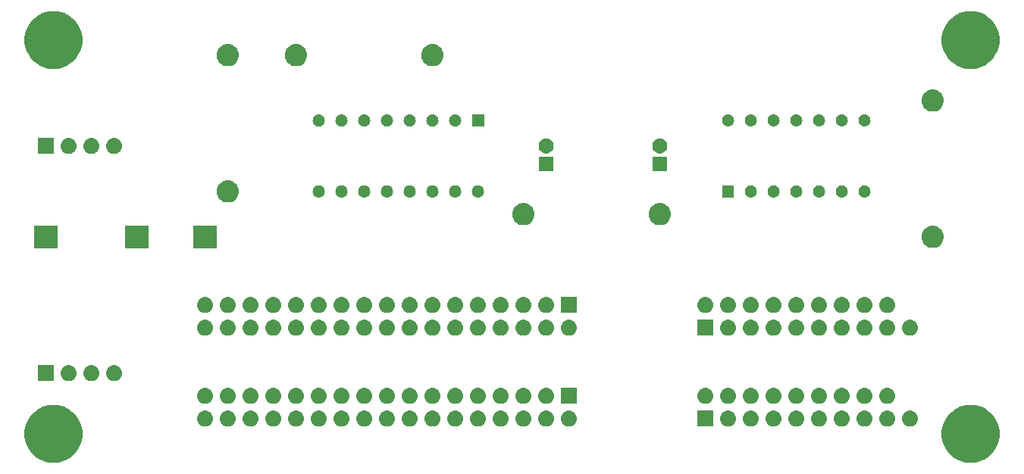
<source format=gts>
%TF.GenerationSoftware,KiCad,Pcbnew,7.0.5-0*%
%TF.CreationDate,2023-06-05T22:26:43-07:00*%
%TF.ProjectId,PCTGotekAdapter,50435447-6f74-4656-9b41-646170746572,A*%
%TF.SameCoordinates,Original*%
%TF.FileFunction,Soldermask,Top*%
%TF.FilePolarity,Negative*%
%FSLAX46Y46*%
G04 Gerber Fmt 4.6, Leading zero omitted, Abs format (unit mm)*
G04 Created by KiCad (PCBNEW 7.0.5-0) date 2023-06-05 22:26:43*
%MOMM*%
%LPD*%
G01*
G04 APERTURE LIST*
G04 APERTURE END LIST*
G36*
X24227564Y-100097018D02*
G01*
X24570473Y-100172498D01*
X24903212Y-100284611D01*
X25221878Y-100432042D01*
X25522737Y-100613063D01*
X25802260Y-100825550D01*
X26057170Y-101067014D01*
X26284480Y-101334624D01*
X26481523Y-101625241D01*
X26645990Y-101935458D01*
X26775952Y-102261639D01*
X26869886Y-102599959D01*
X26926691Y-102946452D01*
X26945700Y-103297056D01*
X26926691Y-103647660D01*
X26869886Y-103994153D01*
X26775952Y-104332473D01*
X26645990Y-104658654D01*
X26481523Y-104968871D01*
X26284480Y-105259488D01*
X26057170Y-105527098D01*
X25802260Y-105768562D01*
X25522737Y-105981049D01*
X25221878Y-106162070D01*
X24903212Y-106309501D01*
X24570473Y-106421614D01*
X24227564Y-106497094D01*
X23878503Y-106535056D01*
X23878502Y-106535056D01*
X23527386Y-106535056D01*
X23527385Y-106535056D01*
X23178324Y-106497094D01*
X22835415Y-106421614D01*
X22502676Y-106309501D01*
X22184010Y-106162070D01*
X21883151Y-105981049D01*
X21603628Y-105768562D01*
X21348718Y-105527098D01*
X21121408Y-105259488D01*
X20924365Y-104968871D01*
X20759898Y-104658654D01*
X20694916Y-104495563D01*
X20629937Y-104332477D01*
X20536000Y-103994146D01*
X20479198Y-103647665D01*
X20479197Y-103647660D01*
X20460188Y-103297056D01*
X20479197Y-102946452D01*
X20480096Y-102940962D01*
X20536000Y-102599965D01*
X20629937Y-102261634D01*
X20759897Y-101935461D01*
X20759898Y-101935458D01*
X20924365Y-101625241D01*
X21121408Y-101334624D01*
X21348718Y-101067014D01*
X21486551Y-100936451D01*
X21603626Y-100825551D01*
X21883153Y-100613061D01*
X22184008Y-100432043D01*
X22502674Y-100284612D01*
X22502673Y-100284612D01*
X22502676Y-100284611D01*
X22835415Y-100172498D01*
X23178324Y-100097018D01*
X23527385Y-100059056D01*
X23878503Y-100059056D01*
X24227564Y-100097018D01*
G37*
G36*
X126681676Y-100097018D02*
G01*
X127024585Y-100172498D01*
X127357324Y-100284611D01*
X127675990Y-100432042D01*
X127976849Y-100613063D01*
X128256372Y-100825550D01*
X128511282Y-101067014D01*
X128738592Y-101334624D01*
X128935635Y-101625241D01*
X129100102Y-101935458D01*
X129230064Y-102261639D01*
X129323998Y-102599959D01*
X129380803Y-102946452D01*
X129399812Y-103297056D01*
X129380803Y-103647660D01*
X129323998Y-103994153D01*
X129230064Y-104332473D01*
X129100102Y-104658654D01*
X128935635Y-104968871D01*
X128738592Y-105259488D01*
X128511282Y-105527098D01*
X128256372Y-105768562D01*
X127976849Y-105981049D01*
X127675990Y-106162070D01*
X127357324Y-106309501D01*
X127024585Y-106421614D01*
X126681676Y-106497094D01*
X126332615Y-106535056D01*
X126332614Y-106535056D01*
X125981498Y-106535056D01*
X125981497Y-106535056D01*
X125632436Y-106497094D01*
X125289527Y-106421614D01*
X124956788Y-106309501D01*
X124638122Y-106162070D01*
X124337263Y-105981049D01*
X124057740Y-105768562D01*
X123802830Y-105527098D01*
X123575520Y-105259488D01*
X123378477Y-104968871D01*
X123214010Y-104658654D01*
X123149028Y-104495563D01*
X123084049Y-104332477D01*
X122990112Y-103994146D01*
X122933310Y-103647665D01*
X122933309Y-103647660D01*
X122914300Y-103297056D01*
X122933309Y-102946452D01*
X122934208Y-102940962D01*
X122990112Y-102599965D01*
X123084049Y-102261634D01*
X123214009Y-101935461D01*
X123214010Y-101935458D01*
X123378477Y-101625241D01*
X123575520Y-101334624D01*
X123802830Y-101067014D01*
X123940663Y-100936451D01*
X124057738Y-100825551D01*
X124337265Y-100613061D01*
X124638120Y-100432043D01*
X124956786Y-100284612D01*
X124956785Y-100284612D01*
X124956788Y-100284611D01*
X125289527Y-100172498D01*
X125632436Y-100097018D01*
X125981497Y-100059056D01*
X126332615Y-100059056D01*
X126681676Y-100097018D01*
G37*
G36*
X40915918Y-100750809D02*
G01*
X41086443Y-100826731D01*
X41237459Y-100936451D01*
X41362365Y-101075173D01*
X41455696Y-101236826D01*
X41513380Y-101414359D01*
X41532891Y-101600000D01*
X41513380Y-101785640D01*
X41484537Y-101874406D01*
X41455697Y-101963171D01*
X41362364Y-102124828D01*
X41237461Y-102263547D01*
X41086446Y-102373266D01*
X41086443Y-102373268D01*
X40915918Y-102449190D01*
X40733335Y-102488000D01*
X40733333Y-102488000D01*
X40546667Y-102488000D01*
X40546665Y-102488000D01*
X40364081Y-102449190D01*
X40193556Y-102373268D01*
X40042540Y-102263548D01*
X39917634Y-102124826D01*
X39824303Y-101963173D01*
X39766619Y-101785640D01*
X39747108Y-101600000D01*
X39766619Y-101414359D01*
X39824303Y-101236826D01*
X39917634Y-101075173D01*
X40042540Y-100936451D01*
X40193556Y-100826731D01*
X40364081Y-100750809D01*
X40546665Y-100712000D01*
X40733335Y-100712000D01*
X40915918Y-100750809D01*
G37*
G36*
X43455918Y-100750809D02*
G01*
X43626443Y-100826731D01*
X43777459Y-100936451D01*
X43902365Y-101075173D01*
X43995696Y-101236826D01*
X44053380Y-101414359D01*
X44072891Y-101600000D01*
X44053380Y-101785640D01*
X44024537Y-101874406D01*
X43995697Y-101963171D01*
X43902364Y-102124828D01*
X43777461Y-102263547D01*
X43626446Y-102373266D01*
X43626443Y-102373268D01*
X43455918Y-102449190D01*
X43273335Y-102488000D01*
X43273333Y-102488000D01*
X43086667Y-102488000D01*
X43086665Y-102488000D01*
X42904081Y-102449190D01*
X42733556Y-102373268D01*
X42582540Y-102263548D01*
X42457634Y-102124826D01*
X42364303Y-101963173D01*
X42306619Y-101785640D01*
X42287108Y-101600000D01*
X42306619Y-101414359D01*
X42364303Y-101236826D01*
X42457634Y-101075173D01*
X42582540Y-100936451D01*
X42733556Y-100826731D01*
X42904081Y-100750809D01*
X43086665Y-100712000D01*
X43273335Y-100712000D01*
X43455918Y-100750809D01*
G37*
G36*
X45995918Y-100750809D02*
G01*
X46166443Y-100826731D01*
X46317459Y-100936451D01*
X46442365Y-101075173D01*
X46535696Y-101236826D01*
X46593380Y-101414359D01*
X46612891Y-101600000D01*
X46593380Y-101785640D01*
X46564537Y-101874406D01*
X46535697Y-101963171D01*
X46442364Y-102124828D01*
X46317461Y-102263547D01*
X46166446Y-102373266D01*
X46166443Y-102373268D01*
X45995918Y-102449190D01*
X45813335Y-102488000D01*
X45813333Y-102488000D01*
X45626667Y-102488000D01*
X45626665Y-102488000D01*
X45444081Y-102449190D01*
X45273556Y-102373268D01*
X45122540Y-102263548D01*
X44997634Y-102124826D01*
X44904303Y-101963173D01*
X44846619Y-101785640D01*
X44827108Y-101600000D01*
X44846619Y-101414359D01*
X44904303Y-101236826D01*
X44997634Y-101075173D01*
X45122540Y-100936451D01*
X45273556Y-100826731D01*
X45444081Y-100750809D01*
X45626665Y-100712000D01*
X45813335Y-100712000D01*
X45995918Y-100750809D01*
G37*
G36*
X48535918Y-100750809D02*
G01*
X48706443Y-100826731D01*
X48857459Y-100936451D01*
X48982365Y-101075173D01*
X49075696Y-101236826D01*
X49133380Y-101414359D01*
X49152891Y-101600000D01*
X49133380Y-101785640D01*
X49104537Y-101874406D01*
X49075697Y-101963171D01*
X48982364Y-102124828D01*
X48857461Y-102263547D01*
X48706446Y-102373266D01*
X48706443Y-102373268D01*
X48535918Y-102449190D01*
X48353335Y-102488000D01*
X48353333Y-102488000D01*
X48166667Y-102488000D01*
X48166665Y-102488000D01*
X47984081Y-102449190D01*
X47813556Y-102373268D01*
X47662540Y-102263548D01*
X47537634Y-102124826D01*
X47444303Y-101963173D01*
X47386619Y-101785640D01*
X47367108Y-101600000D01*
X47386619Y-101414359D01*
X47444303Y-101236826D01*
X47537634Y-101075173D01*
X47662540Y-100936451D01*
X47813556Y-100826731D01*
X47984081Y-100750809D01*
X48166665Y-100712000D01*
X48353335Y-100712000D01*
X48535918Y-100750809D01*
G37*
G36*
X51075918Y-100750809D02*
G01*
X51246443Y-100826731D01*
X51397459Y-100936451D01*
X51522365Y-101075173D01*
X51615696Y-101236826D01*
X51673380Y-101414359D01*
X51692891Y-101600000D01*
X51673380Y-101785640D01*
X51644537Y-101874406D01*
X51615697Y-101963171D01*
X51522364Y-102124828D01*
X51397461Y-102263547D01*
X51246446Y-102373266D01*
X51246443Y-102373268D01*
X51075918Y-102449190D01*
X50893335Y-102488000D01*
X50893333Y-102488000D01*
X50706667Y-102488000D01*
X50706665Y-102488000D01*
X50524081Y-102449190D01*
X50353556Y-102373268D01*
X50202540Y-102263548D01*
X50077634Y-102124826D01*
X49984303Y-101963173D01*
X49926619Y-101785640D01*
X49907108Y-101600000D01*
X49926619Y-101414359D01*
X49984303Y-101236826D01*
X50077634Y-101075173D01*
X50202540Y-100936451D01*
X50353556Y-100826731D01*
X50524081Y-100750809D01*
X50706665Y-100712000D01*
X50893335Y-100712000D01*
X51075918Y-100750809D01*
G37*
G36*
X53615918Y-100750809D02*
G01*
X53786443Y-100826731D01*
X53937459Y-100936451D01*
X54062365Y-101075173D01*
X54155696Y-101236826D01*
X54213380Y-101414359D01*
X54232891Y-101600000D01*
X54213380Y-101785640D01*
X54184537Y-101874406D01*
X54155697Y-101963171D01*
X54062364Y-102124828D01*
X53937461Y-102263547D01*
X53786446Y-102373266D01*
X53786443Y-102373268D01*
X53615918Y-102449190D01*
X53433335Y-102488000D01*
X53433333Y-102488000D01*
X53246667Y-102488000D01*
X53246665Y-102488000D01*
X53064081Y-102449190D01*
X52893556Y-102373268D01*
X52742540Y-102263548D01*
X52617634Y-102124826D01*
X52524303Y-101963173D01*
X52466619Y-101785640D01*
X52447108Y-101600000D01*
X52466619Y-101414359D01*
X52524303Y-101236826D01*
X52617634Y-101075173D01*
X52742540Y-100936451D01*
X52893556Y-100826731D01*
X53064081Y-100750809D01*
X53246665Y-100712000D01*
X53433335Y-100712000D01*
X53615918Y-100750809D01*
G37*
G36*
X56155918Y-100750809D02*
G01*
X56326443Y-100826731D01*
X56477459Y-100936451D01*
X56602365Y-101075173D01*
X56695696Y-101236826D01*
X56753380Y-101414359D01*
X56772891Y-101600000D01*
X56753380Y-101785640D01*
X56724537Y-101874406D01*
X56695697Y-101963171D01*
X56602364Y-102124828D01*
X56477461Y-102263547D01*
X56326446Y-102373266D01*
X56326443Y-102373268D01*
X56155918Y-102449190D01*
X55973335Y-102488000D01*
X55973333Y-102488000D01*
X55786667Y-102488000D01*
X55786665Y-102488000D01*
X55604081Y-102449190D01*
X55433556Y-102373268D01*
X55282540Y-102263548D01*
X55157634Y-102124826D01*
X55064303Y-101963173D01*
X55006619Y-101785640D01*
X54987108Y-101600000D01*
X55006619Y-101414359D01*
X55064303Y-101236826D01*
X55157634Y-101075173D01*
X55282540Y-100936451D01*
X55433556Y-100826731D01*
X55604081Y-100750809D01*
X55786665Y-100712000D01*
X55973335Y-100712000D01*
X56155918Y-100750809D01*
G37*
G36*
X58695918Y-100750809D02*
G01*
X58866443Y-100826731D01*
X59017459Y-100936451D01*
X59142365Y-101075173D01*
X59235696Y-101236826D01*
X59293380Y-101414359D01*
X59312891Y-101599999D01*
X59293380Y-101785640D01*
X59264537Y-101874406D01*
X59235697Y-101963171D01*
X59142364Y-102124828D01*
X59017461Y-102263547D01*
X58866446Y-102373266D01*
X58866443Y-102373268D01*
X58695918Y-102449190D01*
X58513335Y-102488000D01*
X58513333Y-102488000D01*
X58326667Y-102488000D01*
X58326665Y-102488000D01*
X58144081Y-102449190D01*
X57973556Y-102373268D01*
X57822540Y-102263548D01*
X57697634Y-102124826D01*
X57604303Y-101963173D01*
X57546619Y-101785640D01*
X57527108Y-101600000D01*
X57546619Y-101414359D01*
X57604303Y-101236826D01*
X57697634Y-101075173D01*
X57822540Y-100936451D01*
X57973556Y-100826731D01*
X58144081Y-100750809D01*
X58326665Y-100712000D01*
X58513335Y-100712000D01*
X58695918Y-100750809D01*
G37*
G36*
X61235918Y-100750809D02*
G01*
X61406443Y-100826731D01*
X61557459Y-100936451D01*
X61682365Y-101075173D01*
X61775696Y-101236826D01*
X61833380Y-101414359D01*
X61852891Y-101599999D01*
X61833380Y-101785640D01*
X61804537Y-101874406D01*
X61775697Y-101963171D01*
X61682364Y-102124828D01*
X61557461Y-102263547D01*
X61406446Y-102373266D01*
X61406443Y-102373268D01*
X61235918Y-102449190D01*
X61053335Y-102488000D01*
X61053333Y-102488000D01*
X60866667Y-102488000D01*
X60866665Y-102488000D01*
X60684081Y-102449190D01*
X60513556Y-102373268D01*
X60362540Y-102263548D01*
X60237634Y-102124826D01*
X60144303Y-101963173D01*
X60086619Y-101785640D01*
X60067108Y-101600000D01*
X60086619Y-101414359D01*
X60144303Y-101236826D01*
X60237634Y-101075173D01*
X60362540Y-100936451D01*
X60513556Y-100826731D01*
X60684081Y-100750809D01*
X60866665Y-100712000D01*
X61053335Y-100712000D01*
X61235918Y-100750809D01*
G37*
G36*
X63775918Y-100750809D02*
G01*
X63946443Y-100826731D01*
X64097459Y-100936451D01*
X64222365Y-101075173D01*
X64315696Y-101236826D01*
X64373380Y-101414359D01*
X64392891Y-101599999D01*
X64373380Y-101785640D01*
X64344537Y-101874406D01*
X64315697Y-101963171D01*
X64222364Y-102124828D01*
X64097461Y-102263547D01*
X63946446Y-102373266D01*
X63946443Y-102373268D01*
X63775918Y-102449190D01*
X63593335Y-102488000D01*
X63593333Y-102488000D01*
X63406667Y-102488000D01*
X63406665Y-102488000D01*
X63224081Y-102449190D01*
X63053556Y-102373268D01*
X62902540Y-102263548D01*
X62777634Y-102124826D01*
X62684303Y-101963173D01*
X62626619Y-101785640D01*
X62607108Y-101600000D01*
X62626619Y-101414359D01*
X62684303Y-101236826D01*
X62777634Y-101075173D01*
X62902540Y-100936451D01*
X63053556Y-100826731D01*
X63224081Y-100750809D01*
X63406665Y-100712000D01*
X63593335Y-100712000D01*
X63775918Y-100750809D01*
G37*
G36*
X66315918Y-100750809D02*
G01*
X66486443Y-100826731D01*
X66637459Y-100936451D01*
X66762365Y-101075173D01*
X66855696Y-101236826D01*
X66913380Y-101414359D01*
X66932891Y-101599999D01*
X66913380Y-101785640D01*
X66884537Y-101874406D01*
X66855697Y-101963171D01*
X66762364Y-102124828D01*
X66637461Y-102263547D01*
X66486446Y-102373266D01*
X66486443Y-102373268D01*
X66315918Y-102449190D01*
X66133335Y-102488000D01*
X66133333Y-102488000D01*
X65946667Y-102488000D01*
X65946665Y-102488000D01*
X65764081Y-102449190D01*
X65593556Y-102373268D01*
X65442540Y-102263548D01*
X65317634Y-102124826D01*
X65224303Y-101963173D01*
X65166619Y-101785640D01*
X65147108Y-101599999D01*
X65166619Y-101414359D01*
X65224303Y-101236826D01*
X65317634Y-101075173D01*
X65442540Y-100936451D01*
X65593556Y-100826731D01*
X65764081Y-100750809D01*
X65946665Y-100712000D01*
X66133335Y-100712000D01*
X66315918Y-100750809D01*
G37*
G36*
X68855918Y-100750809D02*
G01*
X69026443Y-100826731D01*
X69177459Y-100936451D01*
X69302365Y-101075173D01*
X69395696Y-101236826D01*
X69453380Y-101414359D01*
X69472891Y-101600000D01*
X69453380Y-101785640D01*
X69424537Y-101874406D01*
X69395697Y-101963171D01*
X69302364Y-102124828D01*
X69177461Y-102263547D01*
X69026446Y-102373266D01*
X69026443Y-102373268D01*
X68855918Y-102449190D01*
X68673335Y-102488000D01*
X68673333Y-102488000D01*
X68486667Y-102488000D01*
X68486665Y-102488000D01*
X68304081Y-102449190D01*
X68133556Y-102373268D01*
X67982540Y-102263548D01*
X67857634Y-102124826D01*
X67764303Y-101963173D01*
X67706619Y-101785640D01*
X67687108Y-101599999D01*
X67706619Y-101414359D01*
X67764303Y-101236826D01*
X67857634Y-101075173D01*
X67982540Y-100936451D01*
X68133556Y-100826731D01*
X68304081Y-100750809D01*
X68486665Y-100712000D01*
X68673335Y-100712000D01*
X68855918Y-100750809D01*
G37*
G36*
X71395918Y-100750809D02*
G01*
X71566443Y-100826731D01*
X71717459Y-100936451D01*
X71842365Y-101075173D01*
X71935696Y-101236826D01*
X71993380Y-101414359D01*
X72012891Y-101600000D01*
X71993380Y-101785640D01*
X71964537Y-101874406D01*
X71935697Y-101963171D01*
X71842364Y-102124828D01*
X71717461Y-102263547D01*
X71566446Y-102373266D01*
X71566443Y-102373268D01*
X71395918Y-102449190D01*
X71213335Y-102488000D01*
X71213333Y-102488000D01*
X71026667Y-102488000D01*
X71026665Y-102488000D01*
X70844081Y-102449190D01*
X70673556Y-102373268D01*
X70522540Y-102263548D01*
X70397634Y-102124826D01*
X70304303Y-101963173D01*
X70246619Y-101785640D01*
X70227108Y-101599999D01*
X70246619Y-101414359D01*
X70304303Y-101236826D01*
X70397634Y-101075173D01*
X70522540Y-100936451D01*
X70673556Y-100826731D01*
X70844081Y-100750809D01*
X71026665Y-100712000D01*
X71213335Y-100712000D01*
X71395918Y-100750809D01*
G37*
G36*
X73935918Y-100750809D02*
G01*
X74106443Y-100826731D01*
X74257459Y-100936451D01*
X74382365Y-101075173D01*
X74475696Y-101236826D01*
X74533380Y-101414359D01*
X74552891Y-101600000D01*
X74533380Y-101785640D01*
X74504537Y-101874406D01*
X74475697Y-101963171D01*
X74382364Y-102124828D01*
X74257461Y-102263547D01*
X74106446Y-102373266D01*
X74106443Y-102373268D01*
X73935918Y-102449190D01*
X73753335Y-102488000D01*
X73753333Y-102488000D01*
X73566667Y-102488000D01*
X73566665Y-102488000D01*
X73384081Y-102449190D01*
X73213556Y-102373268D01*
X73062540Y-102263548D01*
X72937634Y-102124826D01*
X72844303Y-101963173D01*
X72786619Y-101785640D01*
X72767108Y-101600000D01*
X72786619Y-101414359D01*
X72844303Y-101236826D01*
X72937634Y-101075173D01*
X73062540Y-100936451D01*
X73213556Y-100826731D01*
X73384081Y-100750809D01*
X73566665Y-100712000D01*
X73753335Y-100712000D01*
X73935918Y-100750809D01*
G37*
G36*
X76475918Y-100750809D02*
G01*
X76646443Y-100826731D01*
X76797459Y-100936451D01*
X76922365Y-101075173D01*
X77015696Y-101236826D01*
X77073380Y-101414359D01*
X77092891Y-101600000D01*
X77073380Y-101785640D01*
X77044537Y-101874406D01*
X77015697Y-101963171D01*
X76922364Y-102124828D01*
X76797461Y-102263547D01*
X76646446Y-102373266D01*
X76646443Y-102373268D01*
X76475918Y-102449190D01*
X76293335Y-102488000D01*
X76293333Y-102488000D01*
X76106667Y-102488000D01*
X76106665Y-102488000D01*
X75924081Y-102449190D01*
X75753556Y-102373268D01*
X75602540Y-102263548D01*
X75477634Y-102124826D01*
X75384303Y-101963173D01*
X75326619Y-101785640D01*
X75307108Y-101600000D01*
X75326619Y-101414359D01*
X75384303Y-101236826D01*
X75477634Y-101075173D01*
X75602540Y-100936451D01*
X75753556Y-100826731D01*
X75924081Y-100750809D01*
X76106665Y-100712000D01*
X76293335Y-100712000D01*
X76475918Y-100750809D01*
G37*
G36*
X79015918Y-100750809D02*
G01*
X79186443Y-100826731D01*
X79337459Y-100936451D01*
X79462365Y-101075173D01*
X79555696Y-101236826D01*
X79613380Y-101414359D01*
X79632891Y-101600000D01*
X79613380Y-101785640D01*
X79584537Y-101874406D01*
X79555697Y-101963171D01*
X79462364Y-102124828D01*
X79337461Y-102263547D01*
X79186446Y-102373266D01*
X79186443Y-102373268D01*
X79015918Y-102449190D01*
X78833335Y-102488000D01*
X78833333Y-102488000D01*
X78646667Y-102488000D01*
X78646665Y-102488000D01*
X78464081Y-102449190D01*
X78293556Y-102373268D01*
X78142540Y-102263548D01*
X78017634Y-102124826D01*
X77924303Y-101963173D01*
X77866619Y-101785640D01*
X77847108Y-101600000D01*
X77866619Y-101414359D01*
X77924303Y-101236826D01*
X78017634Y-101075173D01*
X78142540Y-100936451D01*
X78293556Y-100826731D01*
X78464081Y-100750809D01*
X78646665Y-100712000D01*
X78833335Y-100712000D01*
X79015918Y-100750809D01*
G37*
G36*
X81555918Y-100750809D02*
G01*
X81726443Y-100826731D01*
X81877459Y-100936451D01*
X82002365Y-101075173D01*
X82095696Y-101236826D01*
X82153380Y-101414359D01*
X82172891Y-101600000D01*
X82153380Y-101785640D01*
X82124537Y-101874406D01*
X82095697Y-101963171D01*
X82002364Y-102124828D01*
X81877461Y-102263547D01*
X81726446Y-102373266D01*
X81726443Y-102373268D01*
X81555918Y-102449190D01*
X81373335Y-102488000D01*
X81373333Y-102488000D01*
X81186667Y-102488000D01*
X81186665Y-102488000D01*
X81004081Y-102449190D01*
X80833556Y-102373268D01*
X80682540Y-102263548D01*
X80557634Y-102124826D01*
X80464303Y-101963173D01*
X80406619Y-101785640D01*
X80387108Y-101600000D01*
X80406619Y-101414359D01*
X80464303Y-101236826D01*
X80557634Y-101075173D01*
X80682540Y-100936451D01*
X80833556Y-100826731D01*
X81004081Y-100750809D01*
X81186665Y-100712000D01*
X81373335Y-100712000D01*
X81555918Y-100750809D01*
G37*
G36*
X97384826Y-100714204D02*
G01*
X97397396Y-100722603D01*
X97405795Y-100735173D01*
X97408000Y-100746256D01*
X97408000Y-101625241D01*
X97408000Y-102453741D01*
X97405795Y-102464827D01*
X97397396Y-102477396D01*
X97384827Y-102485795D01*
X97383598Y-102486039D01*
X97373743Y-102488000D01*
X95666259Y-102488000D01*
X95666257Y-102488000D01*
X95655173Y-102485795D01*
X95642603Y-102477396D01*
X95634204Y-102464826D01*
X95632000Y-102453743D01*
X95632000Y-100746256D01*
X95634204Y-100735173D01*
X95642603Y-100722603D01*
X95655173Y-100714204D01*
X95666257Y-100712000D01*
X97373743Y-100712000D01*
X97384826Y-100714204D01*
G37*
G36*
X99335918Y-100750809D02*
G01*
X99506443Y-100826731D01*
X99657459Y-100936451D01*
X99782365Y-101075173D01*
X99875696Y-101236826D01*
X99933380Y-101414359D01*
X99952891Y-101600000D01*
X99933380Y-101785640D01*
X99904537Y-101874406D01*
X99875697Y-101963171D01*
X99782364Y-102124828D01*
X99657461Y-102263547D01*
X99506446Y-102373266D01*
X99506443Y-102373268D01*
X99335918Y-102449190D01*
X99153335Y-102488000D01*
X99153333Y-102488000D01*
X98966667Y-102488000D01*
X98966665Y-102488000D01*
X98784081Y-102449190D01*
X98613556Y-102373268D01*
X98462540Y-102263548D01*
X98337634Y-102124826D01*
X98244303Y-101963173D01*
X98186619Y-101785640D01*
X98167108Y-101600000D01*
X98186619Y-101414359D01*
X98244303Y-101236826D01*
X98337634Y-101075173D01*
X98462540Y-100936451D01*
X98613556Y-100826731D01*
X98784081Y-100750809D01*
X98966665Y-100712000D01*
X99153335Y-100712000D01*
X99335918Y-100750809D01*
G37*
G36*
X101875918Y-100750809D02*
G01*
X102046443Y-100826731D01*
X102197459Y-100936451D01*
X102322365Y-101075173D01*
X102415696Y-101236826D01*
X102473380Y-101414359D01*
X102492891Y-101600000D01*
X102473380Y-101785640D01*
X102444537Y-101874406D01*
X102415697Y-101963171D01*
X102322364Y-102124828D01*
X102197461Y-102263547D01*
X102046446Y-102373266D01*
X102046443Y-102373268D01*
X101875918Y-102449190D01*
X101693335Y-102488000D01*
X101693333Y-102488000D01*
X101506667Y-102488000D01*
X101506665Y-102488000D01*
X101324081Y-102449190D01*
X101153556Y-102373268D01*
X101002540Y-102263548D01*
X100877634Y-102124826D01*
X100784303Y-101963173D01*
X100726619Y-101785640D01*
X100707108Y-101600000D01*
X100726619Y-101414359D01*
X100784303Y-101236826D01*
X100877634Y-101075173D01*
X101002540Y-100936451D01*
X101153556Y-100826731D01*
X101324081Y-100750809D01*
X101506665Y-100712000D01*
X101693335Y-100712000D01*
X101875918Y-100750809D01*
G37*
G36*
X104415918Y-100750809D02*
G01*
X104586443Y-100826731D01*
X104737459Y-100936451D01*
X104862365Y-101075173D01*
X104955696Y-101236826D01*
X105013380Y-101414359D01*
X105032891Y-101600000D01*
X105013380Y-101785640D01*
X104984538Y-101874406D01*
X104955697Y-101963171D01*
X104862364Y-102124828D01*
X104737461Y-102263547D01*
X104586446Y-102373266D01*
X104586443Y-102373268D01*
X104415918Y-102449190D01*
X104233335Y-102488000D01*
X104233333Y-102488000D01*
X104046667Y-102488000D01*
X104046665Y-102488000D01*
X103864081Y-102449190D01*
X103693556Y-102373268D01*
X103542540Y-102263548D01*
X103417634Y-102124826D01*
X103324303Y-101963173D01*
X103266619Y-101785640D01*
X103247108Y-101600000D01*
X103266619Y-101414359D01*
X103324303Y-101236826D01*
X103417634Y-101075173D01*
X103542540Y-100936451D01*
X103693556Y-100826731D01*
X103864081Y-100750809D01*
X104046665Y-100712000D01*
X104233335Y-100712000D01*
X104415918Y-100750809D01*
G37*
G36*
X106955918Y-100750809D02*
G01*
X107126443Y-100826731D01*
X107277459Y-100936451D01*
X107402365Y-101075173D01*
X107495696Y-101236826D01*
X107553380Y-101414359D01*
X107572891Y-101600000D01*
X107553380Y-101785640D01*
X107524538Y-101874406D01*
X107495697Y-101963171D01*
X107402364Y-102124828D01*
X107277461Y-102263547D01*
X107126446Y-102373266D01*
X107126443Y-102373268D01*
X106955918Y-102449190D01*
X106773335Y-102488000D01*
X106773333Y-102488000D01*
X106586667Y-102488000D01*
X106586665Y-102488000D01*
X106404081Y-102449190D01*
X106233556Y-102373268D01*
X106082540Y-102263548D01*
X105957634Y-102124826D01*
X105864303Y-101963173D01*
X105806619Y-101785640D01*
X105787108Y-101600000D01*
X105806619Y-101414359D01*
X105864303Y-101236826D01*
X105957634Y-101075173D01*
X106082540Y-100936451D01*
X106233556Y-100826731D01*
X106404081Y-100750809D01*
X106586665Y-100712000D01*
X106773335Y-100712000D01*
X106955918Y-100750809D01*
G37*
G36*
X109495918Y-100750809D02*
G01*
X109666443Y-100826731D01*
X109817459Y-100936451D01*
X109942365Y-101075173D01*
X110035696Y-101236826D01*
X110093380Y-101414359D01*
X110112891Y-101600000D01*
X110093380Y-101785640D01*
X110064537Y-101874406D01*
X110035697Y-101963171D01*
X109942364Y-102124828D01*
X109817461Y-102263547D01*
X109666446Y-102373266D01*
X109666443Y-102373268D01*
X109495918Y-102449190D01*
X109313335Y-102488000D01*
X109313333Y-102488000D01*
X109126667Y-102488000D01*
X109126665Y-102488000D01*
X108944081Y-102449190D01*
X108773556Y-102373268D01*
X108622540Y-102263548D01*
X108497634Y-102124826D01*
X108404303Y-101963173D01*
X108346619Y-101785640D01*
X108327108Y-101600000D01*
X108346619Y-101414359D01*
X108404303Y-101236826D01*
X108497634Y-101075173D01*
X108622540Y-100936451D01*
X108773556Y-100826731D01*
X108944081Y-100750809D01*
X109126665Y-100712000D01*
X109313335Y-100712000D01*
X109495918Y-100750809D01*
G37*
G36*
X112035918Y-100750809D02*
G01*
X112206443Y-100826731D01*
X112357459Y-100936451D01*
X112482365Y-101075173D01*
X112575696Y-101236826D01*
X112633380Y-101414359D01*
X112652891Y-101600000D01*
X112633380Y-101785640D01*
X112604537Y-101874406D01*
X112575697Y-101963171D01*
X112482364Y-102124828D01*
X112357461Y-102263547D01*
X112206446Y-102373266D01*
X112206443Y-102373268D01*
X112035918Y-102449190D01*
X111853335Y-102488000D01*
X111853333Y-102488000D01*
X111666667Y-102488000D01*
X111666665Y-102488000D01*
X111484081Y-102449190D01*
X111313556Y-102373268D01*
X111162540Y-102263548D01*
X111037634Y-102124826D01*
X110944303Y-101963173D01*
X110886619Y-101785640D01*
X110867108Y-101600000D01*
X110886619Y-101414359D01*
X110944303Y-101236826D01*
X111037634Y-101075173D01*
X111162540Y-100936451D01*
X111313556Y-100826731D01*
X111484081Y-100750809D01*
X111666665Y-100712000D01*
X111853335Y-100712000D01*
X112035918Y-100750809D01*
G37*
G36*
X114575918Y-100750809D02*
G01*
X114746443Y-100826731D01*
X114897459Y-100936451D01*
X115022365Y-101075173D01*
X115115696Y-101236826D01*
X115173380Y-101414359D01*
X115192891Y-101600000D01*
X115173380Y-101785640D01*
X115144538Y-101874406D01*
X115115697Y-101963171D01*
X115022364Y-102124828D01*
X114897461Y-102263547D01*
X114746446Y-102373266D01*
X114746443Y-102373268D01*
X114575918Y-102449190D01*
X114393335Y-102488000D01*
X114393333Y-102488000D01*
X114206667Y-102488000D01*
X114206665Y-102488000D01*
X114024081Y-102449190D01*
X113853556Y-102373268D01*
X113702540Y-102263548D01*
X113577634Y-102124826D01*
X113484303Y-101963173D01*
X113426619Y-101785640D01*
X113407108Y-101600000D01*
X113426619Y-101414359D01*
X113484303Y-101236826D01*
X113577634Y-101075173D01*
X113702540Y-100936451D01*
X113853556Y-100826731D01*
X114024081Y-100750809D01*
X114206665Y-100712000D01*
X114393335Y-100712000D01*
X114575918Y-100750809D01*
G37*
G36*
X117115918Y-100750809D02*
G01*
X117286443Y-100826731D01*
X117437459Y-100936451D01*
X117562365Y-101075173D01*
X117655696Y-101236826D01*
X117713380Y-101414359D01*
X117732891Y-101600000D01*
X117713380Y-101785640D01*
X117684538Y-101874406D01*
X117655697Y-101963171D01*
X117562364Y-102124828D01*
X117437461Y-102263547D01*
X117286446Y-102373266D01*
X117286443Y-102373268D01*
X117115918Y-102449190D01*
X116933335Y-102488000D01*
X116933333Y-102488000D01*
X116746667Y-102488000D01*
X116746665Y-102488000D01*
X116564081Y-102449190D01*
X116393556Y-102373268D01*
X116242540Y-102263548D01*
X116117634Y-102124826D01*
X116024303Y-101963173D01*
X115966619Y-101785640D01*
X115947108Y-101600000D01*
X115966619Y-101414359D01*
X116024303Y-101236826D01*
X116117634Y-101075173D01*
X116242540Y-100936451D01*
X116393556Y-100826731D01*
X116564081Y-100750809D01*
X116746665Y-100712000D01*
X116933335Y-100712000D01*
X117115918Y-100750809D01*
G37*
G36*
X119655918Y-100750809D02*
G01*
X119826443Y-100826731D01*
X119977459Y-100936451D01*
X120102365Y-101075173D01*
X120195696Y-101236826D01*
X120253380Y-101414359D01*
X120272891Y-101599999D01*
X120253380Y-101785640D01*
X120224537Y-101874406D01*
X120195697Y-101963171D01*
X120102364Y-102124828D01*
X119977461Y-102263547D01*
X119826446Y-102373266D01*
X119826443Y-102373268D01*
X119655918Y-102449190D01*
X119473335Y-102488000D01*
X119473333Y-102488000D01*
X119286667Y-102488000D01*
X119286665Y-102488000D01*
X119104081Y-102449190D01*
X118933556Y-102373268D01*
X118782540Y-102263548D01*
X118657634Y-102124826D01*
X118564303Y-101963173D01*
X118506619Y-101785640D01*
X118487108Y-101600000D01*
X118506619Y-101414359D01*
X118564303Y-101236826D01*
X118657634Y-101075173D01*
X118782540Y-100936451D01*
X118933556Y-100826731D01*
X119104081Y-100750809D01*
X119286665Y-100712000D01*
X119473335Y-100712000D01*
X119655918Y-100750809D01*
G37*
G36*
X40915918Y-98210809D02*
G01*
X41086443Y-98286731D01*
X41237459Y-98396451D01*
X41362365Y-98535173D01*
X41455696Y-98696826D01*
X41513380Y-98874359D01*
X41532891Y-99060000D01*
X41513380Y-99245640D01*
X41513379Y-99245642D01*
X41455697Y-99423171D01*
X41362364Y-99584828D01*
X41237461Y-99723547D01*
X41086446Y-99833266D01*
X41086443Y-99833268D01*
X40915918Y-99909190D01*
X40733335Y-99948000D01*
X40733333Y-99948000D01*
X40546667Y-99948000D01*
X40546665Y-99948000D01*
X40364081Y-99909190D01*
X40193556Y-99833268D01*
X40042540Y-99723548D01*
X39917634Y-99584826D01*
X39824303Y-99423173D01*
X39766619Y-99245640D01*
X39747108Y-99060000D01*
X39766619Y-98874359D01*
X39824303Y-98696826D01*
X39917634Y-98535173D01*
X40042540Y-98396451D01*
X40193556Y-98286731D01*
X40364081Y-98210809D01*
X40546665Y-98172000D01*
X40733335Y-98172000D01*
X40915918Y-98210809D01*
G37*
G36*
X43455918Y-98210809D02*
G01*
X43626443Y-98286731D01*
X43777459Y-98396451D01*
X43902365Y-98535173D01*
X43995696Y-98696826D01*
X44053380Y-98874359D01*
X44072891Y-99059999D01*
X44053380Y-99245640D01*
X44053379Y-99245642D01*
X43995697Y-99423171D01*
X43902364Y-99584828D01*
X43777461Y-99723547D01*
X43626446Y-99833266D01*
X43626443Y-99833268D01*
X43455918Y-99909190D01*
X43273335Y-99948000D01*
X43273333Y-99948000D01*
X43086667Y-99948000D01*
X43086665Y-99948000D01*
X42904081Y-99909190D01*
X42733556Y-99833268D01*
X42582540Y-99723548D01*
X42457634Y-99584826D01*
X42364303Y-99423173D01*
X42306619Y-99245640D01*
X42287108Y-99060000D01*
X42306619Y-98874359D01*
X42364303Y-98696826D01*
X42457634Y-98535173D01*
X42582540Y-98396451D01*
X42733556Y-98286731D01*
X42904081Y-98210809D01*
X43086665Y-98172000D01*
X43273335Y-98172000D01*
X43455918Y-98210809D01*
G37*
G36*
X45995918Y-98210809D02*
G01*
X46166443Y-98286731D01*
X46317459Y-98396451D01*
X46442365Y-98535173D01*
X46535696Y-98696826D01*
X46593380Y-98874359D01*
X46612891Y-99059999D01*
X46593380Y-99245640D01*
X46593379Y-99245642D01*
X46535697Y-99423171D01*
X46442364Y-99584828D01*
X46317461Y-99723547D01*
X46166446Y-99833266D01*
X46166443Y-99833268D01*
X45995918Y-99909190D01*
X45813335Y-99948000D01*
X45813333Y-99948000D01*
X45626667Y-99948000D01*
X45626665Y-99948000D01*
X45444081Y-99909190D01*
X45273556Y-99833268D01*
X45122540Y-99723548D01*
X44997634Y-99584826D01*
X44904303Y-99423173D01*
X44846619Y-99245640D01*
X44827108Y-99060000D01*
X44846619Y-98874359D01*
X44904303Y-98696826D01*
X44997634Y-98535173D01*
X45122540Y-98396451D01*
X45273556Y-98286731D01*
X45444081Y-98210809D01*
X45626665Y-98172000D01*
X45813335Y-98172000D01*
X45995918Y-98210809D01*
G37*
G36*
X48535918Y-98210809D02*
G01*
X48706443Y-98286731D01*
X48857459Y-98396451D01*
X48982365Y-98535173D01*
X49075696Y-98696826D01*
X49133380Y-98874359D01*
X49152891Y-99059999D01*
X49133380Y-99245640D01*
X49133379Y-99245642D01*
X49075697Y-99423171D01*
X48982364Y-99584828D01*
X48857461Y-99723547D01*
X48706446Y-99833266D01*
X48706443Y-99833268D01*
X48535918Y-99909190D01*
X48353335Y-99948000D01*
X48353333Y-99948000D01*
X48166667Y-99948000D01*
X48166665Y-99948000D01*
X47984081Y-99909190D01*
X47813556Y-99833268D01*
X47662540Y-99723548D01*
X47537634Y-99584826D01*
X47444303Y-99423173D01*
X47386619Y-99245640D01*
X47367108Y-99060000D01*
X47386619Y-98874359D01*
X47444303Y-98696826D01*
X47537634Y-98535173D01*
X47662540Y-98396451D01*
X47813556Y-98286731D01*
X47984081Y-98210809D01*
X48166665Y-98172000D01*
X48353335Y-98172000D01*
X48535918Y-98210809D01*
G37*
G36*
X51075918Y-98210809D02*
G01*
X51246443Y-98286731D01*
X51397459Y-98396451D01*
X51522365Y-98535173D01*
X51615696Y-98696826D01*
X51673380Y-98874359D01*
X51692891Y-99060000D01*
X51673380Y-99245640D01*
X51673379Y-99245642D01*
X51615697Y-99423171D01*
X51522364Y-99584828D01*
X51397461Y-99723547D01*
X51246446Y-99833266D01*
X51246443Y-99833268D01*
X51075918Y-99909190D01*
X50893335Y-99948000D01*
X50893333Y-99948000D01*
X50706667Y-99948000D01*
X50706665Y-99948000D01*
X50524081Y-99909190D01*
X50353556Y-99833268D01*
X50202540Y-99723548D01*
X50077634Y-99584826D01*
X49984303Y-99423173D01*
X49926619Y-99245640D01*
X49907108Y-99060000D01*
X49926619Y-98874359D01*
X49984303Y-98696826D01*
X50077634Y-98535173D01*
X50202540Y-98396451D01*
X50353556Y-98286731D01*
X50524081Y-98210809D01*
X50706665Y-98172000D01*
X50893335Y-98172000D01*
X51075918Y-98210809D01*
G37*
G36*
X53615918Y-98210809D02*
G01*
X53786443Y-98286731D01*
X53937459Y-98396451D01*
X54062365Y-98535173D01*
X54155696Y-98696826D01*
X54213380Y-98874359D01*
X54232891Y-99059999D01*
X54213380Y-99245640D01*
X54213379Y-99245642D01*
X54155697Y-99423171D01*
X54062364Y-99584828D01*
X53937461Y-99723547D01*
X53786446Y-99833266D01*
X53786443Y-99833268D01*
X53615918Y-99909190D01*
X53433335Y-99948000D01*
X53433333Y-99948000D01*
X53246667Y-99948000D01*
X53246665Y-99948000D01*
X53064081Y-99909190D01*
X52893556Y-99833268D01*
X52742540Y-99723548D01*
X52617634Y-99584826D01*
X52524303Y-99423173D01*
X52466619Y-99245640D01*
X52447108Y-99060000D01*
X52466619Y-98874359D01*
X52524303Y-98696826D01*
X52617634Y-98535173D01*
X52742540Y-98396451D01*
X52893556Y-98286731D01*
X53064081Y-98210809D01*
X53246665Y-98172000D01*
X53433335Y-98172000D01*
X53615918Y-98210809D01*
G37*
G36*
X56155918Y-98210809D02*
G01*
X56326443Y-98286731D01*
X56477459Y-98396451D01*
X56602365Y-98535173D01*
X56695696Y-98696826D01*
X56753380Y-98874359D01*
X56772891Y-99059999D01*
X56753380Y-99245640D01*
X56753379Y-99245642D01*
X56695697Y-99423171D01*
X56602364Y-99584828D01*
X56477461Y-99723547D01*
X56326446Y-99833266D01*
X56326443Y-99833268D01*
X56155918Y-99909190D01*
X55973335Y-99948000D01*
X55973333Y-99948000D01*
X55786667Y-99948000D01*
X55786665Y-99948000D01*
X55604081Y-99909190D01*
X55433556Y-99833268D01*
X55282540Y-99723548D01*
X55157634Y-99584826D01*
X55064303Y-99423173D01*
X55006619Y-99245640D01*
X54987108Y-99060000D01*
X55006619Y-98874359D01*
X55064303Y-98696826D01*
X55157634Y-98535173D01*
X55282540Y-98396451D01*
X55433556Y-98286731D01*
X55604081Y-98210809D01*
X55786665Y-98172000D01*
X55973335Y-98172000D01*
X56155918Y-98210809D01*
G37*
G36*
X58695918Y-98210809D02*
G01*
X58866443Y-98286731D01*
X59017459Y-98396451D01*
X59142365Y-98535173D01*
X59235696Y-98696826D01*
X59293380Y-98874359D01*
X59312891Y-99059999D01*
X59293380Y-99245640D01*
X59293379Y-99245642D01*
X59235697Y-99423171D01*
X59142364Y-99584828D01*
X59017461Y-99723547D01*
X58866446Y-99833266D01*
X58866443Y-99833268D01*
X58695918Y-99909190D01*
X58513335Y-99948000D01*
X58513333Y-99948000D01*
X58326667Y-99948000D01*
X58326665Y-99948000D01*
X58144081Y-99909190D01*
X57973556Y-99833268D01*
X57822540Y-99723548D01*
X57697634Y-99584826D01*
X57604303Y-99423173D01*
X57546619Y-99245640D01*
X57527108Y-99060000D01*
X57546619Y-98874359D01*
X57604303Y-98696826D01*
X57697634Y-98535173D01*
X57822540Y-98396451D01*
X57973556Y-98286731D01*
X58144081Y-98210809D01*
X58326665Y-98172000D01*
X58513335Y-98172000D01*
X58695918Y-98210809D01*
G37*
G36*
X61235918Y-98210809D02*
G01*
X61406443Y-98286731D01*
X61557459Y-98396451D01*
X61682365Y-98535173D01*
X61775696Y-98696826D01*
X61833380Y-98874359D01*
X61852891Y-99059999D01*
X61833380Y-99245640D01*
X61833379Y-99245642D01*
X61775697Y-99423171D01*
X61682364Y-99584828D01*
X61557461Y-99723547D01*
X61406446Y-99833266D01*
X61406443Y-99833268D01*
X61235918Y-99909190D01*
X61053335Y-99948000D01*
X61053333Y-99948000D01*
X60866667Y-99948000D01*
X60866665Y-99948000D01*
X60684081Y-99909190D01*
X60513556Y-99833268D01*
X60362540Y-99723548D01*
X60237634Y-99584826D01*
X60144303Y-99423173D01*
X60086619Y-99245640D01*
X60067108Y-99059999D01*
X60086619Y-98874359D01*
X60144303Y-98696826D01*
X60237634Y-98535173D01*
X60362540Y-98396451D01*
X60513556Y-98286731D01*
X60684081Y-98210809D01*
X60866665Y-98172000D01*
X61053335Y-98172000D01*
X61235918Y-98210809D01*
G37*
G36*
X63775918Y-98210809D02*
G01*
X63946443Y-98286731D01*
X64097459Y-98396451D01*
X64222365Y-98535173D01*
X64315696Y-98696826D01*
X64373380Y-98874359D01*
X64392891Y-99059999D01*
X64373380Y-99245640D01*
X64373379Y-99245642D01*
X64315697Y-99423171D01*
X64222364Y-99584828D01*
X64097461Y-99723547D01*
X63946446Y-99833266D01*
X63946443Y-99833268D01*
X63775918Y-99909190D01*
X63593335Y-99948000D01*
X63593333Y-99948000D01*
X63406667Y-99948000D01*
X63406665Y-99948000D01*
X63224081Y-99909190D01*
X63053556Y-99833268D01*
X62902540Y-99723548D01*
X62777634Y-99584826D01*
X62684303Y-99423173D01*
X62626619Y-99245640D01*
X62607108Y-99059999D01*
X62626619Y-98874359D01*
X62684303Y-98696826D01*
X62777634Y-98535173D01*
X62902540Y-98396451D01*
X63053556Y-98286731D01*
X63224081Y-98210809D01*
X63406665Y-98172000D01*
X63593335Y-98172000D01*
X63775918Y-98210809D01*
G37*
G36*
X66315918Y-98210809D02*
G01*
X66486443Y-98286731D01*
X66637459Y-98396451D01*
X66762365Y-98535173D01*
X66855696Y-98696826D01*
X66913380Y-98874359D01*
X66932891Y-99059999D01*
X66913380Y-99245640D01*
X66913379Y-99245642D01*
X66855697Y-99423171D01*
X66762364Y-99584828D01*
X66637461Y-99723547D01*
X66486446Y-99833266D01*
X66486443Y-99833268D01*
X66315918Y-99909190D01*
X66133335Y-99948000D01*
X66133333Y-99948000D01*
X65946667Y-99948000D01*
X65946665Y-99948000D01*
X65764081Y-99909190D01*
X65593556Y-99833268D01*
X65442540Y-99723548D01*
X65317634Y-99584826D01*
X65224303Y-99423173D01*
X65166619Y-99245640D01*
X65147108Y-99059999D01*
X65166619Y-98874359D01*
X65224303Y-98696826D01*
X65317634Y-98535173D01*
X65442540Y-98396451D01*
X65593556Y-98286731D01*
X65764081Y-98210809D01*
X65946665Y-98172000D01*
X66133335Y-98172000D01*
X66315918Y-98210809D01*
G37*
G36*
X68855918Y-98210809D02*
G01*
X69026443Y-98286731D01*
X69177459Y-98396451D01*
X69302365Y-98535173D01*
X69395696Y-98696826D01*
X69453380Y-98874359D01*
X69472891Y-99059999D01*
X69453380Y-99245640D01*
X69453379Y-99245642D01*
X69395697Y-99423171D01*
X69302364Y-99584828D01*
X69177461Y-99723547D01*
X69026446Y-99833266D01*
X69026443Y-99833268D01*
X68855918Y-99909190D01*
X68673335Y-99948000D01*
X68673333Y-99948000D01*
X68486667Y-99948000D01*
X68486665Y-99948000D01*
X68304081Y-99909190D01*
X68133556Y-99833268D01*
X67982540Y-99723548D01*
X67857634Y-99584826D01*
X67764303Y-99423173D01*
X67706619Y-99245640D01*
X67687108Y-99059999D01*
X67706619Y-98874359D01*
X67764303Y-98696826D01*
X67857634Y-98535173D01*
X67982540Y-98396451D01*
X68133556Y-98286731D01*
X68304081Y-98210809D01*
X68486665Y-98172000D01*
X68673335Y-98172000D01*
X68855918Y-98210809D01*
G37*
G36*
X71395918Y-98210809D02*
G01*
X71566443Y-98286731D01*
X71717459Y-98396451D01*
X71842365Y-98535173D01*
X71935696Y-98696826D01*
X71993380Y-98874359D01*
X72012891Y-99060000D01*
X71993380Y-99245640D01*
X71993379Y-99245642D01*
X71935697Y-99423171D01*
X71842364Y-99584828D01*
X71717461Y-99723547D01*
X71566446Y-99833266D01*
X71566443Y-99833268D01*
X71395918Y-99909190D01*
X71213335Y-99948000D01*
X71213333Y-99948000D01*
X71026667Y-99948000D01*
X71026665Y-99948000D01*
X70844081Y-99909190D01*
X70673556Y-99833268D01*
X70522540Y-99723548D01*
X70397634Y-99584826D01*
X70304303Y-99423173D01*
X70246619Y-99245640D01*
X70227108Y-99059999D01*
X70246619Y-98874359D01*
X70304303Y-98696826D01*
X70397634Y-98535173D01*
X70522540Y-98396451D01*
X70673556Y-98286731D01*
X70844081Y-98210809D01*
X71026665Y-98172000D01*
X71213335Y-98172000D01*
X71395918Y-98210809D01*
G37*
G36*
X73935918Y-98210809D02*
G01*
X74106443Y-98286731D01*
X74257459Y-98396451D01*
X74382365Y-98535173D01*
X74475696Y-98696826D01*
X74533380Y-98874359D01*
X74552891Y-99060000D01*
X74533380Y-99245640D01*
X74533379Y-99245642D01*
X74475697Y-99423171D01*
X74382364Y-99584828D01*
X74257461Y-99723547D01*
X74106446Y-99833266D01*
X74106443Y-99833268D01*
X73935918Y-99909190D01*
X73753335Y-99948000D01*
X73753333Y-99948000D01*
X73566667Y-99948000D01*
X73566665Y-99948000D01*
X73384081Y-99909190D01*
X73213556Y-99833268D01*
X73062540Y-99723548D01*
X72937634Y-99584826D01*
X72844303Y-99423173D01*
X72786619Y-99245640D01*
X72767108Y-99060000D01*
X72786619Y-98874359D01*
X72844303Y-98696826D01*
X72937634Y-98535173D01*
X73062540Y-98396451D01*
X73213556Y-98286731D01*
X73384081Y-98210809D01*
X73566665Y-98172000D01*
X73753335Y-98172000D01*
X73935918Y-98210809D01*
G37*
G36*
X76475918Y-98210809D02*
G01*
X76646443Y-98286731D01*
X76797459Y-98396451D01*
X76922365Y-98535173D01*
X77015696Y-98696826D01*
X77073380Y-98874359D01*
X77092891Y-99060000D01*
X77073380Y-99245640D01*
X77073379Y-99245642D01*
X77015697Y-99423171D01*
X76922364Y-99584828D01*
X76797461Y-99723547D01*
X76646446Y-99833266D01*
X76646443Y-99833268D01*
X76475918Y-99909190D01*
X76293335Y-99948000D01*
X76293333Y-99948000D01*
X76106667Y-99948000D01*
X76106665Y-99948000D01*
X75924081Y-99909190D01*
X75753556Y-99833268D01*
X75602540Y-99723548D01*
X75477634Y-99584826D01*
X75384303Y-99423173D01*
X75326619Y-99245640D01*
X75307108Y-99060000D01*
X75326619Y-98874359D01*
X75384303Y-98696826D01*
X75477634Y-98535173D01*
X75602540Y-98396451D01*
X75753556Y-98286731D01*
X75924081Y-98210809D01*
X76106665Y-98172000D01*
X76293335Y-98172000D01*
X76475918Y-98210809D01*
G37*
G36*
X79015918Y-98210809D02*
G01*
X79186443Y-98286731D01*
X79337459Y-98396451D01*
X79462365Y-98535173D01*
X79555696Y-98696826D01*
X79613380Y-98874359D01*
X79632891Y-99060000D01*
X79613380Y-99245640D01*
X79613379Y-99245642D01*
X79555697Y-99423171D01*
X79462364Y-99584828D01*
X79337461Y-99723547D01*
X79186446Y-99833266D01*
X79186443Y-99833268D01*
X79015918Y-99909190D01*
X78833335Y-99948000D01*
X78833333Y-99948000D01*
X78646667Y-99948000D01*
X78646665Y-99948000D01*
X78464081Y-99909190D01*
X78293556Y-99833268D01*
X78142540Y-99723548D01*
X78017634Y-99584826D01*
X77924303Y-99423173D01*
X77866619Y-99245640D01*
X77847108Y-99060000D01*
X77866619Y-98874359D01*
X77924303Y-98696826D01*
X78017634Y-98535173D01*
X78142540Y-98396451D01*
X78293556Y-98286731D01*
X78464081Y-98210809D01*
X78646665Y-98172000D01*
X78833335Y-98172000D01*
X79015918Y-98210809D01*
G37*
G36*
X82144826Y-98174204D02*
G01*
X82157396Y-98182603D01*
X82165795Y-98195173D01*
X82168000Y-98206256D01*
X82168000Y-99245640D01*
X82168000Y-99913741D01*
X82165795Y-99924827D01*
X82157396Y-99937396D01*
X82144827Y-99945795D01*
X82143598Y-99946039D01*
X82133743Y-99948000D01*
X80426259Y-99948000D01*
X80426257Y-99948000D01*
X80415173Y-99945795D01*
X80402603Y-99937396D01*
X80394204Y-99924826D01*
X80392000Y-99913743D01*
X80392000Y-98206256D01*
X80394204Y-98195173D01*
X80402603Y-98182603D01*
X80415173Y-98174204D01*
X80426257Y-98172000D01*
X82133743Y-98172000D01*
X82144826Y-98174204D01*
G37*
G36*
X96795918Y-98210809D02*
G01*
X96966443Y-98286731D01*
X97117459Y-98396451D01*
X97242365Y-98535173D01*
X97335696Y-98696826D01*
X97393380Y-98874359D01*
X97412891Y-99059999D01*
X97393380Y-99245640D01*
X97393379Y-99245642D01*
X97335697Y-99423171D01*
X97242364Y-99584828D01*
X97117461Y-99723547D01*
X96966446Y-99833266D01*
X96966443Y-99833268D01*
X96795918Y-99909190D01*
X96613335Y-99948000D01*
X96613333Y-99948000D01*
X96426667Y-99948000D01*
X96426665Y-99948000D01*
X96244081Y-99909190D01*
X96073556Y-99833268D01*
X95922540Y-99723548D01*
X95797634Y-99584826D01*
X95704303Y-99423173D01*
X95646619Y-99245640D01*
X95627108Y-99060000D01*
X95646619Y-98874359D01*
X95704303Y-98696826D01*
X95797634Y-98535173D01*
X95922540Y-98396451D01*
X96073556Y-98286731D01*
X96244081Y-98210809D01*
X96426665Y-98172000D01*
X96613335Y-98172000D01*
X96795918Y-98210809D01*
G37*
G36*
X99335918Y-98210809D02*
G01*
X99506443Y-98286731D01*
X99657459Y-98396451D01*
X99782365Y-98535173D01*
X99875696Y-98696826D01*
X99933380Y-98874359D01*
X99952891Y-99059999D01*
X99933380Y-99245640D01*
X99933379Y-99245642D01*
X99875697Y-99423171D01*
X99782364Y-99584828D01*
X99657461Y-99723547D01*
X99506446Y-99833266D01*
X99506443Y-99833268D01*
X99335918Y-99909190D01*
X99153335Y-99948000D01*
X99153333Y-99948000D01*
X98966667Y-99948000D01*
X98966665Y-99948000D01*
X98784081Y-99909190D01*
X98613556Y-99833268D01*
X98462540Y-99723548D01*
X98337634Y-99584826D01*
X98244303Y-99423173D01*
X98186619Y-99245640D01*
X98167108Y-99060000D01*
X98186619Y-98874359D01*
X98244303Y-98696826D01*
X98337634Y-98535173D01*
X98462540Y-98396451D01*
X98613556Y-98286731D01*
X98784081Y-98210809D01*
X98966665Y-98172000D01*
X99153335Y-98172000D01*
X99335918Y-98210809D01*
G37*
G36*
X101875918Y-98210809D02*
G01*
X102046443Y-98286731D01*
X102197459Y-98396451D01*
X102322365Y-98535173D01*
X102415696Y-98696826D01*
X102473380Y-98874359D01*
X102492891Y-99059999D01*
X102473380Y-99245640D01*
X102473379Y-99245642D01*
X102415697Y-99423171D01*
X102322364Y-99584828D01*
X102197461Y-99723547D01*
X102046446Y-99833266D01*
X102046443Y-99833268D01*
X101875918Y-99909190D01*
X101693335Y-99948000D01*
X101693333Y-99948000D01*
X101506667Y-99948000D01*
X101506665Y-99948000D01*
X101324081Y-99909190D01*
X101153556Y-99833268D01*
X101002540Y-99723548D01*
X100877634Y-99584826D01*
X100784303Y-99423173D01*
X100726619Y-99245640D01*
X100707108Y-99059999D01*
X100726619Y-98874359D01*
X100784303Y-98696826D01*
X100877634Y-98535173D01*
X101002540Y-98396451D01*
X101153556Y-98286731D01*
X101324081Y-98210809D01*
X101506665Y-98172000D01*
X101693335Y-98172000D01*
X101875918Y-98210809D01*
G37*
G36*
X104415918Y-98210809D02*
G01*
X104586443Y-98286731D01*
X104737459Y-98396451D01*
X104862365Y-98535173D01*
X104955696Y-98696826D01*
X105013380Y-98874359D01*
X105032891Y-99060000D01*
X105013380Y-99245640D01*
X105013379Y-99245642D01*
X104955697Y-99423171D01*
X104862364Y-99584828D01*
X104737461Y-99723547D01*
X104586446Y-99833266D01*
X104586443Y-99833268D01*
X104415918Y-99909190D01*
X104233335Y-99948000D01*
X104233333Y-99948000D01*
X104046667Y-99948000D01*
X104046665Y-99948000D01*
X103864081Y-99909190D01*
X103693556Y-99833268D01*
X103542540Y-99723548D01*
X103417634Y-99584826D01*
X103324303Y-99423173D01*
X103266619Y-99245640D01*
X103247108Y-99059999D01*
X103266619Y-98874359D01*
X103324303Y-98696826D01*
X103417634Y-98535173D01*
X103542540Y-98396451D01*
X103693556Y-98286731D01*
X103864081Y-98210809D01*
X104046665Y-98172000D01*
X104233335Y-98172000D01*
X104415918Y-98210809D01*
G37*
G36*
X106955918Y-98210809D02*
G01*
X107126443Y-98286731D01*
X107277459Y-98396451D01*
X107402365Y-98535173D01*
X107495696Y-98696826D01*
X107553380Y-98874359D01*
X107572891Y-99060000D01*
X107553380Y-99245640D01*
X107553379Y-99245642D01*
X107495697Y-99423171D01*
X107402364Y-99584828D01*
X107277461Y-99723547D01*
X107126446Y-99833266D01*
X107126443Y-99833268D01*
X106955918Y-99909190D01*
X106773335Y-99948000D01*
X106773333Y-99948000D01*
X106586667Y-99948000D01*
X106586665Y-99948000D01*
X106404081Y-99909190D01*
X106233556Y-99833268D01*
X106082540Y-99723548D01*
X105957634Y-99584826D01*
X105864303Y-99423173D01*
X105806619Y-99245640D01*
X105787108Y-99059999D01*
X105806619Y-98874359D01*
X105864303Y-98696826D01*
X105957634Y-98535173D01*
X106082540Y-98396451D01*
X106233556Y-98286731D01*
X106404081Y-98210809D01*
X106586665Y-98172000D01*
X106773335Y-98172000D01*
X106955918Y-98210809D01*
G37*
G36*
X109495918Y-98210809D02*
G01*
X109666443Y-98286731D01*
X109817459Y-98396451D01*
X109942365Y-98535173D01*
X110035696Y-98696826D01*
X110093380Y-98874359D01*
X110112891Y-99060000D01*
X110093380Y-99245640D01*
X110093379Y-99245642D01*
X110035697Y-99423171D01*
X109942364Y-99584828D01*
X109817461Y-99723547D01*
X109666446Y-99833266D01*
X109666443Y-99833268D01*
X109495918Y-99909190D01*
X109313335Y-99948000D01*
X109313333Y-99948000D01*
X109126667Y-99948000D01*
X109126665Y-99948000D01*
X108944081Y-99909190D01*
X108773556Y-99833268D01*
X108622540Y-99723548D01*
X108497634Y-99584826D01*
X108404303Y-99423173D01*
X108346619Y-99245640D01*
X108327108Y-99059999D01*
X108346619Y-98874359D01*
X108404303Y-98696826D01*
X108497634Y-98535173D01*
X108622540Y-98396451D01*
X108773556Y-98286731D01*
X108944081Y-98210809D01*
X109126665Y-98172000D01*
X109313335Y-98172000D01*
X109495918Y-98210809D01*
G37*
G36*
X112035918Y-98210809D02*
G01*
X112206443Y-98286731D01*
X112357459Y-98396451D01*
X112482365Y-98535173D01*
X112575696Y-98696826D01*
X112633380Y-98874359D01*
X112652891Y-99060000D01*
X112633380Y-99245640D01*
X112633379Y-99245642D01*
X112575697Y-99423171D01*
X112482364Y-99584828D01*
X112357461Y-99723547D01*
X112206446Y-99833266D01*
X112206443Y-99833268D01*
X112035918Y-99909190D01*
X111853335Y-99948000D01*
X111853333Y-99948000D01*
X111666667Y-99948000D01*
X111666665Y-99948000D01*
X111484081Y-99909190D01*
X111313556Y-99833268D01*
X111162540Y-99723548D01*
X111037634Y-99584826D01*
X110944303Y-99423173D01*
X110886619Y-99245640D01*
X110867108Y-99060000D01*
X110886619Y-98874359D01*
X110944303Y-98696826D01*
X111037634Y-98535173D01*
X111162540Y-98396451D01*
X111313556Y-98286731D01*
X111484081Y-98210809D01*
X111666665Y-98172000D01*
X111853335Y-98172000D01*
X112035918Y-98210809D01*
G37*
G36*
X114575918Y-98210809D02*
G01*
X114746443Y-98286731D01*
X114897459Y-98396451D01*
X115022365Y-98535173D01*
X115115696Y-98696826D01*
X115173380Y-98874359D01*
X115192891Y-99059999D01*
X115173380Y-99245640D01*
X115173379Y-99245642D01*
X115115697Y-99423171D01*
X115022364Y-99584828D01*
X114897461Y-99723547D01*
X114746446Y-99833266D01*
X114746443Y-99833268D01*
X114575918Y-99909190D01*
X114393335Y-99948000D01*
X114393333Y-99948000D01*
X114206667Y-99948000D01*
X114206665Y-99948000D01*
X114024081Y-99909190D01*
X113853556Y-99833268D01*
X113702540Y-99723548D01*
X113577634Y-99584826D01*
X113484303Y-99423173D01*
X113426619Y-99245640D01*
X113407108Y-99060000D01*
X113426619Y-98874359D01*
X113484303Y-98696826D01*
X113577634Y-98535173D01*
X113702540Y-98396451D01*
X113853556Y-98286731D01*
X114024081Y-98210809D01*
X114206665Y-98172000D01*
X114393335Y-98172000D01*
X114575918Y-98210809D01*
G37*
G36*
X117115918Y-98210809D02*
G01*
X117286443Y-98286731D01*
X117437459Y-98396451D01*
X117562365Y-98535173D01*
X117655696Y-98696826D01*
X117713380Y-98874359D01*
X117732891Y-99060000D01*
X117713380Y-99245640D01*
X117713379Y-99245642D01*
X117655697Y-99423171D01*
X117562364Y-99584828D01*
X117437461Y-99723547D01*
X117286446Y-99833266D01*
X117286443Y-99833268D01*
X117115918Y-99909190D01*
X116933335Y-99948000D01*
X116933333Y-99948000D01*
X116746667Y-99948000D01*
X116746665Y-99948000D01*
X116564081Y-99909190D01*
X116393556Y-99833268D01*
X116242540Y-99723548D01*
X116117634Y-99584826D01*
X116024303Y-99423173D01*
X115966619Y-99245640D01*
X115947108Y-99060000D01*
X115966619Y-98874359D01*
X116024303Y-98696826D01*
X116117634Y-98535173D01*
X116242540Y-98396451D01*
X116393556Y-98286731D01*
X116564081Y-98210809D01*
X116746665Y-98172000D01*
X116933335Y-98172000D01*
X117115918Y-98210809D01*
G37*
G36*
X23724826Y-95634204D02*
G01*
X23737396Y-95642603D01*
X23745795Y-95655173D01*
X23748000Y-95666256D01*
X23748000Y-96705640D01*
X23748000Y-97373741D01*
X23745795Y-97384827D01*
X23737396Y-97397396D01*
X23724827Y-97405795D01*
X23723598Y-97406039D01*
X23713743Y-97408000D01*
X22006259Y-97408000D01*
X22006257Y-97408000D01*
X21995173Y-97405795D01*
X21982603Y-97397396D01*
X21974204Y-97384826D01*
X21972000Y-97373743D01*
X21972000Y-95666256D01*
X21974204Y-95655173D01*
X21982603Y-95642603D01*
X21995173Y-95634204D01*
X22006257Y-95632000D01*
X23713743Y-95632000D01*
X23724826Y-95634204D01*
G37*
G36*
X25675918Y-95670809D02*
G01*
X25846443Y-95746731D01*
X25997459Y-95856451D01*
X26122365Y-95995173D01*
X26215696Y-96156826D01*
X26273380Y-96334359D01*
X26292891Y-96520000D01*
X26273380Y-96705640D01*
X26273379Y-96705642D01*
X26215697Y-96883171D01*
X26122364Y-97044828D01*
X25997461Y-97183547D01*
X25846446Y-97293266D01*
X25846443Y-97293268D01*
X25675918Y-97369190D01*
X25493335Y-97408000D01*
X25493333Y-97408000D01*
X25306667Y-97408000D01*
X25306665Y-97408000D01*
X25124081Y-97369190D01*
X24953556Y-97293268D01*
X24802540Y-97183548D01*
X24677634Y-97044826D01*
X24584303Y-96883173D01*
X24526619Y-96705640D01*
X24507108Y-96519999D01*
X24526619Y-96334359D01*
X24584303Y-96156826D01*
X24677634Y-95995173D01*
X24802540Y-95856451D01*
X24953556Y-95746731D01*
X25124081Y-95670809D01*
X25306665Y-95632000D01*
X25493335Y-95632000D01*
X25675918Y-95670809D01*
G37*
G36*
X28215918Y-95670809D02*
G01*
X28386443Y-95746731D01*
X28537459Y-95856451D01*
X28662365Y-95995173D01*
X28755696Y-96156826D01*
X28813380Y-96334359D01*
X28832891Y-96520000D01*
X28813380Y-96705640D01*
X28813379Y-96705642D01*
X28755697Y-96883171D01*
X28662364Y-97044828D01*
X28537461Y-97183547D01*
X28386446Y-97293266D01*
X28386443Y-97293268D01*
X28215918Y-97369190D01*
X28033335Y-97408000D01*
X28033333Y-97408000D01*
X27846667Y-97408000D01*
X27846665Y-97408000D01*
X27664081Y-97369190D01*
X27493556Y-97293268D01*
X27342540Y-97183548D01*
X27217634Y-97044826D01*
X27124303Y-96883173D01*
X27066619Y-96705640D01*
X27047108Y-96519999D01*
X27066619Y-96334359D01*
X27124303Y-96156826D01*
X27217634Y-95995173D01*
X27342540Y-95856451D01*
X27493556Y-95746731D01*
X27664081Y-95670809D01*
X27846665Y-95632000D01*
X28033335Y-95632000D01*
X28215918Y-95670809D01*
G37*
G36*
X30755918Y-95670809D02*
G01*
X30926443Y-95746731D01*
X31077459Y-95856451D01*
X31202365Y-95995173D01*
X31295696Y-96156826D01*
X31353380Y-96334359D01*
X31372891Y-96520000D01*
X31353380Y-96705640D01*
X31353379Y-96705642D01*
X31295697Y-96883171D01*
X31202364Y-97044828D01*
X31077461Y-97183547D01*
X30926446Y-97293266D01*
X30926443Y-97293268D01*
X30755918Y-97369190D01*
X30573335Y-97408000D01*
X30573333Y-97408000D01*
X30386667Y-97408000D01*
X30386665Y-97408000D01*
X30204081Y-97369190D01*
X30033556Y-97293268D01*
X29882540Y-97183548D01*
X29757634Y-97044826D01*
X29664303Y-96883173D01*
X29606619Y-96705640D01*
X29587108Y-96520000D01*
X29606619Y-96334359D01*
X29664303Y-96156826D01*
X29757634Y-95995173D01*
X29882540Y-95856451D01*
X30033556Y-95746731D01*
X30204081Y-95670809D01*
X30386665Y-95632000D01*
X30573335Y-95632000D01*
X30755918Y-95670809D01*
G37*
G36*
X40915918Y-90590809D02*
G01*
X41086443Y-90666731D01*
X41237459Y-90776451D01*
X41362365Y-90915173D01*
X41455696Y-91076826D01*
X41513380Y-91254359D01*
X41532891Y-91440000D01*
X41513380Y-91625640D01*
X41513379Y-91625642D01*
X41455697Y-91803171D01*
X41362364Y-91964828D01*
X41237461Y-92103547D01*
X41086446Y-92213266D01*
X41086443Y-92213268D01*
X40915918Y-92289190D01*
X40733335Y-92328000D01*
X40733333Y-92328000D01*
X40546667Y-92328000D01*
X40546665Y-92328000D01*
X40364081Y-92289190D01*
X40193556Y-92213268D01*
X40042540Y-92103548D01*
X39917634Y-91964826D01*
X39824303Y-91803173D01*
X39766619Y-91625640D01*
X39747108Y-91440000D01*
X39766619Y-91254359D01*
X39824303Y-91076826D01*
X39917634Y-90915173D01*
X40042540Y-90776451D01*
X40193556Y-90666731D01*
X40364081Y-90590809D01*
X40546665Y-90552000D01*
X40733335Y-90552000D01*
X40915918Y-90590809D01*
G37*
G36*
X43455918Y-90590809D02*
G01*
X43626443Y-90666731D01*
X43777459Y-90776451D01*
X43902365Y-90915173D01*
X43995696Y-91076826D01*
X44053380Y-91254359D01*
X44072891Y-91440000D01*
X44053380Y-91625640D01*
X44053379Y-91625642D01*
X43995697Y-91803171D01*
X43902364Y-91964828D01*
X43777461Y-92103547D01*
X43626446Y-92213266D01*
X43626443Y-92213268D01*
X43455918Y-92289190D01*
X43273335Y-92328000D01*
X43273333Y-92328000D01*
X43086667Y-92328000D01*
X43086665Y-92328000D01*
X42904081Y-92289190D01*
X42733556Y-92213268D01*
X42582540Y-92103548D01*
X42457634Y-91964826D01*
X42364303Y-91803173D01*
X42306619Y-91625640D01*
X42287108Y-91440000D01*
X42306619Y-91254359D01*
X42364303Y-91076826D01*
X42457634Y-90915173D01*
X42582540Y-90776451D01*
X42733556Y-90666731D01*
X42904081Y-90590809D01*
X43086665Y-90552000D01*
X43273335Y-90552000D01*
X43455918Y-90590809D01*
G37*
G36*
X45995918Y-90590809D02*
G01*
X46166443Y-90666731D01*
X46317459Y-90776451D01*
X46442365Y-90915173D01*
X46535696Y-91076826D01*
X46593380Y-91254359D01*
X46612891Y-91440000D01*
X46593380Y-91625640D01*
X46593379Y-91625642D01*
X46535697Y-91803171D01*
X46442364Y-91964828D01*
X46317461Y-92103547D01*
X46166446Y-92213266D01*
X46166443Y-92213268D01*
X45995918Y-92289190D01*
X45813335Y-92328000D01*
X45813333Y-92328000D01*
X45626667Y-92328000D01*
X45626665Y-92328000D01*
X45444081Y-92289190D01*
X45273556Y-92213268D01*
X45122540Y-92103548D01*
X44997634Y-91964826D01*
X44904303Y-91803173D01*
X44846619Y-91625640D01*
X44827108Y-91440000D01*
X44846619Y-91254359D01*
X44904303Y-91076826D01*
X44997634Y-90915173D01*
X45122540Y-90776451D01*
X45273556Y-90666731D01*
X45444081Y-90590809D01*
X45626665Y-90552000D01*
X45813335Y-90552000D01*
X45995918Y-90590809D01*
G37*
G36*
X48535918Y-90590809D02*
G01*
X48706443Y-90666731D01*
X48857459Y-90776451D01*
X48982365Y-90915173D01*
X49075696Y-91076826D01*
X49133380Y-91254359D01*
X49152891Y-91440000D01*
X49133380Y-91625640D01*
X49133379Y-91625642D01*
X49075697Y-91803171D01*
X48982364Y-91964828D01*
X48857461Y-92103547D01*
X48706446Y-92213266D01*
X48706443Y-92213268D01*
X48535918Y-92289190D01*
X48353335Y-92328000D01*
X48353333Y-92328000D01*
X48166667Y-92328000D01*
X48166665Y-92328000D01*
X47984081Y-92289190D01*
X47813556Y-92213268D01*
X47662540Y-92103548D01*
X47537634Y-91964826D01*
X47444303Y-91803173D01*
X47386619Y-91625640D01*
X47367108Y-91440000D01*
X47386619Y-91254359D01*
X47444303Y-91076826D01*
X47537634Y-90915173D01*
X47662540Y-90776451D01*
X47813556Y-90666731D01*
X47984081Y-90590809D01*
X48166665Y-90552000D01*
X48353335Y-90552000D01*
X48535918Y-90590809D01*
G37*
G36*
X51075918Y-90590809D02*
G01*
X51246443Y-90666731D01*
X51397459Y-90776451D01*
X51522365Y-90915173D01*
X51615696Y-91076826D01*
X51673380Y-91254359D01*
X51692891Y-91440000D01*
X51673380Y-91625640D01*
X51673379Y-91625642D01*
X51615697Y-91803171D01*
X51522364Y-91964828D01*
X51397461Y-92103547D01*
X51246446Y-92213266D01*
X51246443Y-92213268D01*
X51075918Y-92289190D01*
X50893335Y-92328000D01*
X50893333Y-92328000D01*
X50706667Y-92328000D01*
X50706665Y-92328000D01*
X50524081Y-92289190D01*
X50353556Y-92213268D01*
X50202540Y-92103548D01*
X50077634Y-91964826D01*
X49984303Y-91803173D01*
X49926619Y-91625640D01*
X49907108Y-91440000D01*
X49926619Y-91254359D01*
X49984303Y-91076826D01*
X50077634Y-90915173D01*
X50202540Y-90776451D01*
X50353556Y-90666731D01*
X50524081Y-90590809D01*
X50706665Y-90552000D01*
X50893335Y-90552000D01*
X51075918Y-90590809D01*
G37*
G36*
X53615918Y-90590809D02*
G01*
X53786443Y-90666731D01*
X53937459Y-90776451D01*
X54062365Y-90915173D01*
X54155696Y-91076826D01*
X54213380Y-91254359D01*
X54232891Y-91440000D01*
X54213380Y-91625640D01*
X54213379Y-91625642D01*
X54155697Y-91803171D01*
X54062364Y-91964828D01*
X53937461Y-92103547D01*
X53786446Y-92213266D01*
X53786443Y-92213268D01*
X53615918Y-92289190D01*
X53433335Y-92328000D01*
X53433333Y-92328000D01*
X53246667Y-92328000D01*
X53246665Y-92328000D01*
X53064081Y-92289190D01*
X52893556Y-92213268D01*
X52742540Y-92103548D01*
X52617634Y-91964826D01*
X52524303Y-91803173D01*
X52466619Y-91625640D01*
X52447108Y-91439999D01*
X52466619Y-91254359D01*
X52524303Y-91076826D01*
X52617634Y-90915173D01*
X52742540Y-90776451D01*
X52893556Y-90666731D01*
X53064081Y-90590809D01*
X53246665Y-90552000D01*
X53433335Y-90552000D01*
X53615918Y-90590809D01*
G37*
G36*
X56155918Y-90590809D02*
G01*
X56326443Y-90666731D01*
X56477459Y-90776451D01*
X56602365Y-90915173D01*
X56695696Y-91076826D01*
X56753380Y-91254359D01*
X56772891Y-91440000D01*
X56753380Y-91625640D01*
X56753379Y-91625642D01*
X56695697Y-91803171D01*
X56602364Y-91964828D01*
X56477461Y-92103547D01*
X56326446Y-92213266D01*
X56326443Y-92213268D01*
X56155918Y-92289190D01*
X55973335Y-92328000D01*
X55973333Y-92328000D01*
X55786667Y-92328000D01*
X55786665Y-92328000D01*
X55604081Y-92289190D01*
X55433556Y-92213268D01*
X55282540Y-92103548D01*
X55157634Y-91964826D01*
X55064303Y-91803173D01*
X55006619Y-91625640D01*
X54987108Y-91440000D01*
X55006619Y-91254359D01*
X55064303Y-91076826D01*
X55157634Y-90915173D01*
X55282540Y-90776451D01*
X55433556Y-90666731D01*
X55604081Y-90590809D01*
X55786665Y-90552000D01*
X55973335Y-90552000D01*
X56155918Y-90590809D01*
G37*
G36*
X58695918Y-90590809D02*
G01*
X58866443Y-90666731D01*
X59017459Y-90776451D01*
X59142365Y-90915173D01*
X59235696Y-91076826D01*
X59293380Y-91254359D01*
X59312891Y-91440000D01*
X59293380Y-91625640D01*
X59293379Y-91625642D01*
X59235697Y-91803171D01*
X59142364Y-91964828D01*
X59017461Y-92103547D01*
X58866446Y-92213266D01*
X58866443Y-92213268D01*
X58695918Y-92289190D01*
X58513335Y-92328000D01*
X58513333Y-92328000D01*
X58326667Y-92328000D01*
X58326665Y-92328000D01*
X58144081Y-92289190D01*
X57973556Y-92213268D01*
X57822540Y-92103548D01*
X57697634Y-91964826D01*
X57604303Y-91803173D01*
X57546619Y-91625640D01*
X57527108Y-91440000D01*
X57546619Y-91254359D01*
X57604303Y-91076826D01*
X57697634Y-90915173D01*
X57822540Y-90776451D01*
X57973556Y-90666731D01*
X58144081Y-90590809D01*
X58326665Y-90552000D01*
X58513335Y-90552000D01*
X58695918Y-90590809D01*
G37*
G36*
X61235918Y-90590809D02*
G01*
X61406443Y-90666731D01*
X61557459Y-90776451D01*
X61682365Y-90915173D01*
X61775696Y-91076826D01*
X61833380Y-91254359D01*
X61852891Y-91440000D01*
X61833380Y-91625640D01*
X61833379Y-91625642D01*
X61775697Y-91803171D01*
X61682364Y-91964828D01*
X61557461Y-92103547D01*
X61406446Y-92213266D01*
X61406443Y-92213268D01*
X61235918Y-92289190D01*
X61053335Y-92328000D01*
X61053333Y-92328000D01*
X60866667Y-92328000D01*
X60866665Y-92328000D01*
X60684081Y-92289190D01*
X60513556Y-92213268D01*
X60362540Y-92103548D01*
X60237634Y-91964826D01*
X60144303Y-91803173D01*
X60086619Y-91625640D01*
X60067108Y-91440000D01*
X60086619Y-91254359D01*
X60144303Y-91076826D01*
X60237634Y-90915173D01*
X60362540Y-90776451D01*
X60513556Y-90666731D01*
X60684081Y-90590809D01*
X60866665Y-90552000D01*
X61053335Y-90552000D01*
X61235918Y-90590809D01*
G37*
G36*
X63775918Y-90590809D02*
G01*
X63946443Y-90666731D01*
X64097459Y-90776451D01*
X64222365Y-90915173D01*
X64315696Y-91076826D01*
X64373380Y-91254359D01*
X64392891Y-91440000D01*
X64373380Y-91625640D01*
X64373379Y-91625642D01*
X64315697Y-91803171D01*
X64222364Y-91964828D01*
X64097461Y-92103547D01*
X63946446Y-92213266D01*
X63946443Y-92213268D01*
X63775918Y-92289190D01*
X63593335Y-92328000D01*
X63593333Y-92328000D01*
X63406667Y-92328000D01*
X63406665Y-92328000D01*
X63224081Y-92289190D01*
X63053556Y-92213268D01*
X62902540Y-92103548D01*
X62777634Y-91964826D01*
X62684303Y-91803173D01*
X62626619Y-91625640D01*
X62607108Y-91440000D01*
X62626619Y-91254359D01*
X62684303Y-91076826D01*
X62777634Y-90915173D01*
X62902540Y-90776451D01*
X63053556Y-90666731D01*
X63224081Y-90590809D01*
X63406665Y-90552000D01*
X63593335Y-90552000D01*
X63775918Y-90590809D01*
G37*
G36*
X66315918Y-90590809D02*
G01*
X66486443Y-90666731D01*
X66637459Y-90776451D01*
X66762365Y-90915173D01*
X66855696Y-91076826D01*
X66913380Y-91254359D01*
X66932891Y-91440000D01*
X66913380Y-91625640D01*
X66913379Y-91625642D01*
X66855697Y-91803171D01*
X66762364Y-91964828D01*
X66637461Y-92103547D01*
X66486446Y-92213266D01*
X66486443Y-92213268D01*
X66315918Y-92289190D01*
X66133335Y-92328000D01*
X66133333Y-92328000D01*
X65946667Y-92328000D01*
X65946665Y-92328000D01*
X65764081Y-92289190D01*
X65593556Y-92213268D01*
X65442540Y-92103548D01*
X65317634Y-91964826D01*
X65224303Y-91803173D01*
X65166619Y-91625640D01*
X65147108Y-91440000D01*
X65166619Y-91254359D01*
X65224303Y-91076826D01*
X65317634Y-90915173D01*
X65442540Y-90776451D01*
X65593556Y-90666731D01*
X65764081Y-90590809D01*
X65946665Y-90552000D01*
X66133335Y-90552000D01*
X66315918Y-90590809D01*
G37*
G36*
X68855918Y-90590809D02*
G01*
X69026443Y-90666731D01*
X69177459Y-90776451D01*
X69302365Y-90915173D01*
X69395696Y-91076826D01*
X69453380Y-91254359D01*
X69472891Y-91440000D01*
X69453380Y-91625640D01*
X69453379Y-91625642D01*
X69395697Y-91803171D01*
X69302364Y-91964828D01*
X69177461Y-92103547D01*
X69026446Y-92213266D01*
X69026443Y-92213268D01*
X68855918Y-92289190D01*
X68673335Y-92328000D01*
X68673333Y-92328000D01*
X68486667Y-92328000D01*
X68486665Y-92328000D01*
X68304081Y-92289190D01*
X68133556Y-92213268D01*
X67982540Y-92103548D01*
X67857634Y-91964826D01*
X67764303Y-91803173D01*
X67706619Y-91625640D01*
X67687108Y-91440000D01*
X67706619Y-91254359D01*
X67764303Y-91076826D01*
X67857634Y-90915173D01*
X67982540Y-90776451D01*
X68133556Y-90666731D01*
X68304081Y-90590809D01*
X68486665Y-90552000D01*
X68673335Y-90552000D01*
X68855918Y-90590809D01*
G37*
G36*
X71395918Y-90590809D02*
G01*
X71566443Y-90666731D01*
X71717459Y-90776451D01*
X71842365Y-90915173D01*
X71935696Y-91076826D01*
X71993380Y-91254359D01*
X72012891Y-91440000D01*
X71993380Y-91625640D01*
X71993379Y-91625642D01*
X71935697Y-91803171D01*
X71842364Y-91964828D01*
X71717461Y-92103547D01*
X71566446Y-92213266D01*
X71566443Y-92213268D01*
X71395918Y-92289190D01*
X71213335Y-92328000D01*
X71213333Y-92328000D01*
X71026667Y-92328000D01*
X71026665Y-92328000D01*
X70844081Y-92289190D01*
X70673556Y-92213268D01*
X70522540Y-92103548D01*
X70397634Y-91964826D01*
X70304303Y-91803173D01*
X70246619Y-91625640D01*
X70227108Y-91440000D01*
X70246619Y-91254359D01*
X70304303Y-91076826D01*
X70397634Y-90915173D01*
X70522540Y-90776451D01*
X70673556Y-90666731D01*
X70844081Y-90590809D01*
X71026665Y-90552000D01*
X71213335Y-90552000D01*
X71395918Y-90590809D01*
G37*
G36*
X73935918Y-90590809D02*
G01*
X74106443Y-90666731D01*
X74257459Y-90776451D01*
X74382365Y-90915173D01*
X74475696Y-91076826D01*
X74533380Y-91254359D01*
X74552891Y-91440000D01*
X74533380Y-91625640D01*
X74533379Y-91625642D01*
X74475697Y-91803171D01*
X74382364Y-91964828D01*
X74257461Y-92103547D01*
X74106446Y-92213266D01*
X74106443Y-92213268D01*
X73935918Y-92289190D01*
X73753335Y-92328000D01*
X73753333Y-92328000D01*
X73566667Y-92328000D01*
X73566665Y-92328000D01*
X73384081Y-92289190D01*
X73213556Y-92213268D01*
X73062540Y-92103548D01*
X72937634Y-91964826D01*
X72844303Y-91803173D01*
X72786619Y-91625640D01*
X72767108Y-91440000D01*
X72786619Y-91254359D01*
X72844303Y-91076826D01*
X72937634Y-90915173D01*
X73062540Y-90776451D01*
X73213556Y-90666731D01*
X73384081Y-90590809D01*
X73566665Y-90552000D01*
X73753335Y-90552000D01*
X73935918Y-90590809D01*
G37*
G36*
X76475918Y-90590809D02*
G01*
X76646443Y-90666731D01*
X76797459Y-90776451D01*
X76922365Y-90915173D01*
X77015696Y-91076826D01*
X77073380Y-91254359D01*
X77092891Y-91440000D01*
X77073380Y-91625640D01*
X77073379Y-91625642D01*
X77015697Y-91803171D01*
X76922364Y-91964828D01*
X76797461Y-92103547D01*
X76646446Y-92213266D01*
X76646443Y-92213268D01*
X76475918Y-92289190D01*
X76293335Y-92328000D01*
X76293333Y-92328000D01*
X76106667Y-92328000D01*
X76106665Y-92328000D01*
X75924081Y-92289190D01*
X75753556Y-92213268D01*
X75602540Y-92103548D01*
X75477634Y-91964826D01*
X75384303Y-91803173D01*
X75326619Y-91625640D01*
X75307108Y-91440000D01*
X75326619Y-91254359D01*
X75384303Y-91076826D01*
X75477634Y-90915173D01*
X75602540Y-90776451D01*
X75753556Y-90666731D01*
X75924081Y-90590809D01*
X76106665Y-90552000D01*
X76293335Y-90552000D01*
X76475918Y-90590809D01*
G37*
G36*
X79015918Y-90590809D02*
G01*
X79186443Y-90666731D01*
X79337459Y-90776451D01*
X79462365Y-90915173D01*
X79555696Y-91076826D01*
X79613380Y-91254359D01*
X79632891Y-91440000D01*
X79613380Y-91625640D01*
X79613379Y-91625642D01*
X79555697Y-91803171D01*
X79462364Y-91964828D01*
X79337461Y-92103547D01*
X79186446Y-92213266D01*
X79186443Y-92213268D01*
X79015918Y-92289190D01*
X78833335Y-92328000D01*
X78833333Y-92328000D01*
X78646667Y-92328000D01*
X78646665Y-92328000D01*
X78464081Y-92289190D01*
X78293556Y-92213268D01*
X78142540Y-92103548D01*
X78017634Y-91964826D01*
X77924303Y-91803173D01*
X77866619Y-91625640D01*
X77847108Y-91440000D01*
X77866619Y-91254359D01*
X77924303Y-91076826D01*
X78017634Y-90915173D01*
X78142540Y-90776451D01*
X78293556Y-90666731D01*
X78464081Y-90590809D01*
X78646665Y-90552000D01*
X78833335Y-90552000D01*
X79015918Y-90590809D01*
G37*
G36*
X81555918Y-90590809D02*
G01*
X81726443Y-90666731D01*
X81877459Y-90776451D01*
X82002365Y-90915173D01*
X82095696Y-91076826D01*
X82153380Y-91254359D01*
X82172891Y-91440000D01*
X82153380Y-91625640D01*
X82153379Y-91625642D01*
X82095697Y-91803171D01*
X82002364Y-91964828D01*
X81877461Y-92103547D01*
X81726446Y-92213266D01*
X81726443Y-92213268D01*
X81555918Y-92289190D01*
X81373335Y-92328000D01*
X81373333Y-92328000D01*
X81186667Y-92328000D01*
X81186665Y-92328000D01*
X81004081Y-92289190D01*
X80833556Y-92213268D01*
X80682540Y-92103548D01*
X80557634Y-91964826D01*
X80464303Y-91803173D01*
X80406619Y-91625640D01*
X80387108Y-91440000D01*
X80406619Y-91254359D01*
X80464303Y-91076826D01*
X80557634Y-90915173D01*
X80682540Y-90776451D01*
X80833556Y-90666731D01*
X81004081Y-90590809D01*
X81186665Y-90552000D01*
X81373335Y-90552000D01*
X81555918Y-90590809D01*
G37*
G36*
X97384826Y-90554204D02*
G01*
X97397396Y-90562603D01*
X97405795Y-90575173D01*
X97408000Y-90586256D01*
X97408000Y-91625640D01*
X97408000Y-92293741D01*
X97405795Y-92304827D01*
X97397396Y-92317396D01*
X97384827Y-92325795D01*
X97383598Y-92326039D01*
X97373743Y-92328000D01*
X95666259Y-92328000D01*
X95666257Y-92328000D01*
X95655173Y-92325795D01*
X95642603Y-92317396D01*
X95634204Y-92304826D01*
X95632000Y-92293743D01*
X95632000Y-90586256D01*
X95634204Y-90575173D01*
X95642603Y-90562603D01*
X95655173Y-90554204D01*
X95666257Y-90552000D01*
X97373743Y-90552000D01*
X97384826Y-90554204D01*
G37*
G36*
X99335918Y-90590809D02*
G01*
X99506443Y-90666731D01*
X99657459Y-90776451D01*
X99782365Y-90915173D01*
X99875696Y-91076826D01*
X99933380Y-91254359D01*
X99952891Y-91440000D01*
X99933380Y-91625640D01*
X99933379Y-91625642D01*
X99875697Y-91803171D01*
X99782364Y-91964828D01*
X99657461Y-92103547D01*
X99506446Y-92213266D01*
X99506443Y-92213268D01*
X99335918Y-92289190D01*
X99153335Y-92328000D01*
X99153333Y-92328000D01*
X98966667Y-92328000D01*
X98966665Y-92328000D01*
X98784081Y-92289190D01*
X98613556Y-92213268D01*
X98462540Y-92103548D01*
X98337634Y-91964826D01*
X98244303Y-91803173D01*
X98186619Y-91625640D01*
X98167108Y-91440000D01*
X98186619Y-91254359D01*
X98244303Y-91076826D01*
X98337634Y-90915173D01*
X98462540Y-90776451D01*
X98613556Y-90666731D01*
X98784081Y-90590809D01*
X98966665Y-90552000D01*
X99153335Y-90552000D01*
X99335918Y-90590809D01*
G37*
G36*
X101875918Y-90590809D02*
G01*
X102046443Y-90666731D01*
X102197459Y-90776451D01*
X102322365Y-90915173D01*
X102415696Y-91076826D01*
X102473380Y-91254359D01*
X102492891Y-91440000D01*
X102473380Y-91625640D01*
X102473379Y-91625642D01*
X102415697Y-91803171D01*
X102322364Y-91964828D01*
X102197461Y-92103547D01*
X102046446Y-92213266D01*
X102046443Y-92213268D01*
X101875918Y-92289190D01*
X101693335Y-92328000D01*
X101693333Y-92328000D01*
X101506667Y-92328000D01*
X101506665Y-92328000D01*
X101324081Y-92289190D01*
X101153556Y-92213268D01*
X101002540Y-92103548D01*
X100877634Y-91964826D01*
X100784303Y-91803173D01*
X100726619Y-91625640D01*
X100707108Y-91440000D01*
X100726619Y-91254359D01*
X100784303Y-91076826D01*
X100877634Y-90915173D01*
X101002540Y-90776451D01*
X101153556Y-90666731D01*
X101324081Y-90590809D01*
X101506665Y-90552000D01*
X101693335Y-90552000D01*
X101875918Y-90590809D01*
G37*
G36*
X104415918Y-90590809D02*
G01*
X104586443Y-90666731D01*
X104737459Y-90776451D01*
X104862365Y-90915173D01*
X104955696Y-91076826D01*
X105013380Y-91254359D01*
X105032891Y-91440000D01*
X105013380Y-91625640D01*
X105013379Y-91625642D01*
X104955697Y-91803171D01*
X104862364Y-91964828D01*
X104737461Y-92103547D01*
X104586446Y-92213266D01*
X104586443Y-92213268D01*
X104415918Y-92289190D01*
X104233335Y-92328000D01*
X104233333Y-92328000D01*
X104046667Y-92328000D01*
X104046665Y-92328000D01*
X103864081Y-92289190D01*
X103693556Y-92213268D01*
X103542540Y-92103548D01*
X103417634Y-91964826D01*
X103324303Y-91803173D01*
X103266619Y-91625640D01*
X103247108Y-91440000D01*
X103266619Y-91254359D01*
X103324303Y-91076826D01*
X103417634Y-90915173D01*
X103542540Y-90776451D01*
X103693556Y-90666731D01*
X103864081Y-90590809D01*
X104046665Y-90552000D01*
X104233335Y-90552000D01*
X104415918Y-90590809D01*
G37*
G36*
X106955918Y-90590809D02*
G01*
X107126443Y-90666731D01*
X107277459Y-90776451D01*
X107402365Y-90915173D01*
X107495696Y-91076826D01*
X107553380Y-91254359D01*
X107572891Y-91440000D01*
X107553380Y-91625640D01*
X107553379Y-91625642D01*
X107495697Y-91803171D01*
X107402364Y-91964828D01*
X107277461Y-92103547D01*
X107126446Y-92213266D01*
X107126443Y-92213268D01*
X106955918Y-92289190D01*
X106773335Y-92328000D01*
X106773333Y-92328000D01*
X106586667Y-92328000D01*
X106586665Y-92328000D01*
X106404081Y-92289190D01*
X106233556Y-92213268D01*
X106082540Y-92103548D01*
X105957634Y-91964826D01*
X105864303Y-91803173D01*
X105806619Y-91625640D01*
X105787108Y-91440000D01*
X105806619Y-91254359D01*
X105864303Y-91076826D01*
X105957634Y-90915173D01*
X106082540Y-90776451D01*
X106233556Y-90666731D01*
X106404081Y-90590809D01*
X106586665Y-90552000D01*
X106773335Y-90552000D01*
X106955918Y-90590809D01*
G37*
G36*
X109495918Y-90590809D02*
G01*
X109666443Y-90666731D01*
X109817459Y-90776451D01*
X109942365Y-90915173D01*
X110035696Y-91076826D01*
X110093380Y-91254359D01*
X110112891Y-91440000D01*
X110093380Y-91625640D01*
X110093379Y-91625642D01*
X110035697Y-91803171D01*
X109942364Y-91964828D01*
X109817461Y-92103547D01*
X109666446Y-92213266D01*
X109666443Y-92213268D01*
X109495918Y-92289190D01*
X109313335Y-92328000D01*
X109313333Y-92328000D01*
X109126667Y-92328000D01*
X109126665Y-92328000D01*
X108944081Y-92289190D01*
X108773556Y-92213268D01*
X108622540Y-92103548D01*
X108497634Y-91964826D01*
X108404303Y-91803173D01*
X108346619Y-91625640D01*
X108327108Y-91440000D01*
X108346619Y-91254359D01*
X108404303Y-91076826D01*
X108497634Y-90915173D01*
X108622540Y-90776451D01*
X108773556Y-90666731D01*
X108944081Y-90590809D01*
X109126665Y-90552000D01*
X109313335Y-90552000D01*
X109495918Y-90590809D01*
G37*
G36*
X112035918Y-90590809D02*
G01*
X112206443Y-90666731D01*
X112357459Y-90776451D01*
X112482365Y-90915173D01*
X112575696Y-91076826D01*
X112633380Y-91254359D01*
X112652891Y-91440000D01*
X112633380Y-91625640D01*
X112633379Y-91625642D01*
X112575697Y-91803171D01*
X112482364Y-91964828D01*
X112357461Y-92103547D01*
X112206446Y-92213266D01*
X112206443Y-92213268D01*
X112035918Y-92289190D01*
X111853335Y-92328000D01*
X111853333Y-92328000D01*
X111666667Y-92328000D01*
X111666665Y-92328000D01*
X111484081Y-92289190D01*
X111313556Y-92213268D01*
X111162540Y-92103548D01*
X111037634Y-91964826D01*
X110944303Y-91803173D01*
X110886619Y-91625640D01*
X110867108Y-91440000D01*
X110886619Y-91254359D01*
X110944303Y-91076826D01*
X111037634Y-90915173D01*
X111162540Y-90776451D01*
X111313556Y-90666731D01*
X111484081Y-90590809D01*
X111666665Y-90552000D01*
X111853335Y-90552000D01*
X112035918Y-90590809D01*
G37*
G36*
X114575918Y-90590809D02*
G01*
X114746443Y-90666731D01*
X114897459Y-90776451D01*
X115022365Y-90915173D01*
X115115696Y-91076826D01*
X115173380Y-91254359D01*
X115192891Y-91439999D01*
X115173380Y-91625640D01*
X115173379Y-91625642D01*
X115115697Y-91803171D01*
X115022364Y-91964828D01*
X114897461Y-92103547D01*
X114746446Y-92213266D01*
X114746443Y-92213268D01*
X114575918Y-92289190D01*
X114393335Y-92328000D01*
X114393333Y-92328000D01*
X114206667Y-92328000D01*
X114206665Y-92328000D01*
X114024081Y-92289190D01*
X113853556Y-92213268D01*
X113702540Y-92103548D01*
X113577634Y-91964826D01*
X113484303Y-91803173D01*
X113426619Y-91625640D01*
X113407108Y-91439999D01*
X113426619Y-91254359D01*
X113484303Y-91076826D01*
X113577634Y-90915173D01*
X113702540Y-90776451D01*
X113853556Y-90666731D01*
X114024081Y-90590809D01*
X114206665Y-90552000D01*
X114393335Y-90552000D01*
X114575918Y-90590809D01*
G37*
G36*
X117115918Y-90590809D02*
G01*
X117286443Y-90666731D01*
X117437459Y-90776451D01*
X117562365Y-90915173D01*
X117655696Y-91076826D01*
X117713380Y-91254359D01*
X117732891Y-91440000D01*
X117713380Y-91625640D01*
X117713379Y-91625642D01*
X117655697Y-91803171D01*
X117562364Y-91964828D01*
X117437461Y-92103547D01*
X117286446Y-92213266D01*
X117286443Y-92213268D01*
X117115918Y-92289190D01*
X116933335Y-92328000D01*
X116933333Y-92328000D01*
X116746667Y-92328000D01*
X116746665Y-92328000D01*
X116564081Y-92289190D01*
X116393556Y-92213268D01*
X116242540Y-92103548D01*
X116117634Y-91964826D01*
X116024303Y-91803173D01*
X115966619Y-91625640D01*
X115947108Y-91440000D01*
X115966619Y-91254359D01*
X116024303Y-91076826D01*
X116117634Y-90915173D01*
X116242540Y-90776451D01*
X116393556Y-90666731D01*
X116564081Y-90590809D01*
X116746665Y-90552000D01*
X116933335Y-90552000D01*
X117115918Y-90590809D01*
G37*
G36*
X119655918Y-90590809D02*
G01*
X119826443Y-90666731D01*
X119977459Y-90776451D01*
X120102365Y-90915173D01*
X120195696Y-91076826D01*
X120253380Y-91254359D01*
X120272891Y-91440000D01*
X120253380Y-91625640D01*
X120253379Y-91625642D01*
X120195697Y-91803171D01*
X120102364Y-91964828D01*
X119977461Y-92103547D01*
X119826446Y-92213266D01*
X119826443Y-92213268D01*
X119655918Y-92289190D01*
X119473335Y-92328000D01*
X119473333Y-92328000D01*
X119286667Y-92328000D01*
X119286665Y-92328000D01*
X119104081Y-92289190D01*
X118933556Y-92213268D01*
X118782540Y-92103548D01*
X118657634Y-91964826D01*
X118564303Y-91803173D01*
X118506619Y-91625640D01*
X118487108Y-91439999D01*
X118506619Y-91254359D01*
X118564303Y-91076826D01*
X118657634Y-90915173D01*
X118782540Y-90776451D01*
X118933556Y-90666731D01*
X119104081Y-90590809D01*
X119286665Y-90552000D01*
X119473335Y-90552000D01*
X119655918Y-90590809D01*
G37*
G36*
X40915918Y-88050809D02*
G01*
X41086443Y-88126731D01*
X41237459Y-88236451D01*
X41362365Y-88375173D01*
X41455696Y-88536826D01*
X41513380Y-88714359D01*
X41532891Y-88900000D01*
X41513380Y-89085640D01*
X41513379Y-89085642D01*
X41455697Y-89263171D01*
X41362364Y-89424828D01*
X41237461Y-89563547D01*
X41086446Y-89673266D01*
X41086443Y-89673268D01*
X40915918Y-89749190D01*
X40733335Y-89788000D01*
X40733333Y-89788000D01*
X40546667Y-89788000D01*
X40546665Y-89788000D01*
X40364081Y-89749190D01*
X40193556Y-89673268D01*
X40042540Y-89563548D01*
X39917634Y-89424826D01*
X39824303Y-89263173D01*
X39766619Y-89085640D01*
X39747108Y-88900000D01*
X39766619Y-88714359D01*
X39824303Y-88536826D01*
X39917634Y-88375173D01*
X40042540Y-88236451D01*
X40193556Y-88126731D01*
X40364081Y-88050809D01*
X40546665Y-88012000D01*
X40733335Y-88012000D01*
X40915918Y-88050809D01*
G37*
G36*
X43455918Y-88050809D02*
G01*
X43626443Y-88126731D01*
X43777459Y-88236451D01*
X43902365Y-88375173D01*
X43995696Y-88536826D01*
X44053380Y-88714359D01*
X44072891Y-88899999D01*
X44053380Y-89085640D01*
X44053379Y-89085642D01*
X43995697Y-89263171D01*
X43902364Y-89424828D01*
X43777461Y-89563547D01*
X43626446Y-89673266D01*
X43626443Y-89673268D01*
X43455918Y-89749190D01*
X43273335Y-89788000D01*
X43273333Y-89788000D01*
X43086667Y-89788000D01*
X43086665Y-89788000D01*
X42904081Y-89749190D01*
X42733556Y-89673268D01*
X42582540Y-89563548D01*
X42457634Y-89424826D01*
X42364303Y-89263173D01*
X42306619Y-89085640D01*
X42287108Y-88900000D01*
X42306619Y-88714359D01*
X42364303Y-88536826D01*
X42457634Y-88375173D01*
X42582540Y-88236451D01*
X42733556Y-88126731D01*
X42904081Y-88050809D01*
X43086665Y-88012000D01*
X43273335Y-88012000D01*
X43455918Y-88050809D01*
G37*
G36*
X45995918Y-88050809D02*
G01*
X46166443Y-88126731D01*
X46317459Y-88236451D01*
X46442365Y-88375173D01*
X46535696Y-88536826D01*
X46593380Y-88714359D01*
X46612891Y-88899999D01*
X46593380Y-89085640D01*
X46593379Y-89085642D01*
X46535697Y-89263171D01*
X46442364Y-89424828D01*
X46317461Y-89563547D01*
X46166446Y-89673266D01*
X46166443Y-89673268D01*
X45995918Y-89749190D01*
X45813335Y-89788000D01*
X45813333Y-89788000D01*
X45626667Y-89788000D01*
X45626665Y-89788000D01*
X45444081Y-89749190D01*
X45273556Y-89673268D01*
X45122540Y-89563548D01*
X44997634Y-89424826D01*
X44904303Y-89263173D01*
X44846619Y-89085640D01*
X44827108Y-88900000D01*
X44846619Y-88714359D01*
X44904303Y-88536826D01*
X44997634Y-88375173D01*
X45122540Y-88236451D01*
X45273556Y-88126731D01*
X45444081Y-88050809D01*
X45626665Y-88012000D01*
X45813335Y-88012000D01*
X45995918Y-88050809D01*
G37*
G36*
X48535918Y-88050809D02*
G01*
X48706443Y-88126731D01*
X48857459Y-88236451D01*
X48982365Y-88375173D01*
X49075696Y-88536826D01*
X49133380Y-88714359D01*
X49152891Y-88899999D01*
X49133380Y-89085640D01*
X49133379Y-89085642D01*
X49075697Y-89263171D01*
X48982364Y-89424828D01*
X48857461Y-89563547D01*
X48706446Y-89673266D01*
X48706443Y-89673268D01*
X48535918Y-89749190D01*
X48353335Y-89788000D01*
X48353333Y-89788000D01*
X48166667Y-89788000D01*
X48166665Y-89788000D01*
X47984081Y-89749190D01*
X47813556Y-89673268D01*
X47662540Y-89563548D01*
X47537634Y-89424826D01*
X47444303Y-89263173D01*
X47386619Y-89085640D01*
X47367108Y-88900000D01*
X47386619Y-88714359D01*
X47444303Y-88536826D01*
X47537634Y-88375173D01*
X47662540Y-88236451D01*
X47813556Y-88126731D01*
X47984081Y-88050809D01*
X48166665Y-88012000D01*
X48353335Y-88012000D01*
X48535918Y-88050809D01*
G37*
G36*
X51075918Y-88050809D02*
G01*
X51246443Y-88126731D01*
X51397459Y-88236451D01*
X51522365Y-88375173D01*
X51615696Y-88536826D01*
X51673380Y-88714359D01*
X51692891Y-88899999D01*
X51673380Y-89085640D01*
X51673379Y-89085642D01*
X51615697Y-89263171D01*
X51522364Y-89424828D01*
X51397461Y-89563547D01*
X51246446Y-89673266D01*
X51246443Y-89673268D01*
X51075918Y-89749190D01*
X50893335Y-89788000D01*
X50893333Y-89788000D01*
X50706667Y-89788000D01*
X50706665Y-89788000D01*
X50524081Y-89749190D01*
X50353556Y-89673268D01*
X50202540Y-89563548D01*
X50077634Y-89424826D01*
X49984303Y-89263173D01*
X49926619Y-89085640D01*
X49907108Y-88899999D01*
X49926619Y-88714359D01*
X49984303Y-88536826D01*
X50077634Y-88375173D01*
X50202540Y-88236451D01*
X50353556Y-88126731D01*
X50524081Y-88050809D01*
X50706665Y-88012000D01*
X50893335Y-88012000D01*
X51075918Y-88050809D01*
G37*
G36*
X53615918Y-88050809D02*
G01*
X53786443Y-88126731D01*
X53937459Y-88236451D01*
X54062365Y-88375173D01*
X54155696Y-88536826D01*
X54213380Y-88714359D01*
X54232891Y-88900000D01*
X54213380Y-89085640D01*
X54213379Y-89085642D01*
X54155697Y-89263171D01*
X54062364Y-89424828D01*
X53937461Y-89563547D01*
X53786446Y-89673266D01*
X53786443Y-89673268D01*
X53615918Y-89749190D01*
X53433335Y-89788000D01*
X53433333Y-89788000D01*
X53246667Y-89788000D01*
X53246665Y-89788000D01*
X53064081Y-89749190D01*
X52893556Y-89673268D01*
X52742540Y-89563548D01*
X52617634Y-89424826D01*
X52524303Y-89263173D01*
X52466619Y-89085640D01*
X52447108Y-88899999D01*
X52466619Y-88714359D01*
X52524303Y-88536826D01*
X52617634Y-88375173D01*
X52742540Y-88236451D01*
X52893556Y-88126731D01*
X53064081Y-88050809D01*
X53246665Y-88012000D01*
X53433335Y-88012000D01*
X53615918Y-88050809D01*
G37*
G36*
X56155918Y-88050809D02*
G01*
X56326443Y-88126731D01*
X56477459Y-88236451D01*
X56602365Y-88375173D01*
X56695696Y-88536826D01*
X56753380Y-88714359D01*
X56772891Y-88900000D01*
X56753380Y-89085640D01*
X56753379Y-89085642D01*
X56695697Y-89263171D01*
X56602364Y-89424828D01*
X56477461Y-89563547D01*
X56326446Y-89673266D01*
X56326443Y-89673268D01*
X56155918Y-89749190D01*
X55973335Y-89788000D01*
X55973333Y-89788000D01*
X55786667Y-89788000D01*
X55786665Y-89788000D01*
X55604081Y-89749190D01*
X55433556Y-89673268D01*
X55282540Y-89563548D01*
X55157634Y-89424826D01*
X55064303Y-89263173D01*
X55006619Y-89085640D01*
X54987108Y-88899999D01*
X55006619Y-88714359D01*
X55064303Y-88536826D01*
X55157634Y-88375173D01*
X55282540Y-88236451D01*
X55433556Y-88126731D01*
X55604081Y-88050809D01*
X55786665Y-88012000D01*
X55973335Y-88012000D01*
X56155918Y-88050809D01*
G37*
G36*
X58695918Y-88050809D02*
G01*
X58866443Y-88126731D01*
X59017459Y-88236451D01*
X59142365Y-88375173D01*
X59235696Y-88536826D01*
X59293380Y-88714359D01*
X59312891Y-88900000D01*
X59293380Y-89085640D01*
X59293379Y-89085642D01*
X59235697Y-89263171D01*
X59142364Y-89424828D01*
X59017461Y-89563547D01*
X58866446Y-89673266D01*
X58866443Y-89673268D01*
X58695918Y-89749190D01*
X58513335Y-89788000D01*
X58513333Y-89788000D01*
X58326667Y-89788000D01*
X58326665Y-89788000D01*
X58144081Y-89749190D01*
X57973556Y-89673268D01*
X57822540Y-89563548D01*
X57697634Y-89424826D01*
X57604303Y-89263173D01*
X57546619Y-89085640D01*
X57527108Y-88899999D01*
X57546619Y-88714359D01*
X57604303Y-88536826D01*
X57697634Y-88375173D01*
X57822540Y-88236451D01*
X57973556Y-88126731D01*
X58144081Y-88050809D01*
X58326665Y-88012000D01*
X58513335Y-88012000D01*
X58695918Y-88050809D01*
G37*
G36*
X61235918Y-88050809D02*
G01*
X61406443Y-88126731D01*
X61557459Y-88236451D01*
X61682365Y-88375173D01*
X61775696Y-88536826D01*
X61833380Y-88714359D01*
X61852891Y-88900000D01*
X61833380Y-89085640D01*
X61833379Y-89085642D01*
X61775697Y-89263171D01*
X61682364Y-89424828D01*
X61557461Y-89563547D01*
X61406446Y-89673266D01*
X61406443Y-89673268D01*
X61235918Y-89749190D01*
X61053335Y-89788000D01*
X61053333Y-89788000D01*
X60866667Y-89788000D01*
X60866665Y-89788000D01*
X60684081Y-89749190D01*
X60513556Y-89673268D01*
X60362540Y-89563548D01*
X60237634Y-89424826D01*
X60144303Y-89263173D01*
X60086619Y-89085640D01*
X60067108Y-88900000D01*
X60086619Y-88714359D01*
X60144303Y-88536826D01*
X60237634Y-88375173D01*
X60362540Y-88236451D01*
X60513556Y-88126731D01*
X60684081Y-88050809D01*
X60866665Y-88012000D01*
X61053335Y-88012000D01*
X61235918Y-88050809D01*
G37*
G36*
X63775918Y-88050809D02*
G01*
X63946443Y-88126731D01*
X64097459Y-88236451D01*
X64222365Y-88375173D01*
X64315696Y-88536826D01*
X64373380Y-88714359D01*
X64392891Y-88900000D01*
X64373380Y-89085640D01*
X64373379Y-89085642D01*
X64315697Y-89263171D01*
X64222364Y-89424828D01*
X64097461Y-89563547D01*
X63946446Y-89673266D01*
X63946443Y-89673268D01*
X63775918Y-89749190D01*
X63593335Y-89788000D01*
X63593333Y-89788000D01*
X63406667Y-89788000D01*
X63406665Y-89788000D01*
X63224081Y-89749190D01*
X63053556Y-89673268D01*
X62902540Y-89563548D01*
X62777634Y-89424826D01*
X62684303Y-89263173D01*
X62626619Y-89085640D01*
X62607108Y-88900000D01*
X62626619Y-88714359D01*
X62684303Y-88536826D01*
X62777634Y-88375173D01*
X62902540Y-88236451D01*
X63053556Y-88126731D01*
X63224081Y-88050809D01*
X63406665Y-88012000D01*
X63593335Y-88012000D01*
X63775918Y-88050809D01*
G37*
G36*
X66315918Y-88050809D02*
G01*
X66486443Y-88126731D01*
X66637459Y-88236451D01*
X66762365Y-88375173D01*
X66855696Y-88536826D01*
X66913380Y-88714359D01*
X66932891Y-88900000D01*
X66913380Y-89085640D01*
X66913379Y-89085642D01*
X66855697Y-89263171D01*
X66762364Y-89424828D01*
X66637461Y-89563547D01*
X66486446Y-89673266D01*
X66486443Y-89673268D01*
X66315918Y-89749190D01*
X66133335Y-89788000D01*
X66133333Y-89788000D01*
X65946667Y-89788000D01*
X65946665Y-89788000D01*
X65764081Y-89749190D01*
X65593556Y-89673268D01*
X65442540Y-89563548D01*
X65317634Y-89424826D01*
X65224303Y-89263173D01*
X65166619Y-89085640D01*
X65147108Y-88900000D01*
X65166619Y-88714359D01*
X65224303Y-88536826D01*
X65317634Y-88375173D01*
X65442540Y-88236451D01*
X65593556Y-88126731D01*
X65764081Y-88050809D01*
X65946665Y-88012000D01*
X66133335Y-88012000D01*
X66315918Y-88050809D01*
G37*
G36*
X68855918Y-88050809D02*
G01*
X69026443Y-88126731D01*
X69177459Y-88236451D01*
X69302365Y-88375173D01*
X69395696Y-88536826D01*
X69453380Y-88714359D01*
X69472891Y-88900000D01*
X69453380Y-89085640D01*
X69453379Y-89085642D01*
X69395697Y-89263171D01*
X69302364Y-89424828D01*
X69177461Y-89563547D01*
X69026446Y-89673266D01*
X69026443Y-89673268D01*
X68855918Y-89749190D01*
X68673335Y-89788000D01*
X68673333Y-89788000D01*
X68486667Y-89788000D01*
X68486665Y-89788000D01*
X68304081Y-89749190D01*
X68133556Y-89673268D01*
X67982540Y-89563548D01*
X67857634Y-89424826D01*
X67764303Y-89263173D01*
X67706619Y-89085640D01*
X67687108Y-88900000D01*
X67706619Y-88714359D01*
X67764303Y-88536826D01*
X67857634Y-88375173D01*
X67982540Y-88236451D01*
X68133556Y-88126731D01*
X68304081Y-88050809D01*
X68486665Y-88012000D01*
X68673335Y-88012000D01*
X68855918Y-88050809D01*
G37*
G36*
X71395918Y-88050809D02*
G01*
X71566443Y-88126731D01*
X71717459Y-88236451D01*
X71842365Y-88375173D01*
X71935696Y-88536826D01*
X71993380Y-88714359D01*
X72012891Y-88900000D01*
X71993380Y-89085640D01*
X71993379Y-89085642D01*
X71935697Y-89263171D01*
X71842364Y-89424828D01*
X71717461Y-89563547D01*
X71566446Y-89673266D01*
X71566443Y-89673268D01*
X71395918Y-89749190D01*
X71213335Y-89788000D01*
X71213333Y-89788000D01*
X71026667Y-89788000D01*
X71026665Y-89788000D01*
X70844081Y-89749190D01*
X70673556Y-89673268D01*
X70522540Y-89563548D01*
X70397634Y-89424826D01*
X70304303Y-89263173D01*
X70246619Y-89085640D01*
X70227108Y-88900000D01*
X70246619Y-88714359D01*
X70304303Y-88536826D01*
X70397634Y-88375173D01*
X70522540Y-88236451D01*
X70673556Y-88126731D01*
X70844081Y-88050809D01*
X71026665Y-88012000D01*
X71213335Y-88012000D01*
X71395918Y-88050809D01*
G37*
G36*
X73935918Y-88050809D02*
G01*
X74106443Y-88126731D01*
X74257459Y-88236451D01*
X74382365Y-88375173D01*
X74475696Y-88536826D01*
X74533380Y-88714359D01*
X74552891Y-88899999D01*
X74533380Y-89085640D01*
X74533379Y-89085642D01*
X74475697Y-89263171D01*
X74382364Y-89424828D01*
X74257461Y-89563547D01*
X74106446Y-89673266D01*
X74106443Y-89673268D01*
X73935918Y-89749190D01*
X73753335Y-89788000D01*
X73753333Y-89788000D01*
X73566667Y-89788000D01*
X73566665Y-89788000D01*
X73384081Y-89749190D01*
X73213556Y-89673268D01*
X73062540Y-89563548D01*
X72937634Y-89424826D01*
X72844303Y-89263173D01*
X72786619Y-89085640D01*
X72767108Y-88900000D01*
X72786619Y-88714359D01*
X72844303Y-88536826D01*
X72937634Y-88375173D01*
X73062540Y-88236451D01*
X73213556Y-88126731D01*
X73384081Y-88050809D01*
X73566665Y-88012000D01*
X73753335Y-88012000D01*
X73935918Y-88050809D01*
G37*
G36*
X76475918Y-88050809D02*
G01*
X76646443Y-88126731D01*
X76797459Y-88236451D01*
X76922365Y-88375173D01*
X77015696Y-88536826D01*
X77073380Y-88714359D01*
X77092891Y-88899999D01*
X77073380Y-89085640D01*
X77073379Y-89085642D01*
X77015697Y-89263171D01*
X76922364Y-89424828D01*
X76797461Y-89563547D01*
X76646446Y-89673266D01*
X76646443Y-89673268D01*
X76475918Y-89749190D01*
X76293335Y-89788000D01*
X76293333Y-89788000D01*
X76106667Y-89788000D01*
X76106665Y-89788000D01*
X75924081Y-89749190D01*
X75753556Y-89673268D01*
X75602540Y-89563548D01*
X75477634Y-89424826D01*
X75384303Y-89263173D01*
X75326619Y-89085640D01*
X75307108Y-88900000D01*
X75326619Y-88714359D01*
X75384303Y-88536826D01*
X75477634Y-88375173D01*
X75602540Y-88236451D01*
X75753556Y-88126731D01*
X75924081Y-88050809D01*
X76106665Y-88012000D01*
X76293335Y-88012000D01*
X76475918Y-88050809D01*
G37*
G36*
X79015918Y-88050809D02*
G01*
X79186443Y-88126731D01*
X79337459Y-88236451D01*
X79462365Y-88375173D01*
X79555696Y-88536826D01*
X79613380Y-88714359D01*
X79632891Y-88899999D01*
X79613380Y-89085640D01*
X79613379Y-89085642D01*
X79555697Y-89263171D01*
X79462364Y-89424828D01*
X79337461Y-89563547D01*
X79186446Y-89673266D01*
X79186443Y-89673268D01*
X79015918Y-89749190D01*
X78833335Y-89788000D01*
X78833333Y-89788000D01*
X78646667Y-89788000D01*
X78646665Y-89788000D01*
X78464081Y-89749190D01*
X78293556Y-89673268D01*
X78142540Y-89563548D01*
X78017634Y-89424826D01*
X77924303Y-89263173D01*
X77866619Y-89085640D01*
X77847108Y-88900000D01*
X77866619Y-88714359D01*
X77924303Y-88536826D01*
X78017634Y-88375173D01*
X78142540Y-88236451D01*
X78293556Y-88126731D01*
X78464081Y-88050809D01*
X78646665Y-88012000D01*
X78833335Y-88012000D01*
X79015918Y-88050809D01*
G37*
G36*
X82144826Y-88014204D02*
G01*
X82157396Y-88022603D01*
X82165795Y-88035173D01*
X82168000Y-88046256D01*
X82168000Y-89085640D01*
X82168000Y-89753741D01*
X82165795Y-89764827D01*
X82157396Y-89777396D01*
X82144827Y-89785795D01*
X82143598Y-89786039D01*
X82133743Y-89788000D01*
X80426259Y-89788000D01*
X80426257Y-89788000D01*
X80415173Y-89785795D01*
X80402603Y-89777396D01*
X80394204Y-89764826D01*
X80392000Y-89753743D01*
X80392000Y-88046256D01*
X80394204Y-88035173D01*
X80402603Y-88022603D01*
X80415173Y-88014204D01*
X80426257Y-88012000D01*
X82133743Y-88012000D01*
X82144826Y-88014204D01*
G37*
G36*
X96795918Y-88050809D02*
G01*
X96966443Y-88126731D01*
X97117459Y-88236451D01*
X97242365Y-88375173D01*
X97335696Y-88536826D01*
X97393380Y-88714359D01*
X97412891Y-88900000D01*
X97393380Y-89085640D01*
X97393379Y-89085642D01*
X97335697Y-89263171D01*
X97242364Y-89424828D01*
X97117461Y-89563547D01*
X96966446Y-89673266D01*
X96966443Y-89673268D01*
X96795918Y-89749190D01*
X96613335Y-89788000D01*
X96613333Y-89788000D01*
X96426667Y-89788000D01*
X96426665Y-89788000D01*
X96244081Y-89749190D01*
X96073556Y-89673268D01*
X95922540Y-89563548D01*
X95797634Y-89424826D01*
X95704303Y-89263173D01*
X95646619Y-89085640D01*
X95627108Y-88900000D01*
X95646619Y-88714359D01*
X95704303Y-88536826D01*
X95797634Y-88375173D01*
X95922540Y-88236451D01*
X96073556Y-88126731D01*
X96244081Y-88050809D01*
X96426665Y-88012000D01*
X96613335Y-88012000D01*
X96795918Y-88050809D01*
G37*
G36*
X99335918Y-88050809D02*
G01*
X99506443Y-88126731D01*
X99657459Y-88236451D01*
X99782365Y-88375173D01*
X99875696Y-88536826D01*
X99933380Y-88714359D01*
X99952891Y-88900000D01*
X99933380Y-89085640D01*
X99933379Y-89085642D01*
X99875697Y-89263171D01*
X99782364Y-89424828D01*
X99657461Y-89563547D01*
X99506446Y-89673266D01*
X99506443Y-89673268D01*
X99335918Y-89749190D01*
X99153335Y-89788000D01*
X99153333Y-89788000D01*
X98966667Y-89788000D01*
X98966665Y-89788000D01*
X98784081Y-89749190D01*
X98613556Y-89673268D01*
X98462540Y-89563548D01*
X98337634Y-89424826D01*
X98244303Y-89263173D01*
X98186619Y-89085640D01*
X98167108Y-88900000D01*
X98186619Y-88714359D01*
X98244303Y-88536826D01*
X98337634Y-88375173D01*
X98462540Y-88236451D01*
X98613556Y-88126731D01*
X98784081Y-88050809D01*
X98966665Y-88012000D01*
X99153335Y-88012000D01*
X99335918Y-88050809D01*
G37*
G36*
X101875918Y-88050809D02*
G01*
X102046443Y-88126731D01*
X102197459Y-88236451D01*
X102322365Y-88375173D01*
X102415696Y-88536826D01*
X102473380Y-88714359D01*
X102492891Y-88900000D01*
X102473380Y-89085640D01*
X102473379Y-89085642D01*
X102415697Y-89263171D01*
X102322364Y-89424828D01*
X102197461Y-89563547D01*
X102046446Y-89673266D01*
X102046443Y-89673268D01*
X101875918Y-89749190D01*
X101693335Y-89788000D01*
X101693333Y-89788000D01*
X101506667Y-89788000D01*
X101506665Y-89788000D01*
X101324081Y-89749190D01*
X101153556Y-89673268D01*
X101002540Y-89563548D01*
X100877634Y-89424826D01*
X100784303Y-89263173D01*
X100726619Y-89085640D01*
X100707108Y-88900000D01*
X100726619Y-88714359D01*
X100784303Y-88536826D01*
X100877634Y-88375173D01*
X101002540Y-88236451D01*
X101153556Y-88126731D01*
X101324081Y-88050809D01*
X101506665Y-88012000D01*
X101693335Y-88012000D01*
X101875918Y-88050809D01*
G37*
G36*
X104415918Y-88050809D02*
G01*
X104586443Y-88126731D01*
X104737459Y-88236451D01*
X104862365Y-88375173D01*
X104955696Y-88536826D01*
X105013380Y-88714359D01*
X105032891Y-88900000D01*
X105013380Y-89085640D01*
X105013379Y-89085642D01*
X104955697Y-89263171D01*
X104862364Y-89424828D01*
X104737461Y-89563547D01*
X104586446Y-89673266D01*
X104586443Y-89673268D01*
X104415918Y-89749190D01*
X104233335Y-89788000D01*
X104233333Y-89788000D01*
X104046667Y-89788000D01*
X104046665Y-89788000D01*
X103864081Y-89749190D01*
X103693556Y-89673268D01*
X103542540Y-89563548D01*
X103417634Y-89424826D01*
X103324303Y-89263173D01*
X103266619Y-89085640D01*
X103247108Y-88900000D01*
X103266619Y-88714359D01*
X103324303Y-88536826D01*
X103417634Y-88375173D01*
X103542540Y-88236451D01*
X103693556Y-88126731D01*
X103864081Y-88050809D01*
X104046665Y-88012000D01*
X104233335Y-88012000D01*
X104415918Y-88050809D01*
G37*
G36*
X106955918Y-88050809D02*
G01*
X107126443Y-88126731D01*
X107277459Y-88236451D01*
X107402365Y-88375173D01*
X107495696Y-88536826D01*
X107553380Y-88714359D01*
X107572891Y-88900000D01*
X107553380Y-89085640D01*
X107553379Y-89085642D01*
X107495697Y-89263171D01*
X107402364Y-89424828D01*
X107277461Y-89563547D01*
X107126446Y-89673266D01*
X107126443Y-89673268D01*
X106955918Y-89749190D01*
X106773335Y-89788000D01*
X106773333Y-89788000D01*
X106586667Y-89788000D01*
X106586665Y-89788000D01*
X106404081Y-89749190D01*
X106233556Y-89673268D01*
X106082540Y-89563548D01*
X105957634Y-89424826D01*
X105864303Y-89263173D01*
X105806619Y-89085640D01*
X105787108Y-88900000D01*
X105806619Y-88714359D01*
X105864303Y-88536826D01*
X105957634Y-88375173D01*
X106082540Y-88236451D01*
X106233556Y-88126731D01*
X106404081Y-88050809D01*
X106586665Y-88012000D01*
X106773335Y-88012000D01*
X106955918Y-88050809D01*
G37*
G36*
X109495918Y-88050809D02*
G01*
X109666443Y-88126731D01*
X109817459Y-88236451D01*
X109942365Y-88375173D01*
X110035696Y-88536826D01*
X110093380Y-88714359D01*
X110112891Y-88900000D01*
X110093380Y-89085640D01*
X110093379Y-89085642D01*
X110035697Y-89263171D01*
X109942364Y-89424828D01*
X109817461Y-89563547D01*
X109666446Y-89673266D01*
X109666443Y-89673268D01*
X109495918Y-89749190D01*
X109313335Y-89788000D01*
X109313333Y-89788000D01*
X109126667Y-89788000D01*
X109126665Y-89788000D01*
X108944081Y-89749190D01*
X108773556Y-89673268D01*
X108622540Y-89563548D01*
X108497634Y-89424826D01*
X108404303Y-89263173D01*
X108346619Y-89085640D01*
X108327108Y-88900000D01*
X108346619Y-88714359D01*
X108404303Y-88536826D01*
X108497634Y-88375173D01*
X108622540Y-88236451D01*
X108773556Y-88126731D01*
X108944081Y-88050809D01*
X109126665Y-88012000D01*
X109313335Y-88012000D01*
X109495918Y-88050809D01*
G37*
G36*
X112035918Y-88050809D02*
G01*
X112206443Y-88126731D01*
X112357459Y-88236451D01*
X112482365Y-88375173D01*
X112575696Y-88536826D01*
X112633380Y-88714359D01*
X112652891Y-88900000D01*
X112633380Y-89085640D01*
X112633379Y-89085642D01*
X112575697Y-89263171D01*
X112482364Y-89424828D01*
X112357461Y-89563547D01*
X112206446Y-89673266D01*
X112206443Y-89673268D01*
X112035918Y-89749190D01*
X111853335Y-89788000D01*
X111853333Y-89788000D01*
X111666667Y-89788000D01*
X111666665Y-89788000D01*
X111484081Y-89749190D01*
X111313556Y-89673268D01*
X111162540Y-89563548D01*
X111037634Y-89424826D01*
X110944303Y-89263173D01*
X110886619Y-89085640D01*
X110867108Y-88900000D01*
X110886619Y-88714359D01*
X110944303Y-88536826D01*
X111037634Y-88375173D01*
X111162540Y-88236451D01*
X111313556Y-88126731D01*
X111484081Y-88050809D01*
X111666665Y-88012000D01*
X111853335Y-88012000D01*
X112035918Y-88050809D01*
G37*
G36*
X114575918Y-88050809D02*
G01*
X114746443Y-88126731D01*
X114897459Y-88236451D01*
X115022365Y-88375173D01*
X115115696Y-88536826D01*
X115173380Y-88714359D01*
X115192891Y-88899999D01*
X115173380Y-89085640D01*
X115173379Y-89085642D01*
X115115697Y-89263171D01*
X115022364Y-89424828D01*
X114897461Y-89563547D01*
X114746446Y-89673266D01*
X114746443Y-89673268D01*
X114575918Y-89749190D01*
X114393335Y-89788000D01*
X114393333Y-89788000D01*
X114206667Y-89788000D01*
X114206665Y-89788000D01*
X114024081Y-89749190D01*
X113853556Y-89673268D01*
X113702540Y-89563548D01*
X113577634Y-89424826D01*
X113484303Y-89263173D01*
X113426619Y-89085640D01*
X113407108Y-88899999D01*
X113426619Y-88714359D01*
X113484303Y-88536826D01*
X113577634Y-88375173D01*
X113702540Y-88236451D01*
X113853556Y-88126731D01*
X114024081Y-88050809D01*
X114206665Y-88012000D01*
X114393335Y-88012000D01*
X114575918Y-88050809D01*
G37*
G36*
X117115918Y-88050809D02*
G01*
X117286443Y-88126731D01*
X117437459Y-88236451D01*
X117562365Y-88375173D01*
X117655696Y-88536826D01*
X117713380Y-88714359D01*
X117732891Y-88900000D01*
X117713380Y-89085640D01*
X117713379Y-89085642D01*
X117655697Y-89263171D01*
X117562364Y-89424828D01*
X117437461Y-89563547D01*
X117286446Y-89673266D01*
X117286443Y-89673268D01*
X117115918Y-89749190D01*
X116933335Y-89788000D01*
X116933333Y-89788000D01*
X116746667Y-89788000D01*
X116746665Y-89788000D01*
X116564081Y-89749190D01*
X116393556Y-89673268D01*
X116242540Y-89563548D01*
X116117634Y-89424826D01*
X116024303Y-89263173D01*
X115966619Y-89085640D01*
X115947108Y-88900000D01*
X115966619Y-88714359D01*
X116024303Y-88536826D01*
X116117634Y-88375173D01*
X116242540Y-88236451D01*
X116393556Y-88126731D01*
X116564081Y-88050809D01*
X116746665Y-88012000D01*
X116933335Y-88012000D01*
X117115918Y-88050809D01*
G37*
G36*
X24124826Y-79994204D02*
G01*
X24137396Y-80002603D01*
X24145795Y-80015173D01*
X24148000Y-80026256D01*
X24148000Y-81495798D01*
X24148000Y-82533741D01*
X24145795Y-82544827D01*
X24137396Y-82557396D01*
X24124827Y-82565795D01*
X24123598Y-82566039D01*
X24113743Y-82568000D01*
X21606259Y-82568000D01*
X21606257Y-82568000D01*
X21595173Y-82565795D01*
X21582603Y-82557396D01*
X21574204Y-82544826D01*
X21572000Y-82533743D01*
X21572000Y-80026256D01*
X21574204Y-80015173D01*
X21582603Y-80002603D01*
X21595173Y-79994204D01*
X21606257Y-79992000D01*
X24113743Y-79992000D01*
X24124826Y-79994204D01*
G37*
G36*
X34284826Y-79994204D02*
G01*
X34297396Y-80002603D01*
X34305795Y-80015173D01*
X34308000Y-80026256D01*
X34308000Y-81495798D01*
X34308000Y-82533741D01*
X34305795Y-82544827D01*
X34297396Y-82557396D01*
X34284827Y-82565795D01*
X34283598Y-82566039D01*
X34273743Y-82568000D01*
X31766259Y-82568000D01*
X31766257Y-82568000D01*
X31755173Y-82565795D01*
X31742603Y-82557396D01*
X31734204Y-82544826D01*
X31732000Y-82533743D01*
X31732000Y-80026256D01*
X31734204Y-80015173D01*
X31742603Y-80002603D01*
X31755173Y-79994204D01*
X31766257Y-79992000D01*
X34273743Y-79992000D01*
X34284826Y-79994204D01*
G37*
G36*
X41904826Y-79994204D02*
G01*
X41917396Y-80002603D01*
X41925795Y-80015173D01*
X41928000Y-80026256D01*
X41928000Y-81495798D01*
X41928000Y-82533741D01*
X41925795Y-82544827D01*
X41917396Y-82557396D01*
X41904827Y-82565795D01*
X41903598Y-82566039D01*
X41893743Y-82568000D01*
X39386259Y-82568000D01*
X39386257Y-82568000D01*
X39375173Y-82565795D01*
X39362603Y-82557396D01*
X39354204Y-82544826D01*
X39352000Y-82533743D01*
X39352000Y-80026256D01*
X39354204Y-80015173D01*
X39362603Y-80002603D01*
X39375173Y-79994204D01*
X39386257Y-79992000D01*
X41893743Y-79992000D01*
X41904826Y-79994204D01*
G37*
G36*
X122135800Y-80056151D02*
G01*
X122345035Y-80112216D01*
X122345038Y-80112217D01*
X122435554Y-80154425D01*
X122541366Y-80203765D01*
X122610359Y-80252075D01*
X122718811Y-80328014D01*
X122871986Y-80481189D01*
X122996235Y-80658636D01*
X123087783Y-80854962D01*
X123143849Y-81064202D01*
X123162729Y-81280000D01*
X123143849Y-81495798D01*
X123087783Y-81705038D01*
X122996235Y-81901365D01*
X122871986Y-82078811D01*
X122718811Y-82231986D01*
X122541365Y-82356235D01*
X122345038Y-82447783D01*
X122135798Y-82503849D01*
X121920000Y-82522729D01*
X121704202Y-82503849D01*
X121494962Y-82447783D01*
X121298635Y-82356235D01*
X121298634Y-82356234D01*
X121298633Y-82356234D01*
X121259178Y-82328607D01*
X121121189Y-82231986D01*
X120968014Y-82078811D01*
X120892075Y-81970359D01*
X120843765Y-81901366D01*
X120752216Y-81705035D01*
X120696151Y-81495800D01*
X120677271Y-81280000D01*
X120696151Y-81064199D01*
X120752216Y-80854964D01*
X120843765Y-80658634D01*
X120968013Y-80481191D01*
X120968014Y-80481189D01*
X121121189Y-80328014D01*
X121160645Y-80300386D01*
X121298634Y-80203765D01*
X121494964Y-80112216D01*
X121704199Y-80056151D01*
X121920000Y-80037271D01*
X122135800Y-80056151D01*
G37*
G36*
X76415800Y-77516151D02*
G01*
X76625035Y-77572216D01*
X76625038Y-77572217D01*
X76715554Y-77614425D01*
X76821366Y-77663765D01*
X76890359Y-77712075D01*
X76998811Y-77788014D01*
X77151986Y-77941189D01*
X77276235Y-78118636D01*
X77367783Y-78314962D01*
X77423849Y-78524202D01*
X77442729Y-78740000D01*
X77423849Y-78955798D01*
X77367783Y-79165038D01*
X77276235Y-79361365D01*
X77151986Y-79538811D01*
X76998811Y-79691986D01*
X76821365Y-79816235D01*
X76625038Y-79907783D01*
X76415798Y-79963849D01*
X76200000Y-79982729D01*
X75984202Y-79963849D01*
X75774962Y-79907783D01*
X75578635Y-79816235D01*
X75578634Y-79816234D01*
X75578633Y-79816234D01*
X75539178Y-79788607D01*
X75401189Y-79691986D01*
X75248014Y-79538811D01*
X75172075Y-79430359D01*
X75123765Y-79361366D01*
X75032216Y-79165035D01*
X74976151Y-78955800D01*
X74957271Y-78739999D01*
X74976151Y-78524199D01*
X75032216Y-78314964D01*
X75123765Y-78118634D01*
X75248013Y-77941191D01*
X75248014Y-77941189D01*
X75401189Y-77788014D01*
X75440645Y-77760386D01*
X75578634Y-77663765D01*
X75774964Y-77572216D01*
X75984199Y-77516151D01*
X76200000Y-77497271D01*
X76415800Y-77516151D01*
G37*
G36*
X91655800Y-77516151D02*
G01*
X91865035Y-77572216D01*
X91865038Y-77572217D01*
X91955554Y-77614425D01*
X92061366Y-77663765D01*
X92130359Y-77712075D01*
X92238811Y-77788014D01*
X92391986Y-77941189D01*
X92516235Y-78118636D01*
X92607783Y-78314962D01*
X92663849Y-78524202D01*
X92682729Y-78740000D01*
X92663849Y-78955798D01*
X92607783Y-79165038D01*
X92516235Y-79361365D01*
X92391986Y-79538811D01*
X92238811Y-79691986D01*
X92061365Y-79816235D01*
X91865038Y-79907783D01*
X91655798Y-79963849D01*
X91440000Y-79982729D01*
X91224202Y-79963849D01*
X91014962Y-79907783D01*
X90818635Y-79816235D01*
X90818634Y-79816234D01*
X90818633Y-79816234D01*
X90779178Y-79788607D01*
X90641189Y-79691986D01*
X90488014Y-79538811D01*
X90412075Y-79430359D01*
X90363765Y-79361366D01*
X90272216Y-79165035D01*
X90216151Y-78955800D01*
X90197271Y-78739999D01*
X90216151Y-78524199D01*
X90272216Y-78314964D01*
X90363765Y-78118634D01*
X90488013Y-77941191D01*
X90488014Y-77941189D01*
X90641189Y-77788014D01*
X90680645Y-77760386D01*
X90818634Y-77663765D01*
X91014964Y-77572216D01*
X91224199Y-77516151D01*
X91440000Y-77497271D01*
X91655800Y-77516151D01*
G37*
G36*
X43395800Y-74976151D02*
G01*
X43605035Y-75032216D01*
X43605038Y-75032217D01*
X43695554Y-75074425D01*
X43801366Y-75123765D01*
X43870359Y-75172075D01*
X43978811Y-75248014D01*
X44131986Y-75401189D01*
X44221623Y-75529205D01*
X44244168Y-75561403D01*
X44256235Y-75578636D01*
X44347783Y-75774962D01*
X44403849Y-75984202D01*
X44422729Y-76200000D01*
X44403849Y-76415798D01*
X44347783Y-76625038D01*
X44256235Y-76821365D01*
X44131986Y-76998811D01*
X43978811Y-77151986D01*
X43801365Y-77276235D01*
X43605038Y-77367783D01*
X43395798Y-77423849D01*
X43180000Y-77442729D01*
X42964202Y-77423849D01*
X42754962Y-77367783D01*
X42558635Y-77276235D01*
X42558634Y-77276234D01*
X42558633Y-77276234D01*
X42519178Y-77248607D01*
X42381189Y-77151986D01*
X42228014Y-76998811D01*
X42139920Y-76873000D01*
X42103765Y-76821366D01*
X42025209Y-76652900D01*
X42012217Y-76625038D01*
X42012216Y-76625035D01*
X41956151Y-76415800D01*
X41937271Y-76199999D01*
X41956151Y-75984199D01*
X42012216Y-75774964D01*
X42103765Y-75578634D01*
X42228013Y-75401191D01*
X42228014Y-75401189D01*
X42381189Y-75248014D01*
X42420645Y-75220386D01*
X42558634Y-75123765D01*
X42754964Y-75032216D01*
X42964199Y-74976151D01*
X43180000Y-74957271D01*
X43395800Y-74976151D01*
G37*
G36*
X53378074Y-75522000D02*
G01*
X53422324Y-75522000D01*
X53459587Y-75531184D01*
X53491825Y-75534817D01*
X53533526Y-75549408D01*
X53582188Y-75561403D01*
X53610964Y-75576505D01*
X53636031Y-75585277D01*
X53678394Y-75611895D01*
X53727977Y-75637918D01*
X53747899Y-75655567D01*
X53765400Y-75666564D01*
X53804916Y-75706080D01*
X53851218Y-75747100D01*
X53862988Y-75764152D01*
X53873435Y-75774599D01*
X53906272Y-75826860D01*
X53944749Y-75882603D01*
X53950003Y-75896459D01*
X53954722Y-75903968D01*
X53977033Y-75967730D01*
X54003134Y-76036552D01*
X54004206Y-76045386D01*
X54005182Y-76048174D01*
X54013386Y-76120991D01*
X54022980Y-76200000D01*
X54013385Y-76279015D01*
X54005182Y-76351825D01*
X54004206Y-76354611D01*
X54003134Y-76363448D01*
X53977029Y-76432281D01*
X53954722Y-76496031D01*
X53950004Y-76503538D01*
X53944749Y-76517397D01*
X53906265Y-76573149D01*
X53873435Y-76625400D01*
X53862990Y-76635844D01*
X53851218Y-76652900D01*
X53804907Y-76693927D01*
X53765400Y-76733435D01*
X53747903Y-76744428D01*
X53727977Y-76762082D01*
X53678384Y-76788109D01*
X53636031Y-76814722D01*
X53610969Y-76823491D01*
X53582188Y-76838597D01*
X53533516Y-76850593D01*
X53491825Y-76865182D01*
X53459594Y-76868813D01*
X53422324Y-76878000D01*
X53378065Y-76878000D01*
X53340000Y-76882289D01*
X53301935Y-76878000D01*
X53257676Y-76878000D01*
X53220405Y-76868813D01*
X53188174Y-76865182D01*
X53146480Y-76850592D01*
X53097812Y-76838597D01*
X53069032Y-76823492D01*
X53043968Y-76814722D01*
X53001609Y-76788106D01*
X52952023Y-76762082D01*
X52932098Y-76744430D01*
X52914599Y-76733435D01*
X52875083Y-76693919D01*
X52828782Y-76652900D01*
X52817011Y-76635847D01*
X52806564Y-76625400D01*
X52773723Y-76573133D01*
X52735251Y-76517397D01*
X52729996Y-76503542D01*
X52725277Y-76496031D01*
X52702957Y-76432247D01*
X52676866Y-76363448D01*
X52675793Y-76354615D01*
X52674817Y-76351825D01*
X52666600Y-76278901D01*
X52657020Y-76200000D01*
X52666599Y-76121105D01*
X52674817Y-76048174D01*
X52675793Y-76045382D01*
X52676866Y-76036552D01*
X52702953Y-75967764D01*
X52725277Y-75903968D01*
X52729997Y-75896455D01*
X52735251Y-75882603D01*
X52773716Y-75826876D01*
X52806564Y-75774599D01*
X52817013Y-75764149D01*
X52828782Y-75747100D01*
X52875075Y-75706087D01*
X52914599Y-75666564D01*
X52932102Y-75655565D01*
X52952023Y-75637918D01*
X53001599Y-75611898D01*
X53043968Y-75585277D01*
X53069037Y-75576504D01*
X53097812Y-75561403D01*
X53146470Y-75549409D01*
X53188174Y-75534817D01*
X53220413Y-75531184D01*
X53257676Y-75522000D01*
X53301926Y-75522000D01*
X53340000Y-75517710D01*
X53378074Y-75522000D01*
G37*
G36*
X55918074Y-75522000D02*
G01*
X55962324Y-75522000D01*
X55999587Y-75531184D01*
X56031825Y-75534817D01*
X56073526Y-75549408D01*
X56122188Y-75561403D01*
X56150964Y-75576505D01*
X56176031Y-75585277D01*
X56218394Y-75611895D01*
X56267977Y-75637918D01*
X56287899Y-75655567D01*
X56305400Y-75666564D01*
X56344916Y-75706080D01*
X56391218Y-75747100D01*
X56402988Y-75764152D01*
X56413435Y-75774599D01*
X56446272Y-75826860D01*
X56484749Y-75882603D01*
X56490003Y-75896459D01*
X56494722Y-75903968D01*
X56517033Y-75967730D01*
X56543134Y-76036552D01*
X56544206Y-76045386D01*
X56545182Y-76048174D01*
X56553386Y-76120991D01*
X56562980Y-76200000D01*
X56553385Y-76279015D01*
X56545182Y-76351825D01*
X56544206Y-76354611D01*
X56543134Y-76363448D01*
X56517029Y-76432281D01*
X56494722Y-76496031D01*
X56490004Y-76503538D01*
X56484749Y-76517397D01*
X56446265Y-76573149D01*
X56413435Y-76625400D01*
X56402990Y-76635844D01*
X56391218Y-76652900D01*
X56344907Y-76693927D01*
X56305400Y-76733435D01*
X56287903Y-76744428D01*
X56267977Y-76762082D01*
X56218384Y-76788109D01*
X56176031Y-76814722D01*
X56150969Y-76823491D01*
X56122188Y-76838597D01*
X56073516Y-76850593D01*
X56031825Y-76865182D01*
X55999594Y-76868813D01*
X55962324Y-76878000D01*
X55918065Y-76878000D01*
X55880000Y-76882289D01*
X55841935Y-76878000D01*
X55797676Y-76878000D01*
X55760405Y-76868813D01*
X55728174Y-76865182D01*
X55686480Y-76850592D01*
X55637812Y-76838597D01*
X55609032Y-76823492D01*
X55583968Y-76814722D01*
X55541609Y-76788106D01*
X55492023Y-76762082D01*
X55472098Y-76744430D01*
X55454599Y-76733435D01*
X55415083Y-76693919D01*
X55368782Y-76652900D01*
X55357011Y-76635847D01*
X55346564Y-76625400D01*
X55313723Y-76573133D01*
X55275251Y-76517397D01*
X55269996Y-76503542D01*
X55265277Y-76496031D01*
X55242957Y-76432247D01*
X55216866Y-76363448D01*
X55215793Y-76354615D01*
X55214817Y-76351825D01*
X55206600Y-76278901D01*
X55197020Y-76200000D01*
X55206599Y-76121105D01*
X55214817Y-76048174D01*
X55215793Y-76045382D01*
X55216866Y-76036552D01*
X55242953Y-75967764D01*
X55265277Y-75903968D01*
X55269997Y-75896455D01*
X55275251Y-75882603D01*
X55313716Y-75826876D01*
X55346564Y-75774599D01*
X55357013Y-75764149D01*
X55368782Y-75747100D01*
X55415075Y-75706087D01*
X55454599Y-75666564D01*
X55472102Y-75655565D01*
X55492023Y-75637918D01*
X55541599Y-75611898D01*
X55583968Y-75585277D01*
X55609037Y-75576504D01*
X55637812Y-75561403D01*
X55686470Y-75549409D01*
X55728174Y-75534817D01*
X55760413Y-75531184D01*
X55797676Y-75522000D01*
X55841926Y-75522000D01*
X55880000Y-75517710D01*
X55918074Y-75522000D01*
G37*
G36*
X58458074Y-75522000D02*
G01*
X58502324Y-75522000D01*
X58539587Y-75531184D01*
X58571825Y-75534817D01*
X58613526Y-75549408D01*
X58662188Y-75561403D01*
X58690964Y-75576505D01*
X58716031Y-75585277D01*
X58758394Y-75611895D01*
X58807977Y-75637918D01*
X58827899Y-75655567D01*
X58845400Y-75666564D01*
X58884916Y-75706080D01*
X58931218Y-75747100D01*
X58942988Y-75764152D01*
X58953435Y-75774599D01*
X58986272Y-75826860D01*
X59024749Y-75882603D01*
X59030003Y-75896459D01*
X59034722Y-75903968D01*
X59057033Y-75967730D01*
X59083134Y-76036552D01*
X59084206Y-76045386D01*
X59085182Y-76048174D01*
X59093386Y-76120991D01*
X59102980Y-76200000D01*
X59093385Y-76279015D01*
X59085182Y-76351825D01*
X59084206Y-76354611D01*
X59083134Y-76363448D01*
X59057029Y-76432281D01*
X59034722Y-76496031D01*
X59030004Y-76503538D01*
X59024749Y-76517397D01*
X58986265Y-76573149D01*
X58953435Y-76625400D01*
X58942990Y-76635844D01*
X58931218Y-76652900D01*
X58884907Y-76693927D01*
X58845400Y-76733435D01*
X58827903Y-76744428D01*
X58807977Y-76762082D01*
X58758384Y-76788109D01*
X58716031Y-76814722D01*
X58690969Y-76823491D01*
X58662188Y-76838597D01*
X58613516Y-76850593D01*
X58571825Y-76865182D01*
X58539594Y-76868813D01*
X58502324Y-76878000D01*
X58458065Y-76878000D01*
X58420000Y-76882289D01*
X58381935Y-76878000D01*
X58337676Y-76878000D01*
X58300405Y-76868813D01*
X58268174Y-76865182D01*
X58226480Y-76850592D01*
X58177812Y-76838597D01*
X58149032Y-76823492D01*
X58123968Y-76814722D01*
X58081609Y-76788106D01*
X58032023Y-76762082D01*
X58012098Y-76744430D01*
X57994599Y-76733435D01*
X57955083Y-76693919D01*
X57908782Y-76652900D01*
X57897011Y-76635847D01*
X57886564Y-76625400D01*
X57853723Y-76573133D01*
X57815251Y-76517397D01*
X57809996Y-76503542D01*
X57805277Y-76496031D01*
X57782957Y-76432247D01*
X57756866Y-76363448D01*
X57755793Y-76354615D01*
X57754817Y-76351825D01*
X57746600Y-76278901D01*
X57737020Y-76200000D01*
X57746599Y-76121105D01*
X57754817Y-76048174D01*
X57755793Y-76045382D01*
X57756866Y-76036552D01*
X57782953Y-75967764D01*
X57805277Y-75903968D01*
X57809997Y-75896455D01*
X57815251Y-75882603D01*
X57853716Y-75826876D01*
X57886564Y-75774599D01*
X57897013Y-75764149D01*
X57908782Y-75747100D01*
X57955075Y-75706087D01*
X57994599Y-75666564D01*
X58012102Y-75655565D01*
X58032023Y-75637918D01*
X58081599Y-75611898D01*
X58123968Y-75585277D01*
X58149037Y-75576504D01*
X58177812Y-75561403D01*
X58226470Y-75549409D01*
X58268174Y-75534817D01*
X58300413Y-75531184D01*
X58337676Y-75522000D01*
X58381926Y-75522000D01*
X58420000Y-75517710D01*
X58458074Y-75522000D01*
G37*
G36*
X60998074Y-75522000D02*
G01*
X61042324Y-75522000D01*
X61079587Y-75531184D01*
X61111825Y-75534817D01*
X61153526Y-75549408D01*
X61202188Y-75561403D01*
X61230964Y-75576505D01*
X61256031Y-75585277D01*
X61298394Y-75611895D01*
X61347977Y-75637918D01*
X61367899Y-75655567D01*
X61385400Y-75666564D01*
X61424916Y-75706080D01*
X61471218Y-75747100D01*
X61482988Y-75764152D01*
X61493435Y-75774599D01*
X61526272Y-75826860D01*
X61564749Y-75882603D01*
X61570003Y-75896459D01*
X61574722Y-75903968D01*
X61597033Y-75967730D01*
X61623134Y-76036552D01*
X61624206Y-76045386D01*
X61625182Y-76048174D01*
X61633386Y-76120991D01*
X61642980Y-76200000D01*
X61633385Y-76279015D01*
X61625182Y-76351825D01*
X61624206Y-76354611D01*
X61623134Y-76363448D01*
X61597029Y-76432281D01*
X61574722Y-76496031D01*
X61570004Y-76503538D01*
X61564749Y-76517397D01*
X61526265Y-76573149D01*
X61493435Y-76625400D01*
X61482990Y-76635844D01*
X61471218Y-76652900D01*
X61424907Y-76693927D01*
X61385400Y-76733435D01*
X61367903Y-76744428D01*
X61347977Y-76762082D01*
X61298384Y-76788109D01*
X61256031Y-76814722D01*
X61230969Y-76823491D01*
X61202188Y-76838597D01*
X61153516Y-76850593D01*
X61111825Y-76865182D01*
X61079594Y-76868813D01*
X61042324Y-76878000D01*
X60998065Y-76878000D01*
X60960000Y-76882289D01*
X60921935Y-76878000D01*
X60877676Y-76878000D01*
X60840405Y-76868813D01*
X60808174Y-76865182D01*
X60766480Y-76850592D01*
X60717812Y-76838597D01*
X60689032Y-76823492D01*
X60663968Y-76814722D01*
X60621609Y-76788106D01*
X60572023Y-76762082D01*
X60552098Y-76744430D01*
X60534599Y-76733435D01*
X60495083Y-76693919D01*
X60448782Y-76652900D01*
X60437011Y-76635847D01*
X60426564Y-76625400D01*
X60393723Y-76573133D01*
X60355251Y-76517397D01*
X60349996Y-76503542D01*
X60345277Y-76496031D01*
X60322957Y-76432247D01*
X60296866Y-76363448D01*
X60295793Y-76354615D01*
X60294817Y-76351825D01*
X60286600Y-76278901D01*
X60277020Y-76200000D01*
X60286599Y-76121105D01*
X60294817Y-76048174D01*
X60295793Y-76045382D01*
X60296866Y-76036552D01*
X60322953Y-75967764D01*
X60345277Y-75903968D01*
X60349997Y-75896455D01*
X60355251Y-75882603D01*
X60393716Y-75826876D01*
X60426564Y-75774599D01*
X60437013Y-75764149D01*
X60448782Y-75747100D01*
X60495075Y-75706087D01*
X60534599Y-75666564D01*
X60552102Y-75655565D01*
X60572023Y-75637918D01*
X60621599Y-75611898D01*
X60663968Y-75585277D01*
X60689037Y-75576504D01*
X60717812Y-75561403D01*
X60766470Y-75549409D01*
X60808174Y-75534817D01*
X60840413Y-75531184D01*
X60877676Y-75522000D01*
X60921926Y-75522000D01*
X60960000Y-75517710D01*
X60998074Y-75522000D01*
G37*
G36*
X63538074Y-75522000D02*
G01*
X63582324Y-75522000D01*
X63619587Y-75531184D01*
X63651825Y-75534817D01*
X63693526Y-75549408D01*
X63742188Y-75561403D01*
X63770964Y-75576505D01*
X63796031Y-75585277D01*
X63838394Y-75611895D01*
X63887977Y-75637918D01*
X63907899Y-75655567D01*
X63925400Y-75666564D01*
X63964916Y-75706080D01*
X64011218Y-75747100D01*
X64022988Y-75764152D01*
X64033435Y-75774599D01*
X64066272Y-75826860D01*
X64104749Y-75882603D01*
X64110003Y-75896459D01*
X64114722Y-75903968D01*
X64137033Y-75967730D01*
X64163134Y-76036552D01*
X64164206Y-76045386D01*
X64165182Y-76048174D01*
X64173386Y-76120991D01*
X64182980Y-76200000D01*
X64173385Y-76279015D01*
X64165182Y-76351825D01*
X64164206Y-76354611D01*
X64163134Y-76363448D01*
X64137029Y-76432281D01*
X64114722Y-76496031D01*
X64110004Y-76503538D01*
X64104749Y-76517397D01*
X64066265Y-76573149D01*
X64033435Y-76625400D01*
X64022990Y-76635844D01*
X64011218Y-76652900D01*
X63964907Y-76693927D01*
X63925400Y-76733435D01*
X63907903Y-76744428D01*
X63887977Y-76762082D01*
X63838384Y-76788109D01*
X63796031Y-76814722D01*
X63770969Y-76823491D01*
X63742188Y-76838597D01*
X63693516Y-76850593D01*
X63651825Y-76865182D01*
X63619594Y-76868813D01*
X63582324Y-76878000D01*
X63538065Y-76878000D01*
X63500000Y-76882289D01*
X63461935Y-76878000D01*
X63417676Y-76878000D01*
X63380405Y-76868813D01*
X63348174Y-76865182D01*
X63306480Y-76850592D01*
X63257812Y-76838597D01*
X63229032Y-76823492D01*
X63203968Y-76814722D01*
X63161609Y-76788106D01*
X63112023Y-76762082D01*
X63092098Y-76744430D01*
X63074599Y-76733435D01*
X63035083Y-76693919D01*
X62988782Y-76652900D01*
X62977011Y-76635847D01*
X62966564Y-76625400D01*
X62933723Y-76573133D01*
X62895251Y-76517397D01*
X62889996Y-76503542D01*
X62885277Y-76496031D01*
X62862957Y-76432247D01*
X62836866Y-76363448D01*
X62835793Y-76354615D01*
X62834817Y-76351825D01*
X62826600Y-76278901D01*
X62817020Y-76200000D01*
X62826599Y-76121105D01*
X62834817Y-76048174D01*
X62835793Y-76045382D01*
X62836866Y-76036552D01*
X62862953Y-75967764D01*
X62885277Y-75903968D01*
X62889997Y-75896455D01*
X62895251Y-75882603D01*
X62933716Y-75826876D01*
X62966564Y-75774599D01*
X62977013Y-75764149D01*
X62988782Y-75747100D01*
X63035075Y-75706087D01*
X63074599Y-75666564D01*
X63092102Y-75655565D01*
X63112023Y-75637918D01*
X63161599Y-75611898D01*
X63203968Y-75585277D01*
X63229037Y-75576504D01*
X63257812Y-75561403D01*
X63306470Y-75549409D01*
X63348174Y-75534817D01*
X63380413Y-75531184D01*
X63417676Y-75522000D01*
X63461926Y-75522000D01*
X63500000Y-75517710D01*
X63538074Y-75522000D01*
G37*
G36*
X66078074Y-75522000D02*
G01*
X66122324Y-75522000D01*
X66159587Y-75531184D01*
X66191825Y-75534817D01*
X66233526Y-75549408D01*
X66282188Y-75561403D01*
X66310964Y-75576505D01*
X66336031Y-75585277D01*
X66378394Y-75611895D01*
X66427977Y-75637918D01*
X66447899Y-75655567D01*
X66465400Y-75666564D01*
X66504916Y-75706080D01*
X66551218Y-75747100D01*
X66562988Y-75764152D01*
X66573435Y-75774599D01*
X66606272Y-75826860D01*
X66644749Y-75882603D01*
X66650003Y-75896459D01*
X66654722Y-75903968D01*
X66677033Y-75967730D01*
X66703134Y-76036552D01*
X66704206Y-76045386D01*
X66705182Y-76048174D01*
X66713386Y-76120991D01*
X66722980Y-76200000D01*
X66713385Y-76279015D01*
X66705182Y-76351825D01*
X66704206Y-76354611D01*
X66703134Y-76363448D01*
X66677029Y-76432281D01*
X66654722Y-76496031D01*
X66650004Y-76503538D01*
X66644749Y-76517397D01*
X66606265Y-76573149D01*
X66573435Y-76625400D01*
X66562990Y-76635844D01*
X66551218Y-76652900D01*
X66504907Y-76693927D01*
X66465400Y-76733435D01*
X66447903Y-76744428D01*
X66427977Y-76762082D01*
X66378384Y-76788109D01*
X66336031Y-76814722D01*
X66310969Y-76823491D01*
X66282188Y-76838597D01*
X66233516Y-76850593D01*
X66191825Y-76865182D01*
X66159594Y-76868813D01*
X66122324Y-76878000D01*
X66078065Y-76878000D01*
X66040000Y-76882289D01*
X66001935Y-76878000D01*
X65957676Y-76878000D01*
X65920405Y-76868813D01*
X65888174Y-76865182D01*
X65846480Y-76850592D01*
X65797812Y-76838597D01*
X65769032Y-76823492D01*
X65743968Y-76814722D01*
X65701609Y-76788106D01*
X65652023Y-76762082D01*
X65632098Y-76744430D01*
X65614599Y-76733435D01*
X65575083Y-76693919D01*
X65528782Y-76652900D01*
X65517011Y-76635847D01*
X65506564Y-76625400D01*
X65473723Y-76573133D01*
X65435251Y-76517397D01*
X65429996Y-76503542D01*
X65425277Y-76496031D01*
X65402957Y-76432247D01*
X65376866Y-76363448D01*
X65375793Y-76354615D01*
X65374817Y-76351825D01*
X65366600Y-76278901D01*
X65357020Y-76200000D01*
X65366599Y-76121105D01*
X65374817Y-76048174D01*
X65375793Y-76045382D01*
X65376866Y-76036552D01*
X65402953Y-75967764D01*
X65425277Y-75903968D01*
X65429997Y-75896455D01*
X65435251Y-75882603D01*
X65473716Y-75826876D01*
X65506564Y-75774599D01*
X65517013Y-75764149D01*
X65528782Y-75747100D01*
X65575075Y-75706087D01*
X65614599Y-75666564D01*
X65632102Y-75655565D01*
X65652023Y-75637918D01*
X65701599Y-75611898D01*
X65743968Y-75585277D01*
X65769037Y-75576504D01*
X65797812Y-75561403D01*
X65846470Y-75549409D01*
X65888174Y-75534817D01*
X65920413Y-75531184D01*
X65957676Y-75522000D01*
X66001926Y-75522000D01*
X66040000Y-75517710D01*
X66078074Y-75522000D01*
G37*
G36*
X68618074Y-75522000D02*
G01*
X68662324Y-75522000D01*
X68699587Y-75531184D01*
X68731825Y-75534817D01*
X68773526Y-75549408D01*
X68822188Y-75561403D01*
X68850964Y-75576505D01*
X68876031Y-75585277D01*
X68918394Y-75611895D01*
X68967977Y-75637918D01*
X68987899Y-75655567D01*
X69005400Y-75666564D01*
X69044916Y-75706080D01*
X69091218Y-75747100D01*
X69102988Y-75764152D01*
X69113435Y-75774599D01*
X69146272Y-75826860D01*
X69184749Y-75882603D01*
X69190003Y-75896459D01*
X69194722Y-75903968D01*
X69217033Y-75967730D01*
X69243134Y-76036552D01*
X69244206Y-76045386D01*
X69245182Y-76048174D01*
X69253386Y-76120991D01*
X69262980Y-76200000D01*
X69253385Y-76279015D01*
X69245182Y-76351825D01*
X69244206Y-76354611D01*
X69243134Y-76363448D01*
X69217029Y-76432281D01*
X69194722Y-76496031D01*
X69190004Y-76503538D01*
X69184749Y-76517397D01*
X69146265Y-76573149D01*
X69113435Y-76625400D01*
X69102990Y-76635844D01*
X69091218Y-76652900D01*
X69044907Y-76693927D01*
X69005400Y-76733435D01*
X68987903Y-76744428D01*
X68967977Y-76762082D01*
X68918384Y-76788109D01*
X68876031Y-76814722D01*
X68850969Y-76823491D01*
X68822188Y-76838597D01*
X68773516Y-76850593D01*
X68731825Y-76865182D01*
X68699594Y-76868813D01*
X68662324Y-76878000D01*
X68618065Y-76878000D01*
X68580000Y-76882289D01*
X68541935Y-76878000D01*
X68497676Y-76878000D01*
X68460405Y-76868813D01*
X68428174Y-76865182D01*
X68386480Y-76850592D01*
X68337812Y-76838597D01*
X68309032Y-76823492D01*
X68283968Y-76814722D01*
X68241609Y-76788106D01*
X68192023Y-76762082D01*
X68172098Y-76744430D01*
X68154599Y-76733435D01*
X68115083Y-76693919D01*
X68068782Y-76652900D01*
X68057011Y-76635847D01*
X68046564Y-76625400D01*
X68013723Y-76573133D01*
X67975251Y-76517397D01*
X67969996Y-76503542D01*
X67965277Y-76496031D01*
X67942957Y-76432247D01*
X67916866Y-76363448D01*
X67915793Y-76354615D01*
X67914817Y-76351825D01*
X67906600Y-76278901D01*
X67897020Y-76200000D01*
X67906599Y-76121105D01*
X67914817Y-76048174D01*
X67915793Y-76045382D01*
X67916866Y-76036552D01*
X67942953Y-75967764D01*
X67965277Y-75903968D01*
X67969997Y-75896455D01*
X67975251Y-75882603D01*
X68013716Y-75826876D01*
X68046564Y-75774599D01*
X68057013Y-75764149D01*
X68068782Y-75747100D01*
X68115075Y-75706087D01*
X68154599Y-75666564D01*
X68172102Y-75655565D01*
X68192023Y-75637918D01*
X68241599Y-75611898D01*
X68283968Y-75585277D01*
X68309037Y-75576504D01*
X68337812Y-75561403D01*
X68386470Y-75549409D01*
X68428174Y-75534817D01*
X68460413Y-75531184D01*
X68497676Y-75522000D01*
X68541926Y-75522000D01*
X68580000Y-75517710D01*
X68618074Y-75522000D01*
G37*
G36*
X71158074Y-75522000D02*
G01*
X71202324Y-75522000D01*
X71239587Y-75531184D01*
X71271825Y-75534817D01*
X71313526Y-75549408D01*
X71362188Y-75561403D01*
X71390964Y-75576505D01*
X71416031Y-75585277D01*
X71458394Y-75611895D01*
X71507977Y-75637918D01*
X71527899Y-75655567D01*
X71545400Y-75666564D01*
X71584916Y-75706080D01*
X71631218Y-75747100D01*
X71642988Y-75764152D01*
X71653435Y-75774599D01*
X71686272Y-75826860D01*
X71724749Y-75882603D01*
X71730003Y-75896459D01*
X71734722Y-75903968D01*
X71757033Y-75967730D01*
X71783134Y-76036552D01*
X71784206Y-76045386D01*
X71785182Y-76048174D01*
X71793386Y-76120991D01*
X71802980Y-76200000D01*
X71793385Y-76279015D01*
X71785182Y-76351825D01*
X71784206Y-76354611D01*
X71783134Y-76363448D01*
X71757029Y-76432281D01*
X71734722Y-76496031D01*
X71730004Y-76503538D01*
X71724749Y-76517397D01*
X71686265Y-76573149D01*
X71653435Y-76625400D01*
X71642990Y-76635844D01*
X71631218Y-76652900D01*
X71584907Y-76693927D01*
X71545400Y-76733435D01*
X71527903Y-76744428D01*
X71507977Y-76762082D01*
X71458384Y-76788109D01*
X71416031Y-76814722D01*
X71390969Y-76823491D01*
X71362188Y-76838597D01*
X71313516Y-76850593D01*
X71271825Y-76865182D01*
X71239594Y-76868813D01*
X71202324Y-76878000D01*
X71158065Y-76878000D01*
X71120000Y-76882289D01*
X71081935Y-76878000D01*
X71037676Y-76878000D01*
X71000405Y-76868813D01*
X70968174Y-76865182D01*
X70926480Y-76850592D01*
X70877812Y-76838597D01*
X70849032Y-76823492D01*
X70823968Y-76814722D01*
X70781609Y-76788106D01*
X70732023Y-76762082D01*
X70712098Y-76744430D01*
X70694599Y-76733435D01*
X70655083Y-76693919D01*
X70608782Y-76652900D01*
X70597011Y-76635847D01*
X70586564Y-76625400D01*
X70553723Y-76573133D01*
X70515251Y-76517397D01*
X70509996Y-76503542D01*
X70505277Y-76496031D01*
X70482957Y-76432247D01*
X70456866Y-76363448D01*
X70455793Y-76354615D01*
X70454817Y-76351825D01*
X70446600Y-76278901D01*
X70437020Y-76200000D01*
X70446599Y-76121105D01*
X70454817Y-76048174D01*
X70455793Y-76045382D01*
X70456866Y-76036552D01*
X70482953Y-75967764D01*
X70505277Y-75903968D01*
X70509997Y-75896455D01*
X70515251Y-75882603D01*
X70553716Y-75826876D01*
X70586564Y-75774599D01*
X70597013Y-75764149D01*
X70608782Y-75747100D01*
X70655075Y-75706087D01*
X70694599Y-75666564D01*
X70712102Y-75655565D01*
X70732023Y-75637918D01*
X70781599Y-75611898D01*
X70823968Y-75585277D01*
X70849037Y-75576504D01*
X70877812Y-75561403D01*
X70926470Y-75549409D01*
X70968174Y-75534817D01*
X71000413Y-75531184D01*
X71037676Y-75522000D01*
X71081926Y-75522000D01*
X71120000Y-75517710D01*
X71158074Y-75522000D01*
G37*
G36*
X101637799Y-75527000D02*
G01*
X101681717Y-75527000D01*
X101718701Y-75536115D01*
X101750707Y-75539722D01*
X101792107Y-75554208D01*
X101840402Y-75566112D01*
X101868959Y-75581100D01*
X101893851Y-75589810D01*
X101935920Y-75616244D01*
X101985116Y-75642064D01*
X102004883Y-75659576D01*
X102022260Y-75670495D01*
X102061495Y-75709730D01*
X102107448Y-75750441D01*
X102119129Y-75767364D01*
X102129504Y-75777739D01*
X102162119Y-75829646D01*
X102200289Y-75884944D01*
X102205501Y-75898687D01*
X102210189Y-75906148D01*
X102232359Y-75969508D01*
X102258243Y-76037758D01*
X102259306Y-76046519D01*
X102260277Y-76049292D01*
X102268435Y-76121702D01*
X102277943Y-76200000D01*
X102268435Y-76278303D01*
X102260277Y-76350707D01*
X102259307Y-76353479D01*
X102258243Y-76362242D01*
X102232355Y-76430503D01*
X102210189Y-76493851D01*
X102205501Y-76501310D01*
X102200289Y-76515056D01*
X102162112Y-76570363D01*
X102129504Y-76622260D01*
X102119131Y-76632632D01*
X102107448Y-76649559D01*
X102061486Y-76690277D01*
X102022260Y-76729504D01*
X102004887Y-76740419D01*
X101985116Y-76757936D01*
X101935911Y-76783760D01*
X101893851Y-76810189D01*
X101868964Y-76818896D01*
X101840402Y-76833888D01*
X101792097Y-76845793D01*
X101750707Y-76860277D01*
X101718708Y-76863882D01*
X101681717Y-76873000D01*
X101637790Y-76873000D01*
X101600000Y-76877258D01*
X101562210Y-76873000D01*
X101518283Y-76873000D01*
X101481291Y-76863882D01*
X101449292Y-76860277D01*
X101407898Y-76845792D01*
X101359598Y-76833888D01*
X101331037Y-76818898D01*
X101306148Y-76810189D01*
X101264082Y-76783757D01*
X101214884Y-76757936D01*
X101195114Y-76740421D01*
X101177739Y-76729504D01*
X101138504Y-76690269D01*
X101092552Y-76649559D01*
X101080870Y-76632635D01*
X101070495Y-76622260D01*
X101037876Y-76570347D01*
X100999711Y-76515056D01*
X100994499Y-76501314D01*
X100989810Y-76493851D01*
X100967631Y-76430469D01*
X100941757Y-76362242D01*
X100940693Y-76353483D01*
X100939722Y-76350707D01*
X100931551Y-76278189D01*
X100922057Y-76200000D01*
X100931550Y-76121817D01*
X100939722Y-76049292D01*
X100940693Y-76046515D01*
X100941757Y-76037758D01*
X100967627Y-75969542D01*
X100989810Y-75906148D01*
X100994500Y-75898683D01*
X100999711Y-75884944D01*
X101037869Y-75829662D01*
X101070495Y-75777739D01*
X101080872Y-75767361D01*
X101092552Y-75750441D01*
X101138495Y-75709738D01*
X101177739Y-75670495D01*
X101195118Y-75659574D01*
X101214884Y-75642064D01*
X101264073Y-75616247D01*
X101306148Y-75589810D01*
X101331042Y-75581098D01*
X101359598Y-75566112D01*
X101407889Y-75554209D01*
X101449292Y-75539722D01*
X101481299Y-75536115D01*
X101518283Y-75527000D01*
X101562201Y-75527000D01*
X101600000Y-75522741D01*
X101637799Y-75527000D01*
G37*
G36*
X104177799Y-75527000D02*
G01*
X104221717Y-75527000D01*
X104258701Y-75536115D01*
X104290707Y-75539722D01*
X104332107Y-75554208D01*
X104380402Y-75566112D01*
X104408959Y-75581100D01*
X104433851Y-75589810D01*
X104475920Y-75616244D01*
X104525116Y-75642064D01*
X104544883Y-75659576D01*
X104562260Y-75670495D01*
X104601495Y-75709730D01*
X104647448Y-75750441D01*
X104659129Y-75767364D01*
X104669504Y-75777739D01*
X104702119Y-75829646D01*
X104740289Y-75884944D01*
X104745501Y-75898687D01*
X104750189Y-75906148D01*
X104772359Y-75969508D01*
X104798243Y-76037758D01*
X104799306Y-76046519D01*
X104800277Y-76049292D01*
X104808435Y-76121702D01*
X104817943Y-76200000D01*
X104808435Y-76278303D01*
X104800277Y-76350707D01*
X104799307Y-76353479D01*
X104798243Y-76362242D01*
X104772355Y-76430503D01*
X104750189Y-76493851D01*
X104745501Y-76501310D01*
X104740289Y-76515056D01*
X104702112Y-76570363D01*
X104669504Y-76622260D01*
X104659131Y-76632632D01*
X104647448Y-76649559D01*
X104601486Y-76690277D01*
X104562260Y-76729504D01*
X104544887Y-76740419D01*
X104525116Y-76757936D01*
X104475911Y-76783760D01*
X104433851Y-76810189D01*
X104408964Y-76818896D01*
X104380402Y-76833888D01*
X104332097Y-76845793D01*
X104290707Y-76860277D01*
X104258708Y-76863882D01*
X104221717Y-76873000D01*
X104177790Y-76873000D01*
X104140000Y-76877258D01*
X104102210Y-76873000D01*
X104058283Y-76873000D01*
X104021291Y-76863882D01*
X103989292Y-76860277D01*
X103947898Y-76845792D01*
X103899598Y-76833888D01*
X103871037Y-76818898D01*
X103846148Y-76810189D01*
X103804082Y-76783757D01*
X103754884Y-76757936D01*
X103735114Y-76740421D01*
X103717739Y-76729504D01*
X103678504Y-76690269D01*
X103632552Y-76649559D01*
X103620870Y-76632635D01*
X103610495Y-76622260D01*
X103577876Y-76570347D01*
X103539711Y-76515056D01*
X103534499Y-76501314D01*
X103529810Y-76493851D01*
X103507631Y-76430469D01*
X103481757Y-76362242D01*
X103480693Y-76353483D01*
X103479722Y-76350707D01*
X103471551Y-76278189D01*
X103462057Y-76200000D01*
X103471550Y-76121817D01*
X103479722Y-76049292D01*
X103480693Y-76046515D01*
X103481757Y-76037758D01*
X103507627Y-75969542D01*
X103529810Y-75906148D01*
X103534500Y-75898683D01*
X103539711Y-75884944D01*
X103577869Y-75829662D01*
X103610495Y-75777739D01*
X103620872Y-75767361D01*
X103632552Y-75750441D01*
X103678495Y-75709738D01*
X103717739Y-75670495D01*
X103735118Y-75659574D01*
X103754884Y-75642064D01*
X103804073Y-75616247D01*
X103846148Y-75589810D01*
X103871042Y-75581098D01*
X103899598Y-75566112D01*
X103947889Y-75554209D01*
X103989292Y-75539722D01*
X104021299Y-75536115D01*
X104058283Y-75527000D01*
X104102201Y-75527000D01*
X104140000Y-75522741D01*
X104177799Y-75527000D01*
G37*
G36*
X106717799Y-75527000D02*
G01*
X106761717Y-75527000D01*
X106798701Y-75536115D01*
X106830707Y-75539722D01*
X106872107Y-75554208D01*
X106920402Y-75566112D01*
X106948959Y-75581100D01*
X106973851Y-75589810D01*
X107015920Y-75616244D01*
X107065116Y-75642064D01*
X107084883Y-75659576D01*
X107102260Y-75670495D01*
X107141495Y-75709730D01*
X107187448Y-75750441D01*
X107199129Y-75767364D01*
X107209504Y-75777739D01*
X107242119Y-75829646D01*
X107280289Y-75884944D01*
X107285501Y-75898687D01*
X107290189Y-75906148D01*
X107312359Y-75969508D01*
X107338243Y-76037758D01*
X107339306Y-76046519D01*
X107340277Y-76049292D01*
X107348435Y-76121702D01*
X107357943Y-76200000D01*
X107348435Y-76278303D01*
X107340277Y-76350707D01*
X107339307Y-76353479D01*
X107338243Y-76362242D01*
X107312355Y-76430503D01*
X107290189Y-76493851D01*
X107285501Y-76501310D01*
X107280289Y-76515056D01*
X107242112Y-76570363D01*
X107209504Y-76622260D01*
X107199131Y-76632632D01*
X107187448Y-76649559D01*
X107141486Y-76690277D01*
X107102260Y-76729504D01*
X107084887Y-76740419D01*
X107065116Y-76757936D01*
X107015911Y-76783760D01*
X106973851Y-76810189D01*
X106948964Y-76818896D01*
X106920402Y-76833888D01*
X106872097Y-76845793D01*
X106830707Y-76860277D01*
X106798708Y-76863882D01*
X106761717Y-76873000D01*
X106717790Y-76873000D01*
X106680000Y-76877258D01*
X106642210Y-76873000D01*
X106598283Y-76873000D01*
X106561291Y-76863882D01*
X106529292Y-76860277D01*
X106487898Y-76845792D01*
X106439598Y-76833888D01*
X106411037Y-76818898D01*
X106386148Y-76810189D01*
X106344082Y-76783757D01*
X106294884Y-76757936D01*
X106275114Y-76740421D01*
X106257739Y-76729504D01*
X106218504Y-76690269D01*
X106172552Y-76649559D01*
X106160870Y-76632635D01*
X106150495Y-76622260D01*
X106117876Y-76570347D01*
X106079711Y-76515056D01*
X106074499Y-76501314D01*
X106069810Y-76493851D01*
X106047631Y-76430469D01*
X106021757Y-76362242D01*
X106020693Y-76353483D01*
X106019722Y-76350707D01*
X106011551Y-76278189D01*
X106002057Y-76200000D01*
X106011550Y-76121817D01*
X106019722Y-76049292D01*
X106020693Y-76046515D01*
X106021757Y-76037758D01*
X106047627Y-75969542D01*
X106069810Y-75906148D01*
X106074500Y-75898683D01*
X106079711Y-75884944D01*
X106117869Y-75829662D01*
X106150495Y-75777739D01*
X106160872Y-75767361D01*
X106172552Y-75750441D01*
X106218495Y-75709738D01*
X106257739Y-75670495D01*
X106275118Y-75659574D01*
X106294884Y-75642064D01*
X106344073Y-75616247D01*
X106386148Y-75589810D01*
X106411042Y-75581098D01*
X106439598Y-75566112D01*
X106487889Y-75554209D01*
X106529292Y-75539722D01*
X106561299Y-75536115D01*
X106598283Y-75527000D01*
X106642201Y-75527000D01*
X106680000Y-75522741D01*
X106717799Y-75527000D01*
G37*
G36*
X109257799Y-75527000D02*
G01*
X109301717Y-75527000D01*
X109338701Y-75536115D01*
X109370707Y-75539722D01*
X109412107Y-75554208D01*
X109460402Y-75566112D01*
X109488959Y-75581100D01*
X109513851Y-75589810D01*
X109555920Y-75616244D01*
X109605116Y-75642064D01*
X109624883Y-75659576D01*
X109642260Y-75670495D01*
X109681495Y-75709730D01*
X109727448Y-75750441D01*
X109739129Y-75767364D01*
X109749504Y-75777739D01*
X109782119Y-75829646D01*
X109820289Y-75884944D01*
X109825501Y-75898687D01*
X109830189Y-75906148D01*
X109852359Y-75969508D01*
X109878243Y-76037758D01*
X109879306Y-76046519D01*
X109880277Y-76049292D01*
X109888435Y-76121702D01*
X109897943Y-76200000D01*
X109888435Y-76278303D01*
X109880277Y-76350707D01*
X109879307Y-76353479D01*
X109878243Y-76362242D01*
X109852355Y-76430503D01*
X109830189Y-76493851D01*
X109825501Y-76501310D01*
X109820289Y-76515056D01*
X109782112Y-76570363D01*
X109749504Y-76622260D01*
X109739131Y-76632632D01*
X109727448Y-76649559D01*
X109681486Y-76690277D01*
X109642260Y-76729504D01*
X109624887Y-76740419D01*
X109605116Y-76757936D01*
X109555911Y-76783760D01*
X109513851Y-76810189D01*
X109488964Y-76818896D01*
X109460402Y-76833888D01*
X109412097Y-76845793D01*
X109370707Y-76860277D01*
X109338708Y-76863882D01*
X109301717Y-76873000D01*
X109257790Y-76873000D01*
X109220000Y-76877258D01*
X109182210Y-76873000D01*
X109138283Y-76873000D01*
X109101291Y-76863882D01*
X109069292Y-76860277D01*
X109027898Y-76845792D01*
X108979598Y-76833888D01*
X108951037Y-76818898D01*
X108926148Y-76810189D01*
X108884082Y-76783757D01*
X108834884Y-76757936D01*
X108815114Y-76740421D01*
X108797739Y-76729504D01*
X108758504Y-76690269D01*
X108712552Y-76649559D01*
X108700870Y-76632635D01*
X108690495Y-76622260D01*
X108657876Y-76570347D01*
X108619711Y-76515056D01*
X108614499Y-76501314D01*
X108609810Y-76493851D01*
X108587631Y-76430469D01*
X108561757Y-76362242D01*
X108560693Y-76353483D01*
X108559722Y-76350707D01*
X108551551Y-76278189D01*
X108542057Y-76200000D01*
X108551550Y-76121817D01*
X108559722Y-76049292D01*
X108560693Y-76046515D01*
X108561757Y-76037758D01*
X108587627Y-75969542D01*
X108609810Y-75906148D01*
X108614500Y-75898683D01*
X108619711Y-75884944D01*
X108657869Y-75829662D01*
X108690495Y-75777739D01*
X108700872Y-75767361D01*
X108712552Y-75750441D01*
X108758495Y-75709738D01*
X108797739Y-75670495D01*
X108815118Y-75659574D01*
X108834884Y-75642064D01*
X108884073Y-75616247D01*
X108926148Y-75589810D01*
X108951042Y-75581098D01*
X108979598Y-75566112D01*
X109027889Y-75554209D01*
X109069292Y-75539722D01*
X109101299Y-75536115D01*
X109138283Y-75527000D01*
X109182201Y-75527000D01*
X109220000Y-75522741D01*
X109257799Y-75527000D01*
G37*
G36*
X111797799Y-75527000D02*
G01*
X111841717Y-75527000D01*
X111878701Y-75536115D01*
X111910707Y-75539722D01*
X111952107Y-75554208D01*
X112000402Y-75566112D01*
X112028959Y-75581100D01*
X112053851Y-75589810D01*
X112095920Y-75616244D01*
X112145116Y-75642064D01*
X112164883Y-75659576D01*
X112182260Y-75670495D01*
X112221495Y-75709730D01*
X112267448Y-75750441D01*
X112279129Y-75767364D01*
X112289504Y-75777739D01*
X112322119Y-75829646D01*
X112360289Y-75884944D01*
X112365501Y-75898687D01*
X112370189Y-75906148D01*
X112392359Y-75969508D01*
X112418243Y-76037758D01*
X112419306Y-76046519D01*
X112420277Y-76049292D01*
X112428435Y-76121702D01*
X112437943Y-76200000D01*
X112428435Y-76278303D01*
X112420277Y-76350707D01*
X112419307Y-76353479D01*
X112418243Y-76362242D01*
X112392355Y-76430503D01*
X112370189Y-76493851D01*
X112365501Y-76501310D01*
X112360289Y-76515056D01*
X112322112Y-76570363D01*
X112289504Y-76622260D01*
X112279131Y-76632632D01*
X112267448Y-76649559D01*
X112221486Y-76690277D01*
X112182260Y-76729504D01*
X112164887Y-76740419D01*
X112145116Y-76757936D01*
X112095911Y-76783760D01*
X112053851Y-76810189D01*
X112028964Y-76818896D01*
X112000402Y-76833888D01*
X111952097Y-76845793D01*
X111910707Y-76860277D01*
X111878708Y-76863882D01*
X111841717Y-76873000D01*
X111797790Y-76873000D01*
X111760000Y-76877258D01*
X111722210Y-76873000D01*
X111678283Y-76873000D01*
X111641291Y-76863882D01*
X111609292Y-76860277D01*
X111567898Y-76845792D01*
X111519598Y-76833888D01*
X111491037Y-76818898D01*
X111466148Y-76810189D01*
X111424082Y-76783757D01*
X111374884Y-76757936D01*
X111355114Y-76740421D01*
X111337739Y-76729504D01*
X111298504Y-76690269D01*
X111252552Y-76649559D01*
X111240870Y-76632635D01*
X111230495Y-76622260D01*
X111197876Y-76570347D01*
X111159711Y-76515056D01*
X111154499Y-76501314D01*
X111149810Y-76493851D01*
X111127631Y-76430469D01*
X111101757Y-76362242D01*
X111100693Y-76353483D01*
X111099722Y-76350707D01*
X111091551Y-76278189D01*
X111082057Y-76200000D01*
X111091550Y-76121817D01*
X111099722Y-76049292D01*
X111100693Y-76046515D01*
X111101757Y-76037758D01*
X111127627Y-75969542D01*
X111149810Y-75906148D01*
X111154500Y-75898683D01*
X111159711Y-75884944D01*
X111197869Y-75829662D01*
X111230495Y-75777739D01*
X111240872Y-75767361D01*
X111252552Y-75750441D01*
X111298495Y-75709738D01*
X111337739Y-75670495D01*
X111355118Y-75659574D01*
X111374884Y-75642064D01*
X111424073Y-75616247D01*
X111466148Y-75589810D01*
X111491042Y-75581098D01*
X111519598Y-75566112D01*
X111567889Y-75554209D01*
X111609292Y-75539722D01*
X111641299Y-75536115D01*
X111678283Y-75527000D01*
X111722201Y-75527000D01*
X111760000Y-75522741D01*
X111797799Y-75527000D01*
G37*
G36*
X114337798Y-75527000D02*
G01*
X114381717Y-75527000D01*
X114418701Y-75536115D01*
X114450707Y-75539722D01*
X114492107Y-75554208D01*
X114540402Y-75566112D01*
X114568959Y-75581100D01*
X114593851Y-75589810D01*
X114635920Y-75616244D01*
X114685116Y-75642064D01*
X114704883Y-75659576D01*
X114722260Y-75670495D01*
X114761495Y-75709730D01*
X114807448Y-75750441D01*
X114819129Y-75767364D01*
X114829504Y-75777739D01*
X114862119Y-75829646D01*
X114900289Y-75884944D01*
X114905501Y-75898687D01*
X114910189Y-75906148D01*
X114932359Y-75969508D01*
X114958243Y-76037758D01*
X114959306Y-76046519D01*
X114960277Y-76049292D01*
X114968435Y-76121702D01*
X114977943Y-76200000D01*
X114968435Y-76278303D01*
X114960277Y-76350707D01*
X114959307Y-76353479D01*
X114958243Y-76362242D01*
X114932355Y-76430503D01*
X114910189Y-76493851D01*
X114905501Y-76501310D01*
X114900289Y-76515056D01*
X114862112Y-76570363D01*
X114829504Y-76622260D01*
X114819131Y-76632632D01*
X114807448Y-76649559D01*
X114761486Y-76690277D01*
X114722260Y-76729504D01*
X114704887Y-76740419D01*
X114685116Y-76757936D01*
X114635911Y-76783760D01*
X114593851Y-76810189D01*
X114568964Y-76818896D01*
X114540402Y-76833888D01*
X114492097Y-76845793D01*
X114450707Y-76860277D01*
X114418708Y-76863882D01*
X114381717Y-76873000D01*
X114337790Y-76873000D01*
X114300000Y-76877258D01*
X114262210Y-76873000D01*
X114218283Y-76873000D01*
X114181291Y-76863882D01*
X114149292Y-76860277D01*
X114107898Y-76845792D01*
X114059598Y-76833888D01*
X114031037Y-76818898D01*
X114006148Y-76810189D01*
X113964082Y-76783757D01*
X113914884Y-76757936D01*
X113895114Y-76740421D01*
X113877739Y-76729504D01*
X113838504Y-76690269D01*
X113792552Y-76649559D01*
X113780870Y-76632635D01*
X113770495Y-76622260D01*
X113737876Y-76570347D01*
X113699711Y-76515056D01*
X113694499Y-76501314D01*
X113689810Y-76493851D01*
X113667631Y-76430469D01*
X113641757Y-76362242D01*
X113640693Y-76353483D01*
X113639722Y-76350707D01*
X113631551Y-76278189D01*
X113622057Y-76200000D01*
X113631550Y-76121817D01*
X113639722Y-76049292D01*
X113640693Y-76046515D01*
X113641757Y-76037758D01*
X113667627Y-75969542D01*
X113689810Y-75906148D01*
X113694500Y-75898683D01*
X113699711Y-75884944D01*
X113737869Y-75829662D01*
X113770495Y-75777739D01*
X113780872Y-75767361D01*
X113792552Y-75750441D01*
X113838495Y-75709738D01*
X113877739Y-75670495D01*
X113895118Y-75659574D01*
X113914884Y-75642064D01*
X113964073Y-75616247D01*
X114006148Y-75589810D01*
X114031042Y-75581098D01*
X114059598Y-75566112D01*
X114107889Y-75554209D01*
X114149292Y-75539722D01*
X114181299Y-75536115D01*
X114218283Y-75527000D01*
X114262200Y-75527000D01*
X114299999Y-75522741D01*
X114337798Y-75527000D01*
G37*
G36*
X99709826Y-75529204D02*
G01*
X99722396Y-75537603D01*
X99730795Y-75550173D01*
X99733000Y-75561256D01*
X99733000Y-76350707D01*
X99733000Y-76838741D01*
X99730795Y-76849827D01*
X99722396Y-76862396D01*
X99709827Y-76870795D01*
X99708598Y-76871039D01*
X99698743Y-76873000D01*
X98421259Y-76873000D01*
X98421257Y-76873000D01*
X98410173Y-76870795D01*
X98397603Y-76862396D01*
X98389204Y-76849826D01*
X98387000Y-76838743D01*
X98387000Y-75561256D01*
X98389204Y-75550173D01*
X98397603Y-75537603D01*
X98410173Y-75529204D01*
X98421257Y-75527000D01*
X99698743Y-75527000D01*
X99709826Y-75529204D01*
G37*
G36*
X79554826Y-72284204D02*
G01*
X79567396Y-72292603D01*
X79575795Y-72305173D01*
X79578000Y-72316256D01*
X79578000Y-73923740D01*
X79578000Y-73923741D01*
X79575795Y-73934827D01*
X79567396Y-73947396D01*
X79554827Y-73955795D01*
X79553598Y-73956039D01*
X79543743Y-73958000D01*
X77936259Y-73958000D01*
X77936257Y-73958000D01*
X77925173Y-73955795D01*
X77912603Y-73947396D01*
X77904204Y-73934826D01*
X77901999Y-73923743D01*
X77901999Y-72316256D01*
X77904204Y-72305173D01*
X77912603Y-72292603D01*
X77925173Y-72284204D01*
X77936257Y-72282000D01*
X79543743Y-72282000D01*
X79554826Y-72284204D01*
G37*
G36*
X92254826Y-72284204D02*
G01*
X92267396Y-72292603D01*
X92275795Y-72305173D01*
X92277999Y-72316256D01*
X92277999Y-72316259D01*
X92277999Y-72316260D01*
X92278000Y-73923741D01*
X92275795Y-73934827D01*
X92267396Y-73947396D01*
X92254827Y-73955795D01*
X92253598Y-73956039D01*
X92243743Y-73958000D01*
X90636259Y-73958000D01*
X90636257Y-73958000D01*
X90625173Y-73955795D01*
X90612603Y-73947396D01*
X90604204Y-73934826D01*
X90602000Y-73923743D01*
X90602000Y-72316256D01*
X90604204Y-72305173D01*
X90612603Y-72292603D01*
X90625173Y-72284204D01*
X90636257Y-72282000D01*
X92243743Y-72282000D01*
X92254826Y-72284204D01*
G37*
G36*
X23724826Y-70234204D02*
G01*
X23737396Y-70242603D01*
X23745795Y-70255173D01*
X23748000Y-70266256D01*
X23748000Y-71295189D01*
X23748000Y-71973741D01*
X23745795Y-71984827D01*
X23737396Y-71997396D01*
X23724827Y-72005795D01*
X23723598Y-72006039D01*
X23713743Y-72008000D01*
X22006259Y-72008000D01*
X22006257Y-72008000D01*
X21995173Y-72005795D01*
X21982603Y-71997396D01*
X21974204Y-71984826D01*
X21972000Y-71973743D01*
X21972000Y-70266256D01*
X21974204Y-70255173D01*
X21982603Y-70242603D01*
X21995173Y-70234204D01*
X22006257Y-70232000D01*
X23713743Y-70232000D01*
X23724826Y-70234204D01*
G37*
G36*
X25675918Y-70270809D02*
G01*
X25846443Y-70346731D01*
X25997459Y-70456451D01*
X26122365Y-70595173D01*
X26215696Y-70756826D01*
X26273380Y-70934358D01*
X26292891Y-71120000D01*
X26273380Y-71305640D01*
X26273379Y-71305642D01*
X26215697Y-71483171D01*
X26122364Y-71644828D01*
X25997461Y-71783547D01*
X25906372Y-71849727D01*
X25846443Y-71893268D01*
X25675918Y-71969190D01*
X25493335Y-72008000D01*
X25493333Y-72008000D01*
X25306667Y-72008000D01*
X25306665Y-72008000D01*
X25124081Y-71969190D01*
X24953556Y-71893268D01*
X24802540Y-71783548D01*
X24677634Y-71644826D01*
X24584303Y-71483171D01*
X24526619Y-71305640D01*
X24507108Y-71120000D01*
X24526620Y-70934358D01*
X24584303Y-70756826D01*
X24677634Y-70595173D01*
X24802540Y-70456451D01*
X24953556Y-70346731D01*
X25124081Y-70270809D01*
X25306665Y-70232000D01*
X25493335Y-70232000D01*
X25675918Y-70270809D01*
G37*
G36*
X28215918Y-70270809D02*
G01*
X28386443Y-70346731D01*
X28537459Y-70456451D01*
X28662365Y-70595173D01*
X28755696Y-70756826D01*
X28813380Y-70934358D01*
X28832891Y-71119999D01*
X28813380Y-71305640D01*
X28813379Y-71305642D01*
X28755697Y-71483171D01*
X28662364Y-71644828D01*
X28537461Y-71783547D01*
X28446372Y-71849727D01*
X28386443Y-71893268D01*
X28215918Y-71969190D01*
X28033335Y-72008000D01*
X28033333Y-72008000D01*
X27846667Y-72008000D01*
X27846665Y-72008000D01*
X27664081Y-71969190D01*
X27493556Y-71893268D01*
X27342540Y-71783548D01*
X27217634Y-71644826D01*
X27124303Y-71483171D01*
X27066619Y-71305640D01*
X27047108Y-71120000D01*
X27066620Y-70934358D01*
X27124303Y-70756826D01*
X27217634Y-70595173D01*
X27342540Y-70456451D01*
X27493556Y-70346731D01*
X27664081Y-70270809D01*
X27846665Y-70232000D01*
X28033335Y-70232000D01*
X28215918Y-70270809D01*
G37*
G36*
X30755918Y-70270809D02*
G01*
X30926443Y-70346731D01*
X31077459Y-70456451D01*
X31202365Y-70595173D01*
X31295696Y-70756826D01*
X31353380Y-70934358D01*
X31372891Y-71119999D01*
X31353380Y-71305640D01*
X31353379Y-71305642D01*
X31295697Y-71483171D01*
X31202364Y-71644828D01*
X31077461Y-71783547D01*
X30986372Y-71849727D01*
X30926443Y-71893268D01*
X30755918Y-71969190D01*
X30573335Y-72008000D01*
X30573333Y-72008000D01*
X30386667Y-72008000D01*
X30386665Y-72008000D01*
X30204081Y-71969190D01*
X30033556Y-71893268D01*
X29882540Y-71783548D01*
X29757634Y-71644826D01*
X29664303Y-71483171D01*
X29606619Y-71305640D01*
X29587108Y-71120000D01*
X29606620Y-70934358D01*
X29664303Y-70756826D01*
X29757634Y-70595173D01*
X29882540Y-70456451D01*
X30033556Y-70346731D01*
X30204081Y-70270809D01*
X30386665Y-70232000D01*
X30573335Y-70232000D01*
X30755918Y-70270809D01*
G37*
G36*
X79000380Y-70318623D02*
G01*
X79063517Y-70346734D01*
X79161308Y-70390273D01*
X79303820Y-70493814D01*
X79421691Y-70624723D01*
X79509768Y-70777277D01*
X79564203Y-70944810D01*
X79582616Y-71120000D01*
X79564203Y-71295190D01*
X79509768Y-71462723D01*
X79421691Y-71615277D01*
X79303820Y-71746186D01*
X79161308Y-71849727D01*
X79000383Y-71921375D01*
X79000381Y-71921375D01*
X79000380Y-71921376D01*
X78828079Y-71958000D01*
X78828077Y-71958000D01*
X78651923Y-71958000D01*
X78651921Y-71958000D01*
X78479619Y-71921376D01*
X78468280Y-71916327D01*
X78318692Y-71849727D01*
X78176180Y-71746186D01*
X78058309Y-71615277D01*
X77970232Y-71462723D01*
X77915797Y-71295190D01*
X77897384Y-71120000D01*
X77915797Y-70944810D01*
X77970232Y-70777277D01*
X78058309Y-70624723D01*
X78176180Y-70493814D01*
X78318692Y-70390273D01*
X78364775Y-70369755D01*
X78479619Y-70318623D01*
X78651921Y-70282000D01*
X78828079Y-70282000D01*
X79000380Y-70318623D01*
G37*
G36*
X91700380Y-70318623D02*
G01*
X91763517Y-70346734D01*
X91861308Y-70390273D01*
X92003820Y-70493814D01*
X92121691Y-70624723D01*
X92209768Y-70777277D01*
X92264203Y-70944810D01*
X92282616Y-71120000D01*
X92264203Y-71295190D01*
X92209768Y-71462723D01*
X92121691Y-71615277D01*
X92003820Y-71746186D01*
X91861308Y-71849727D01*
X91700383Y-71921375D01*
X91700381Y-71921375D01*
X91700380Y-71921376D01*
X91528079Y-71958000D01*
X91528077Y-71958000D01*
X91351923Y-71958000D01*
X91351921Y-71958000D01*
X91179619Y-71921376D01*
X91168280Y-71916327D01*
X91018692Y-71849727D01*
X90876180Y-71746186D01*
X90758309Y-71615277D01*
X90670232Y-71462723D01*
X90615797Y-71295190D01*
X90597384Y-71120000D01*
X90615797Y-70944810D01*
X90670232Y-70777277D01*
X90758309Y-70624723D01*
X90876180Y-70493814D01*
X91018692Y-70390273D01*
X91064775Y-70369755D01*
X91179619Y-70318623D01*
X91351921Y-70282000D01*
X91528079Y-70282000D01*
X91700380Y-70318623D01*
G37*
G36*
X53378074Y-67582000D02*
G01*
X53422324Y-67582000D01*
X53459587Y-67591184D01*
X53491825Y-67594817D01*
X53533526Y-67609408D01*
X53582188Y-67621403D01*
X53610964Y-67636505D01*
X53636031Y-67645277D01*
X53678394Y-67671895D01*
X53727977Y-67697918D01*
X53747899Y-67715567D01*
X53765400Y-67726564D01*
X53804916Y-67766080D01*
X53851218Y-67807100D01*
X53862988Y-67824152D01*
X53873435Y-67834599D01*
X53906272Y-67886860D01*
X53944749Y-67942603D01*
X53950003Y-67956459D01*
X53954722Y-67963968D01*
X53977033Y-68027730D01*
X54003134Y-68096552D01*
X54004206Y-68105386D01*
X54005182Y-68108174D01*
X54013386Y-68180991D01*
X54022980Y-68260000D01*
X54013385Y-68339015D01*
X54005182Y-68411825D01*
X54004206Y-68414611D01*
X54003134Y-68423448D01*
X53977029Y-68492281D01*
X53954722Y-68556031D01*
X53950004Y-68563538D01*
X53944749Y-68577397D01*
X53906265Y-68633149D01*
X53873435Y-68685400D01*
X53862990Y-68695844D01*
X53851218Y-68712900D01*
X53804907Y-68753927D01*
X53765400Y-68793435D01*
X53747903Y-68804428D01*
X53727977Y-68822082D01*
X53678384Y-68848109D01*
X53636031Y-68874722D01*
X53610969Y-68883491D01*
X53582188Y-68898597D01*
X53533516Y-68910593D01*
X53491825Y-68925182D01*
X53459594Y-68928813D01*
X53422324Y-68938000D01*
X53378065Y-68938000D01*
X53340000Y-68942289D01*
X53301935Y-68938000D01*
X53257676Y-68938000D01*
X53220405Y-68928813D01*
X53188174Y-68925182D01*
X53146480Y-68910592D01*
X53097812Y-68898597D01*
X53069032Y-68883492D01*
X53043968Y-68874722D01*
X53001609Y-68848106D01*
X52952023Y-68822082D01*
X52932098Y-68804430D01*
X52914599Y-68793435D01*
X52875083Y-68753919D01*
X52828782Y-68712900D01*
X52817011Y-68695847D01*
X52806564Y-68685400D01*
X52773723Y-68633133D01*
X52735251Y-68577397D01*
X52729996Y-68563542D01*
X52725277Y-68556031D01*
X52702957Y-68492247D01*
X52676866Y-68423448D01*
X52675793Y-68414615D01*
X52674817Y-68411825D01*
X52666600Y-68338901D01*
X52657020Y-68260000D01*
X52666599Y-68181105D01*
X52674817Y-68108174D01*
X52675793Y-68105382D01*
X52676866Y-68096552D01*
X52702953Y-68027764D01*
X52725277Y-67963968D01*
X52729997Y-67956455D01*
X52735251Y-67942603D01*
X52773716Y-67886876D01*
X52806564Y-67834599D01*
X52817013Y-67824149D01*
X52828782Y-67807100D01*
X52875075Y-67766087D01*
X52914599Y-67726564D01*
X52932102Y-67715565D01*
X52952023Y-67697918D01*
X53001599Y-67671898D01*
X53043968Y-67645277D01*
X53069037Y-67636504D01*
X53097812Y-67621403D01*
X53146470Y-67609409D01*
X53188174Y-67594817D01*
X53220413Y-67591184D01*
X53257676Y-67582000D01*
X53301926Y-67582000D01*
X53340000Y-67577710D01*
X53378074Y-67582000D01*
G37*
G36*
X55918074Y-67582000D02*
G01*
X55962324Y-67582000D01*
X55999587Y-67591184D01*
X56031825Y-67594817D01*
X56073526Y-67609408D01*
X56122188Y-67621403D01*
X56150964Y-67636505D01*
X56176031Y-67645277D01*
X56218394Y-67671895D01*
X56267977Y-67697918D01*
X56287899Y-67715567D01*
X56305400Y-67726564D01*
X56344916Y-67766080D01*
X56391218Y-67807100D01*
X56402988Y-67824152D01*
X56413435Y-67834599D01*
X56446272Y-67886860D01*
X56484749Y-67942603D01*
X56490003Y-67956459D01*
X56494722Y-67963968D01*
X56517033Y-68027730D01*
X56543134Y-68096552D01*
X56544206Y-68105386D01*
X56545182Y-68108174D01*
X56553386Y-68180991D01*
X56562980Y-68260000D01*
X56553385Y-68339015D01*
X56545182Y-68411825D01*
X56544206Y-68414611D01*
X56543134Y-68423448D01*
X56517029Y-68492281D01*
X56494722Y-68556031D01*
X56490004Y-68563538D01*
X56484749Y-68577397D01*
X56446265Y-68633149D01*
X56413435Y-68685400D01*
X56402990Y-68695844D01*
X56391218Y-68712900D01*
X56344907Y-68753927D01*
X56305400Y-68793435D01*
X56287903Y-68804428D01*
X56267977Y-68822082D01*
X56218384Y-68848109D01*
X56176031Y-68874722D01*
X56150969Y-68883491D01*
X56122188Y-68898597D01*
X56073516Y-68910593D01*
X56031825Y-68925182D01*
X55999594Y-68928813D01*
X55962324Y-68938000D01*
X55918065Y-68938000D01*
X55880000Y-68942289D01*
X55841935Y-68938000D01*
X55797676Y-68938000D01*
X55760405Y-68928813D01*
X55728174Y-68925182D01*
X55686480Y-68910592D01*
X55637812Y-68898597D01*
X55609032Y-68883492D01*
X55583968Y-68874722D01*
X55541609Y-68848106D01*
X55492023Y-68822082D01*
X55472098Y-68804430D01*
X55454599Y-68793435D01*
X55415083Y-68753919D01*
X55368782Y-68712900D01*
X55357011Y-68695847D01*
X55346564Y-68685400D01*
X55313723Y-68633133D01*
X55275251Y-68577397D01*
X55269996Y-68563542D01*
X55265277Y-68556031D01*
X55242957Y-68492247D01*
X55216866Y-68423448D01*
X55215793Y-68414615D01*
X55214817Y-68411825D01*
X55206600Y-68338901D01*
X55197020Y-68260000D01*
X55206599Y-68181105D01*
X55214817Y-68108174D01*
X55215793Y-68105382D01*
X55216866Y-68096552D01*
X55242953Y-68027764D01*
X55265277Y-67963968D01*
X55269997Y-67956455D01*
X55275251Y-67942603D01*
X55313716Y-67886876D01*
X55346564Y-67834599D01*
X55357013Y-67824149D01*
X55368782Y-67807100D01*
X55415075Y-67766087D01*
X55454599Y-67726564D01*
X55472102Y-67715565D01*
X55492023Y-67697918D01*
X55541599Y-67671898D01*
X55583968Y-67645277D01*
X55609037Y-67636504D01*
X55637812Y-67621403D01*
X55686470Y-67609409D01*
X55728174Y-67594817D01*
X55760413Y-67591184D01*
X55797676Y-67582000D01*
X55841926Y-67582000D01*
X55880000Y-67577710D01*
X55918074Y-67582000D01*
G37*
G36*
X58458074Y-67582000D02*
G01*
X58502324Y-67582000D01*
X58539587Y-67591184D01*
X58571825Y-67594817D01*
X58613526Y-67609408D01*
X58662188Y-67621403D01*
X58690964Y-67636505D01*
X58716031Y-67645277D01*
X58758394Y-67671895D01*
X58807977Y-67697918D01*
X58827899Y-67715567D01*
X58845400Y-67726564D01*
X58884916Y-67766080D01*
X58931218Y-67807100D01*
X58942988Y-67824152D01*
X58953435Y-67834599D01*
X58986272Y-67886860D01*
X59024749Y-67942603D01*
X59030003Y-67956459D01*
X59034722Y-67963968D01*
X59057033Y-68027730D01*
X59083134Y-68096552D01*
X59084206Y-68105386D01*
X59085182Y-68108174D01*
X59093386Y-68180991D01*
X59102980Y-68260000D01*
X59093385Y-68339015D01*
X59085182Y-68411825D01*
X59084206Y-68414611D01*
X59083134Y-68423448D01*
X59057029Y-68492281D01*
X59034722Y-68556031D01*
X59030004Y-68563538D01*
X59024749Y-68577397D01*
X58986265Y-68633149D01*
X58953435Y-68685400D01*
X58942990Y-68695844D01*
X58931218Y-68712900D01*
X58884907Y-68753927D01*
X58845400Y-68793435D01*
X58827903Y-68804428D01*
X58807977Y-68822082D01*
X58758384Y-68848109D01*
X58716031Y-68874722D01*
X58690969Y-68883491D01*
X58662188Y-68898597D01*
X58613516Y-68910593D01*
X58571825Y-68925182D01*
X58539594Y-68928813D01*
X58502324Y-68938000D01*
X58458065Y-68938000D01*
X58420000Y-68942289D01*
X58381935Y-68938000D01*
X58337676Y-68938000D01*
X58300405Y-68928813D01*
X58268174Y-68925182D01*
X58226480Y-68910592D01*
X58177812Y-68898597D01*
X58149032Y-68883492D01*
X58123968Y-68874722D01*
X58081609Y-68848106D01*
X58032023Y-68822082D01*
X58012098Y-68804430D01*
X57994599Y-68793435D01*
X57955083Y-68753919D01*
X57908782Y-68712900D01*
X57897011Y-68695847D01*
X57886564Y-68685400D01*
X57853723Y-68633133D01*
X57815251Y-68577397D01*
X57809996Y-68563542D01*
X57805277Y-68556031D01*
X57782957Y-68492247D01*
X57756866Y-68423448D01*
X57755793Y-68414615D01*
X57754817Y-68411825D01*
X57746600Y-68338901D01*
X57737020Y-68260000D01*
X57746599Y-68181105D01*
X57754817Y-68108174D01*
X57755793Y-68105382D01*
X57756866Y-68096552D01*
X57782953Y-68027764D01*
X57805277Y-67963968D01*
X57809997Y-67956455D01*
X57815251Y-67942603D01*
X57853716Y-67886876D01*
X57886564Y-67834599D01*
X57897013Y-67824149D01*
X57908782Y-67807100D01*
X57955075Y-67766087D01*
X57994599Y-67726564D01*
X58012102Y-67715565D01*
X58032023Y-67697918D01*
X58081599Y-67671898D01*
X58123968Y-67645277D01*
X58149037Y-67636504D01*
X58177812Y-67621403D01*
X58226470Y-67609409D01*
X58268174Y-67594817D01*
X58300413Y-67591184D01*
X58337676Y-67582000D01*
X58381926Y-67582000D01*
X58420000Y-67577710D01*
X58458074Y-67582000D01*
G37*
G36*
X60998074Y-67582000D02*
G01*
X61042324Y-67582000D01*
X61079587Y-67591184D01*
X61111825Y-67594817D01*
X61153526Y-67609408D01*
X61202188Y-67621403D01*
X61230964Y-67636505D01*
X61256031Y-67645277D01*
X61298394Y-67671895D01*
X61347977Y-67697918D01*
X61367899Y-67715567D01*
X61385400Y-67726564D01*
X61424916Y-67766080D01*
X61471218Y-67807100D01*
X61482988Y-67824152D01*
X61493435Y-67834599D01*
X61526272Y-67886860D01*
X61564749Y-67942603D01*
X61570003Y-67956459D01*
X61574722Y-67963968D01*
X61597033Y-68027730D01*
X61623134Y-68096552D01*
X61624206Y-68105386D01*
X61625182Y-68108174D01*
X61633386Y-68180991D01*
X61642980Y-68260000D01*
X61633385Y-68339015D01*
X61625182Y-68411825D01*
X61624206Y-68414611D01*
X61623134Y-68423448D01*
X61597029Y-68492281D01*
X61574722Y-68556031D01*
X61570004Y-68563538D01*
X61564749Y-68577397D01*
X61526265Y-68633149D01*
X61493435Y-68685400D01*
X61482990Y-68695844D01*
X61471218Y-68712900D01*
X61424907Y-68753927D01*
X61385400Y-68793435D01*
X61367903Y-68804428D01*
X61347977Y-68822082D01*
X61298384Y-68848109D01*
X61256031Y-68874722D01*
X61230969Y-68883491D01*
X61202188Y-68898597D01*
X61153516Y-68910593D01*
X61111825Y-68925182D01*
X61079594Y-68928813D01*
X61042324Y-68938000D01*
X60998065Y-68938000D01*
X60960000Y-68942289D01*
X60921935Y-68938000D01*
X60877676Y-68938000D01*
X60840405Y-68928813D01*
X60808174Y-68925182D01*
X60766480Y-68910592D01*
X60717812Y-68898597D01*
X60689032Y-68883492D01*
X60663968Y-68874722D01*
X60621609Y-68848106D01*
X60572023Y-68822082D01*
X60552098Y-68804430D01*
X60534599Y-68793435D01*
X60495083Y-68753919D01*
X60448782Y-68712900D01*
X60437011Y-68695847D01*
X60426564Y-68685400D01*
X60393723Y-68633133D01*
X60355251Y-68577397D01*
X60349996Y-68563542D01*
X60345277Y-68556031D01*
X60322957Y-68492247D01*
X60296866Y-68423448D01*
X60295793Y-68414615D01*
X60294817Y-68411825D01*
X60286600Y-68338901D01*
X60277020Y-68260000D01*
X60286599Y-68181105D01*
X60294817Y-68108174D01*
X60295793Y-68105382D01*
X60296866Y-68096552D01*
X60322953Y-68027764D01*
X60345277Y-67963968D01*
X60349997Y-67956455D01*
X60355251Y-67942603D01*
X60393716Y-67886876D01*
X60426564Y-67834599D01*
X60437013Y-67824149D01*
X60448782Y-67807100D01*
X60495075Y-67766087D01*
X60534599Y-67726564D01*
X60552102Y-67715565D01*
X60572023Y-67697918D01*
X60621599Y-67671898D01*
X60663968Y-67645277D01*
X60689037Y-67636504D01*
X60717812Y-67621403D01*
X60766470Y-67609409D01*
X60808174Y-67594817D01*
X60840413Y-67591184D01*
X60877676Y-67582000D01*
X60921926Y-67582000D01*
X60960000Y-67577710D01*
X60998074Y-67582000D01*
G37*
G36*
X63538074Y-67582000D02*
G01*
X63582324Y-67582000D01*
X63619587Y-67591184D01*
X63651825Y-67594817D01*
X63693526Y-67609408D01*
X63742188Y-67621403D01*
X63770964Y-67636505D01*
X63796031Y-67645277D01*
X63838394Y-67671895D01*
X63887977Y-67697918D01*
X63907899Y-67715567D01*
X63925400Y-67726564D01*
X63964916Y-67766080D01*
X64011218Y-67807100D01*
X64022988Y-67824152D01*
X64033435Y-67834599D01*
X64066272Y-67886860D01*
X64104749Y-67942603D01*
X64110003Y-67956459D01*
X64114722Y-67963968D01*
X64137033Y-68027730D01*
X64163134Y-68096552D01*
X64164206Y-68105386D01*
X64165182Y-68108174D01*
X64173386Y-68180991D01*
X64182980Y-68260000D01*
X64173385Y-68339015D01*
X64165182Y-68411825D01*
X64164206Y-68414611D01*
X64163134Y-68423448D01*
X64137029Y-68492281D01*
X64114722Y-68556031D01*
X64110004Y-68563538D01*
X64104749Y-68577397D01*
X64066265Y-68633149D01*
X64033435Y-68685400D01*
X64022990Y-68695844D01*
X64011218Y-68712900D01*
X63964907Y-68753927D01*
X63925400Y-68793435D01*
X63907903Y-68804428D01*
X63887977Y-68822082D01*
X63838384Y-68848109D01*
X63796031Y-68874722D01*
X63770969Y-68883491D01*
X63742188Y-68898597D01*
X63693516Y-68910593D01*
X63651825Y-68925182D01*
X63619594Y-68928813D01*
X63582324Y-68938000D01*
X63538065Y-68938000D01*
X63500000Y-68942289D01*
X63461935Y-68938000D01*
X63417676Y-68938000D01*
X63380405Y-68928813D01*
X63348174Y-68925182D01*
X63306480Y-68910592D01*
X63257812Y-68898597D01*
X63229032Y-68883492D01*
X63203968Y-68874722D01*
X63161609Y-68848106D01*
X63112023Y-68822082D01*
X63092098Y-68804430D01*
X63074599Y-68793435D01*
X63035083Y-68753919D01*
X62988782Y-68712900D01*
X62977011Y-68695847D01*
X62966564Y-68685400D01*
X62933723Y-68633133D01*
X62895251Y-68577397D01*
X62889996Y-68563542D01*
X62885277Y-68556031D01*
X62862957Y-68492247D01*
X62836866Y-68423448D01*
X62835793Y-68414615D01*
X62834817Y-68411825D01*
X62826600Y-68338901D01*
X62817020Y-68260000D01*
X62826599Y-68181105D01*
X62834817Y-68108174D01*
X62835793Y-68105382D01*
X62836866Y-68096552D01*
X62862953Y-68027764D01*
X62885277Y-67963968D01*
X62889997Y-67956455D01*
X62895251Y-67942603D01*
X62933716Y-67886876D01*
X62966564Y-67834599D01*
X62977013Y-67824149D01*
X62988782Y-67807100D01*
X63035075Y-67766087D01*
X63074599Y-67726564D01*
X63092102Y-67715565D01*
X63112023Y-67697918D01*
X63161599Y-67671898D01*
X63203968Y-67645277D01*
X63229037Y-67636504D01*
X63257812Y-67621403D01*
X63306470Y-67609409D01*
X63348174Y-67594817D01*
X63380413Y-67591184D01*
X63417676Y-67582000D01*
X63461926Y-67582000D01*
X63500000Y-67577710D01*
X63538074Y-67582000D01*
G37*
G36*
X66078074Y-67582000D02*
G01*
X66122324Y-67582000D01*
X66159587Y-67591184D01*
X66191825Y-67594817D01*
X66233526Y-67609408D01*
X66282188Y-67621403D01*
X66310964Y-67636505D01*
X66336031Y-67645277D01*
X66378394Y-67671895D01*
X66427977Y-67697918D01*
X66447899Y-67715567D01*
X66465400Y-67726564D01*
X66504916Y-67766080D01*
X66551218Y-67807100D01*
X66562988Y-67824152D01*
X66573435Y-67834599D01*
X66606272Y-67886860D01*
X66644749Y-67942603D01*
X66650003Y-67956459D01*
X66654722Y-67963968D01*
X66677033Y-68027730D01*
X66703134Y-68096552D01*
X66704206Y-68105386D01*
X66705182Y-68108174D01*
X66713386Y-68180991D01*
X66722980Y-68260000D01*
X66713385Y-68339015D01*
X66705182Y-68411825D01*
X66704206Y-68414611D01*
X66703134Y-68423448D01*
X66677029Y-68492281D01*
X66654722Y-68556031D01*
X66650004Y-68563538D01*
X66644749Y-68577397D01*
X66606265Y-68633149D01*
X66573435Y-68685400D01*
X66562990Y-68695844D01*
X66551218Y-68712900D01*
X66504907Y-68753927D01*
X66465400Y-68793435D01*
X66447903Y-68804428D01*
X66427977Y-68822082D01*
X66378384Y-68848109D01*
X66336031Y-68874722D01*
X66310969Y-68883491D01*
X66282188Y-68898597D01*
X66233516Y-68910593D01*
X66191825Y-68925182D01*
X66159594Y-68928813D01*
X66122324Y-68938000D01*
X66078065Y-68938000D01*
X66040000Y-68942289D01*
X66001935Y-68938000D01*
X65957676Y-68938000D01*
X65920405Y-68928813D01*
X65888174Y-68925182D01*
X65846480Y-68910592D01*
X65797812Y-68898597D01*
X65769032Y-68883492D01*
X65743968Y-68874722D01*
X65701609Y-68848106D01*
X65652023Y-68822082D01*
X65632098Y-68804430D01*
X65614599Y-68793435D01*
X65575083Y-68753919D01*
X65528782Y-68712900D01*
X65517011Y-68695847D01*
X65506564Y-68685400D01*
X65473723Y-68633133D01*
X65435251Y-68577397D01*
X65429996Y-68563542D01*
X65425277Y-68556031D01*
X65402957Y-68492247D01*
X65376866Y-68423448D01*
X65375793Y-68414615D01*
X65374817Y-68411825D01*
X65366600Y-68338901D01*
X65357020Y-68260000D01*
X65366599Y-68181105D01*
X65374817Y-68108174D01*
X65375793Y-68105382D01*
X65376866Y-68096552D01*
X65402953Y-68027764D01*
X65425277Y-67963968D01*
X65429997Y-67956455D01*
X65435251Y-67942603D01*
X65473716Y-67886876D01*
X65506564Y-67834599D01*
X65517013Y-67824149D01*
X65528782Y-67807100D01*
X65575075Y-67766087D01*
X65614599Y-67726564D01*
X65632102Y-67715565D01*
X65652023Y-67697918D01*
X65701599Y-67671898D01*
X65743968Y-67645277D01*
X65769037Y-67636504D01*
X65797812Y-67621403D01*
X65846470Y-67609409D01*
X65888174Y-67594817D01*
X65920413Y-67591184D01*
X65957676Y-67582000D01*
X66001926Y-67582000D01*
X66040000Y-67577710D01*
X66078074Y-67582000D01*
G37*
G36*
X68618074Y-67582000D02*
G01*
X68662324Y-67582000D01*
X68699587Y-67591184D01*
X68731825Y-67594817D01*
X68773526Y-67609408D01*
X68822188Y-67621403D01*
X68850964Y-67636505D01*
X68876031Y-67645277D01*
X68918394Y-67671895D01*
X68967977Y-67697918D01*
X68987899Y-67715567D01*
X69005400Y-67726564D01*
X69044916Y-67766080D01*
X69091218Y-67807100D01*
X69102988Y-67824152D01*
X69113435Y-67834599D01*
X69146272Y-67886860D01*
X69184749Y-67942603D01*
X69190003Y-67956459D01*
X69194722Y-67963968D01*
X69217033Y-68027730D01*
X69243134Y-68096552D01*
X69244206Y-68105386D01*
X69245182Y-68108174D01*
X69253386Y-68180991D01*
X69262980Y-68260000D01*
X69253385Y-68339015D01*
X69245182Y-68411825D01*
X69244206Y-68414611D01*
X69243134Y-68423448D01*
X69217029Y-68492281D01*
X69194722Y-68556031D01*
X69190004Y-68563538D01*
X69184749Y-68577397D01*
X69146265Y-68633149D01*
X69113435Y-68685400D01*
X69102990Y-68695844D01*
X69091218Y-68712900D01*
X69044907Y-68753927D01*
X69005400Y-68793435D01*
X68987903Y-68804428D01*
X68967977Y-68822082D01*
X68918384Y-68848109D01*
X68876031Y-68874722D01*
X68850969Y-68883491D01*
X68822188Y-68898597D01*
X68773516Y-68910593D01*
X68731825Y-68925182D01*
X68699594Y-68928813D01*
X68662324Y-68938000D01*
X68618065Y-68938000D01*
X68580000Y-68942289D01*
X68541935Y-68938000D01*
X68497676Y-68938000D01*
X68460405Y-68928813D01*
X68428174Y-68925182D01*
X68386480Y-68910592D01*
X68337812Y-68898597D01*
X68309032Y-68883492D01*
X68283968Y-68874722D01*
X68241609Y-68848106D01*
X68192023Y-68822082D01*
X68172098Y-68804430D01*
X68154599Y-68793435D01*
X68115083Y-68753919D01*
X68068782Y-68712900D01*
X68057011Y-68695847D01*
X68046564Y-68685400D01*
X68013723Y-68633133D01*
X67975251Y-68577397D01*
X67969996Y-68563542D01*
X67965277Y-68556031D01*
X67942957Y-68492247D01*
X67916866Y-68423448D01*
X67915793Y-68414615D01*
X67914817Y-68411825D01*
X67906600Y-68338901D01*
X67897020Y-68260000D01*
X67906599Y-68181105D01*
X67914817Y-68108174D01*
X67915793Y-68105382D01*
X67916866Y-68096552D01*
X67942953Y-68027764D01*
X67965277Y-67963968D01*
X67969997Y-67956455D01*
X67975251Y-67942603D01*
X68013716Y-67886876D01*
X68046564Y-67834599D01*
X68057013Y-67824149D01*
X68068782Y-67807100D01*
X68115075Y-67766087D01*
X68154599Y-67726564D01*
X68172102Y-67715565D01*
X68192023Y-67697918D01*
X68241599Y-67671898D01*
X68283968Y-67645277D01*
X68309037Y-67636504D01*
X68337812Y-67621403D01*
X68386470Y-67609409D01*
X68428174Y-67594817D01*
X68460413Y-67591184D01*
X68497676Y-67582000D01*
X68541926Y-67582000D01*
X68580000Y-67577710D01*
X68618074Y-67582000D01*
G37*
G36*
X71774826Y-67584204D02*
G01*
X71787396Y-67592603D01*
X71795795Y-67605173D01*
X71798000Y-67616256D01*
X71798000Y-68410707D01*
X71798000Y-68903741D01*
X71795795Y-68914827D01*
X71787396Y-68927396D01*
X71774827Y-68935795D01*
X71773598Y-68936039D01*
X71763743Y-68938000D01*
X70476259Y-68938000D01*
X70476257Y-68938000D01*
X70465173Y-68935795D01*
X70452603Y-68927396D01*
X70444204Y-68914826D01*
X70442000Y-68903743D01*
X70442000Y-67616256D01*
X70444204Y-67605173D01*
X70452603Y-67592603D01*
X70465173Y-67584204D01*
X70476257Y-67582000D01*
X71763743Y-67582000D01*
X71774826Y-67584204D01*
G37*
G36*
X99097799Y-67587000D02*
G01*
X99141717Y-67587000D01*
X99178701Y-67596115D01*
X99210707Y-67599722D01*
X99252107Y-67614208D01*
X99300402Y-67626112D01*
X99328959Y-67641100D01*
X99353851Y-67649810D01*
X99395920Y-67676244D01*
X99445116Y-67702064D01*
X99464883Y-67719576D01*
X99482260Y-67730495D01*
X99521495Y-67769730D01*
X99567448Y-67810441D01*
X99579129Y-67827364D01*
X99589504Y-67837739D01*
X99622119Y-67889646D01*
X99660289Y-67944944D01*
X99665501Y-67958687D01*
X99670189Y-67966148D01*
X99692359Y-68029508D01*
X99718243Y-68097758D01*
X99719306Y-68106519D01*
X99720277Y-68109292D01*
X99728435Y-68181702D01*
X99737943Y-68260000D01*
X99728435Y-68338303D01*
X99720277Y-68410707D01*
X99719307Y-68413479D01*
X99718243Y-68422242D01*
X99692355Y-68490503D01*
X99670189Y-68553851D01*
X99665501Y-68561310D01*
X99660289Y-68575056D01*
X99622112Y-68630363D01*
X99589504Y-68682260D01*
X99579131Y-68692632D01*
X99567448Y-68709559D01*
X99521486Y-68750277D01*
X99482260Y-68789504D01*
X99464887Y-68800419D01*
X99445116Y-68817936D01*
X99395911Y-68843760D01*
X99353851Y-68870189D01*
X99328964Y-68878896D01*
X99300402Y-68893888D01*
X99252097Y-68905793D01*
X99210707Y-68920277D01*
X99178708Y-68923882D01*
X99141717Y-68933000D01*
X99097790Y-68933000D01*
X99060000Y-68937258D01*
X99022210Y-68933000D01*
X98978283Y-68933000D01*
X98941291Y-68923882D01*
X98909292Y-68920277D01*
X98867898Y-68905792D01*
X98819598Y-68893888D01*
X98791037Y-68878898D01*
X98766148Y-68870189D01*
X98724082Y-68843757D01*
X98674884Y-68817936D01*
X98655114Y-68800421D01*
X98637739Y-68789504D01*
X98598504Y-68750269D01*
X98552552Y-68709559D01*
X98540870Y-68692635D01*
X98530495Y-68682260D01*
X98497876Y-68630347D01*
X98459711Y-68575056D01*
X98454499Y-68561314D01*
X98449810Y-68553851D01*
X98427631Y-68490469D01*
X98401757Y-68422242D01*
X98400693Y-68413483D01*
X98399722Y-68410707D01*
X98391551Y-68338189D01*
X98382057Y-68260000D01*
X98391550Y-68181817D01*
X98399722Y-68109292D01*
X98400693Y-68106515D01*
X98401757Y-68097758D01*
X98427627Y-68029542D01*
X98449810Y-67966148D01*
X98454500Y-67958683D01*
X98459711Y-67944944D01*
X98497869Y-67889662D01*
X98530495Y-67837739D01*
X98540872Y-67827361D01*
X98552552Y-67810441D01*
X98598495Y-67769738D01*
X98637739Y-67730495D01*
X98655118Y-67719574D01*
X98674884Y-67702064D01*
X98724073Y-67676247D01*
X98766148Y-67649810D01*
X98791042Y-67641098D01*
X98819598Y-67626112D01*
X98867889Y-67614209D01*
X98909292Y-67599722D01*
X98941299Y-67596115D01*
X98978283Y-67587000D01*
X99022201Y-67587000D01*
X99060000Y-67582741D01*
X99097799Y-67587000D01*
G37*
G36*
X101637799Y-67587000D02*
G01*
X101681717Y-67587000D01*
X101718701Y-67596115D01*
X101750707Y-67599722D01*
X101792107Y-67614208D01*
X101840402Y-67626112D01*
X101868959Y-67641100D01*
X101893851Y-67649810D01*
X101935920Y-67676244D01*
X101985116Y-67702064D01*
X102004883Y-67719576D01*
X102022260Y-67730495D01*
X102061495Y-67769730D01*
X102107448Y-67810441D01*
X102119129Y-67827364D01*
X102129504Y-67837739D01*
X102162119Y-67889646D01*
X102200289Y-67944944D01*
X102205501Y-67958687D01*
X102210189Y-67966148D01*
X102232359Y-68029508D01*
X102258243Y-68097758D01*
X102259306Y-68106519D01*
X102260277Y-68109292D01*
X102268435Y-68181702D01*
X102277943Y-68260000D01*
X102268435Y-68338303D01*
X102260277Y-68410707D01*
X102259307Y-68413479D01*
X102258243Y-68422242D01*
X102232355Y-68490503D01*
X102210189Y-68553851D01*
X102205501Y-68561310D01*
X102200289Y-68575056D01*
X102162112Y-68630363D01*
X102129504Y-68682260D01*
X102119131Y-68692632D01*
X102107448Y-68709559D01*
X102061486Y-68750277D01*
X102022260Y-68789504D01*
X102004887Y-68800419D01*
X101985116Y-68817936D01*
X101935911Y-68843760D01*
X101893851Y-68870189D01*
X101868964Y-68878896D01*
X101840402Y-68893888D01*
X101792097Y-68905793D01*
X101750707Y-68920277D01*
X101718708Y-68923882D01*
X101681717Y-68933000D01*
X101637790Y-68933000D01*
X101600000Y-68937258D01*
X101562210Y-68933000D01*
X101518283Y-68933000D01*
X101481291Y-68923882D01*
X101449292Y-68920277D01*
X101407898Y-68905792D01*
X101359598Y-68893888D01*
X101331037Y-68878898D01*
X101306148Y-68870189D01*
X101264082Y-68843757D01*
X101214884Y-68817936D01*
X101195114Y-68800421D01*
X101177739Y-68789504D01*
X101138504Y-68750269D01*
X101092552Y-68709559D01*
X101080870Y-68692635D01*
X101070495Y-68682260D01*
X101037876Y-68630347D01*
X100999711Y-68575056D01*
X100994499Y-68561314D01*
X100989810Y-68553851D01*
X100967631Y-68490469D01*
X100941757Y-68422242D01*
X100940693Y-68413483D01*
X100939722Y-68410707D01*
X100931551Y-68338189D01*
X100922057Y-68260000D01*
X100931550Y-68181817D01*
X100939722Y-68109292D01*
X100940693Y-68106515D01*
X100941757Y-68097758D01*
X100967627Y-68029542D01*
X100989810Y-67966148D01*
X100994500Y-67958683D01*
X100999711Y-67944944D01*
X101037869Y-67889662D01*
X101070495Y-67837739D01*
X101080872Y-67827361D01*
X101092552Y-67810441D01*
X101138495Y-67769738D01*
X101177739Y-67730495D01*
X101195118Y-67719574D01*
X101214884Y-67702064D01*
X101264073Y-67676247D01*
X101306148Y-67649810D01*
X101331042Y-67641098D01*
X101359598Y-67626112D01*
X101407889Y-67614209D01*
X101449292Y-67599722D01*
X101481299Y-67596115D01*
X101518283Y-67587000D01*
X101562201Y-67587000D01*
X101600000Y-67582741D01*
X101637799Y-67587000D01*
G37*
G36*
X104177799Y-67587000D02*
G01*
X104221717Y-67587000D01*
X104258701Y-67596115D01*
X104290707Y-67599722D01*
X104332107Y-67614208D01*
X104380402Y-67626112D01*
X104408959Y-67641100D01*
X104433851Y-67649810D01*
X104475920Y-67676244D01*
X104525116Y-67702064D01*
X104544883Y-67719576D01*
X104562260Y-67730495D01*
X104601495Y-67769730D01*
X104647448Y-67810441D01*
X104659129Y-67827364D01*
X104669504Y-67837739D01*
X104702119Y-67889646D01*
X104740289Y-67944944D01*
X104745501Y-67958687D01*
X104750189Y-67966148D01*
X104772359Y-68029508D01*
X104798243Y-68097758D01*
X104799306Y-68106519D01*
X104800277Y-68109292D01*
X104808435Y-68181702D01*
X104817943Y-68260000D01*
X104808435Y-68338303D01*
X104800277Y-68410707D01*
X104799307Y-68413479D01*
X104798243Y-68422242D01*
X104772355Y-68490503D01*
X104750189Y-68553851D01*
X104745501Y-68561310D01*
X104740289Y-68575056D01*
X104702112Y-68630363D01*
X104669504Y-68682260D01*
X104659131Y-68692632D01*
X104647448Y-68709559D01*
X104601486Y-68750277D01*
X104562260Y-68789504D01*
X104544887Y-68800419D01*
X104525116Y-68817936D01*
X104475911Y-68843760D01*
X104433851Y-68870189D01*
X104408964Y-68878896D01*
X104380402Y-68893888D01*
X104332097Y-68905793D01*
X104290707Y-68920277D01*
X104258708Y-68923882D01*
X104221717Y-68933000D01*
X104177790Y-68933000D01*
X104140000Y-68937258D01*
X104102210Y-68933000D01*
X104058283Y-68933000D01*
X104021291Y-68923882D01*
X103989292Y-68920277D01*
X103947898Y-68905792D01*
X103899598Y-68893888D01*
X103871037Y-68878898D01*
X103846148Y-68870189D01*
X103804082Y-68843757D01*
X103754884Y-68817936D01*
X103735114Y-68800421D01*
X103717739Y-68789504D01*
X103678504Y-68750269D01*
X103632552Y-68709559D01*
X103620870Y-68692635D01*
X103610495Y-68682260D01*
X103577876Y-68630347D01*
X103539711Y-68575056D01*
X103534499Y-68561314D01*
X103529810Y-68553851D01*
X103507631Y-68490469D01*
X103481757Y-68422242D01*
X103480693Y-68413483D01*
X103479722Y-68410707D01*
X103471551Y-68338189D01*
X103462057Y-68260000D01*
X103471550Y-68181817D01*
X103479722Y-68109292D01*
X103480693Y-68106515D01*
X103481757Y-68097758D01*
X103507627Y-68029542D01*
X103529810Y-67966148D01*
X103534500Y-67958683D01*
X103539711Y-67944944D01*
X103577869Y-67889662D01*
X103610495Y-67837739D01*
X103620872Y-67827361D01*
X103632552Y-67810441D01*
X103678495Y-67769738D01*
X103717739Y-67730495D01*
X103735118Y-67719574D01*
X103754884Y-67702064D01*
X103804073Y-67676247D01*
X103846148Y-67649810D01*
X103871042Y-67641098D01*
X103899598Y-67626112D01*
X103947889Y-67614209D01*
X103989292Y-67599722D01*
X104021299Y-67596115D01*
X104058283Y-67587000D01*
X104102201Y-67587000D01*
X104140000Y-67582741D01*
X104177799Y-67587000D01*
G37*
G36*
X106717799Y-67587000D02*
G01*
X106761717Y-67587000D01*
X106798701Y-67596115D01*
X106830707Y-67599722D01*
X106872107Y-67614208D01*
X106920402Y-67626112D01*
X106948959Y-67641100D01*
X106973851Y-67649810D01*
X107015920Y-67676244D01*
X107065116Y-67702064D01*
X107084883Y-67719576D01*
X107102260Y-67730495D01*
X107141495Y-67769730D01*
X107187448Y-67810441D01*
X107199129Y-67827364D01*
X107209504Y-67837739D01*
X107242119Y-67889646D01*
X107280289Y-67944944D01*
X107285501Y-67958687D01*
X107290189Y-67966148D01*
X107312359Y-68029508D01*
X107338243Y-68097758D01*
X107339306Y-68106519D01*
X107340277Y-68109292D01*
X107348435Y-68181702D01*
X107357943Y-68260000D01*
X107348435Y-68338303D01*
X107340277Y-68410707D01*
X107339307Y-68413479D01*
X107338243Y-68422242D01*
X107312355Y-68490503D01*
X107290189Y-68553851D01*
X107285501Y-68561310D01*
X107280289Y-68575056D01*
X107242112Y-68630363D01*
X107209504Y-68682260D01*
X107199131Y-68692632D01*
X107187448Y-68709559D01*
X107141486Y-68750277D01*
X107102260Y-68789504D01*
X107084887Y-68800419D01*
X107065116Y-68817936D01*
X107015911Y-68843760D01*
X106973851Y-68870189D01*
X106948964Y-68878896D01*
X106920402Y-68893888D01*
X106872097Y-68905793D01*
X106830707Y-68920277D01*
X106798708Y-68923882D01*
X106761717Y-68933000D01*
X106717790Y-68933000D01*
X106680000Y-68937258D01*
X106642210Y-68933000D01*
X106598283Y-68933000D01*
X106561291Y-68923882D01*
X106529292Y-68920277D01*
X106487898Y-68905792D01*
X106439598Y-68893888D01*
X106411037Y-68878898D01*
X106386148Y-68870189D01*
X106344082Y-68843757D01*
X106294884Y-68817936D01*
X106275114Y-68800421D01*
X106257739Y-68789504D01*
X106218504Y-68750269D01*
X106172552Y-68709559D01*
X106160870Y-68692635D01*
X106150495Y-68682260D01*
X106117876Y-68630347D01*
X106079711Y-68575056D01*
X106074499Y-68561314D01*
X106069810Y-68553851D01*
X106047631Y-68490469D01*
X106021757Y-68422242D01*
X106020693Y-68413483D01*
X106019722Y-68410707D01*
X106011551Y-68338189D01*
X106002057Y-68260000D01*
X106011550Y-68181817D01*
X106019722Y-68109292D01*
X106020693Y-68106515D01*
X106021757Y-68097758D01*
X106047627Y-68029542D01*
X106069810Y-67966148D01*
X106074500Y-67958683D01*
X106079711Y-67944944D01*
X106117869Y-67889662D01*
X106150495Y-67837739D01*
X106160872Y-67827361D01*
X106172552Y-67810441D01*
X106218495Y-67769738D01*
X106257739Y-67730495D01*
X106275118Y-67719574D01*
X106294884Y-67702064D01*
X106344073Y-67676247D01*
X106386148Y-67649810D01*
X106411042Y-67641098D01*
X106439598Y-67626112D01*
X106487889Y-67614209D01*
X106529292Y-67599722D01*
X106561299Y-67596115D01*
X106598283Y-67587000D01*
X106642201Y-67587000D01*
X106680000Y-67582741D01*
X106717799Y-67587000D01*
G37*
G36*
X109257799Y-67587000D02*
G01*
X109301717Y-67587000D01*
X109338701Y-67596115D01*
X109370707Y-67599722D01*
X109412107Y-67614208D01*
X109460402Y-67626112D01*
X109488959Y-67641100D01*
X109513851Y-67649810D01*
X109555920Y-67676244D01*
X109605116Y-67702064D01*
X109624883Y-67719576D01*
X109642260Y-67730495D01*
X109681495Y-67769730D01*
X109727448Y-67810441D01*
X109739129Y-67827364D01*
X109749504Y-67837739D01*
X109782119Y-67889646D01*
X109820289Y-67944944D01*
X109825501Y-67958687D01*
X109830189Y-67966148D01*
X109852359Y-68029508D01*
X109878243Y-68097758D01*
X109879306Y-68106519D01*
X109880277Y-68109292D01*
X109888435Y-68181702D01*
X109897943Y-68260000D01*
X109888435Y-68338303D01*
X109880277Y-68410707D01*
X109879307Y-68413479D01*
X109878243Y-68422242D01*
X109852355Y-68490503D01*
X109830189Y-68553851D01*
X109825501Y-68561310D01*
X109820289Y-68575056D01*
X109782112Y-68630363D01*
X109749504Y-68682260D01*
X109739131Y-68692632D01*
X109727448Y-68709559D01*
X109681486Y-68750277D01*
X109642260Y-68789504D01*
X109624887Y-68800419D01*
X109605116Y-68817936D01*
X109555911Y-68843760D01*
X109513851Y-68870189D01*
X109488964Y-68878896D01*
X109460402Y-68893888D01*
X109412097Y-68905793D01*
X109370707Y-68920277D01*
X109338708Y-68923882D01*
X109301717Y-68933000D01*
X109257790Y-68933000D01*
X109220000Y-68937258D01*
X109182210Y-68933000D01*
X109138283Y-68933000D01*
X109101291Y-68923882D01*
X109069292Y-68920277D01*
X109027898Y-68905792D01*
X108979598Y-68893888D01*
X108951037Y-68878898D01*
X108926148Y-68870189D01*
X108884082Y-68843757D01*
X108834884Y-68817936D01*
X108815114Y-68800421D01*
X108797739Y-68789504D01*
X108758504Y-68750269D01*
X108712552Y-68709559D01*
X108700870Y-68692635D01*
X108690495Y-68682260D01*
X108657876Y-68630347D01*
X108619711Y-68575056D01*
X108614499Y-68561314D01*
X108609810Y-68553851D01*
X108587631Y-68490469D01*
X108561757Y-68422242D01*
X108560693Y-68413483D01*
X108559722Y-68410707D01*
X108551551Y-68338189D01*
X108542057Y-68260000D01*
X108551550Y-68181817D01*
X108559722Y-68109292D01*
X108560693Y-68106515D01*
X108561757Y-68097758D01*
X108587627Y-68029542D01*
X108609810Y-67966148D01*
X108614500Y-67958683D01*
X108619711Y-67944944D01*
X108657869Y-67889662D01*
X108690495Y-67837739D01*
X108700872Y-67827361D01*
X108712552Y-67810441D01*
X108758495Y-67769738D01*
X108797739Y-67730495D01*
X108815118Y-67719574D01*
X108834884Y-67702064D01*
X108884073Y-67676247D01*
X108926148Y-67649810D01*
X108951042Y-67641098D01*
X108979598Y-67626112D01*
X109027889Y-67614209D01*
X109069292Y-67599722D01*
X109101299Y-67596115D01*
X109138283Y-67587000D01*
X109182201Y-67587000D01*
X109220000Y-67582741D01*
X109257799Y-67587000D01*
G37*
G36*
X111797799Y-67587000D02*
G01*
X111841717Y-67587000D01*
X111878701Y-67596115D01*
X111910707Y-67599722D01*
X111952107Y-67614208D01*
X112000402Y-67626112D01*
X112028959Y-67641100D01*
X112053851Y-67649810D01*
X112095920Y-67676244D01*
X112145116Y-67702064D01*
X112164883Y-67719576D01*
X112182260Y-67730495D01*
X112221495Y-67769730D01*
X112267448Y-67810441D01*
X112279129Y-67827364D01*
X112289504Y-67837739D01*
X112322119Y-67889646D01*
X112360289Y-67944944D01*
X112365501Y-67958687D01*
X112370189Y-67966148D01*
X112392359Y-68029508D01*
X112418243Y-68097758D01*
X112419306Y-68106519D01*
X112420277Y-68109292D01*
X112428435Y-68181702D01*
X112437943Y-68260000D01*
X112428435Y-68338303D01*
X112420277Y-68410707D01*
X112419307Y-68413479D01*
X112418243Y-68422242D01*
X112392355Y-68490503D01*
X112370189Y-68553851D01*
X112365501Y-68561310D01*
X112360289Y-68575056D01*
X112322112Y-68630363D01*
X112289504Y-68682260D01*
X112279131Y-68692632D01*
X112267448Y-68709559D01*
X112221486Y-68750277D01*
X112182260Y-68789504D01*
X112164887Y-68800419D01*
X112145116Y-68817936D01*
X112095911Y-68843760D01*
X112053851Y-68870189D01*
X112028964Y-68878896D01*
X112000402Y-68893888D01*
X111952097Y-68905793D01*
X111910707Y-68920277D01*
X111878708Y-68923882D01*
X111841717Y-68933000D01*
X111797790Y-68933000D01*
X111760000Y-68937258D01*
X111722210Y-68933000D01*
X111678283Y-68933000D01*
X111641291Y-68923882D01*
X111609292Y-68920277D01*
X111567898Y-68905792D01*
X111519598Y-68893888D01*
X111491037Y-68878898D01*
X111466148Y-68870189D01*
X111424082Y-68843757D01*
X111374884Y-68817936D01*
X111355114Y-68800421D01*
X111337739Y-68789504D01*
X111298504Y-68750269D01*
X111252552Y-68709559D01*
X111240870Y-68692635D01*
X111230495Y-68682260D01*
X111197876Y-68630347D01*
X111159711Y-68575056D01*
X111154499Y-68561314D01*
X111149810Y-68553851D01*
X111127631Y-68490469D01*
X111101757Y-68422242D01*
X111100693Y-68413483D01*
X111099722Y-68410707D01*
X111091551Y-68338189D01*
X111082057Y-68260000D01*
X111091550Y-68181817D01*
X111099722Y-68109292D01*
X111100693Y-68106515D01*
X111101757Y-68097758D01*
X111127627Y-68029542D01*
X111149810Y-67966148D01*
X111154500Y-67958683D01*
X111159711Y-67944944D01*
X111197869Y-67889662D01*
X111230495Y-67837739D01*
X111240872Y-67827361D01*
X111252552Y-67810441D01*
X111298495Y-67769738D01*
X111337739Y-67730495D01*
X111355118Y-67719574D01*
X111374884Y-67702064D01*
X111424073Y-67676247D01*
X111466148Y-67649810D01*
X111491042Y-67641098D01*
X111519598Y-67626112D01*
X111567889Y-67614209D01*
X111609292Y-67599722D01*
X111641299Y-67596115D01*
X111678283Y-67587000D01*
X111722201Y-67587000D01*
X111760000Y-67582741D01*
X111797799Y-67587000D01*
G37*
G36*
X114337799Y-67587000D02*
G01*
X114381717Y-67587000D01*
X114418701Y-67596115D01*
X114450707Y-67599722D01*
X114492107Y-67614208D01*
X114540402Y-67626112D01*
X114568959Y-67641100D01*
X114593851Y-67649810D01*
X114635920Y-67676244D01*
X114685116Y-67702064D01*
X114704883Y-67719576D01*
X114722260Y-67730495D01*
X114761495Y-67769730D01*
X114807448Y-67810441D01*
X114819129Y-67827364D01*
X114829504Y-67837739D01*
X114862119Y-67889646D01*
X114900289Y-67944944D01*
X114905501Y-67958687D01*
X114910189Y-67966148D01*
X114932359Y-68029508D01*
X114958243Y-68097758D01*
X114959306Y-68106519D01*
X114960277Y-68109292D01*
X114968435Y-68181702D01*
X114977943Y-68260000D01*
X114968435Y-68338303D01*
X114960277Y-68410707D01*
X114959307Y-68413479D01*
X114958243Y-68422242D01*
X114932355Y-68490503D01*
X114910189Y-68553851D01*
X114905501Y-68561310D01*
X114900289Y-68575056D01*
X114862112Y-68630363D01*
X114829504Y-68682260D01*
X114819131Y-68692632D01*
X114807448Y-68709559D01*
X114761486Y-68750277D01*
X114722260Y-68789504D01*
X114704887Y-68800419D01*
X114685116Y-68817936D01*
X114635911Y-68843760D01*
X114593851Y-68870189D01*
X114568964Y-68878896D01*
X114540402Y-68893888D01*
X114492097Y-68905793D01*
X114450707Y-68920277D01*
X114418708Y-68923882D01*
X114381717Y-68933000D01*
X114337790Y-68933000D01*
X114300000Y-68937258D01*
X114262210Y-68933000D01*
X114218283Y-68933000D01*
X114181291Y-68923882D01*
X114149292Y-68920277D01*
X114107898Y-68905792D01*
X114059598Y-68893888D01*
X114031037Y-68878898D01*
X114006148Y-68870189D01*
X113964082Y-68843757D01*
X113914884Y-68817936D01*
X113895114Y-68800421D01*
X113877739Y-68789504D01*
X113838504Y-68750269D01*
X113792552Y-68709559D01*
X113780870Y-68692635D01*
X113770495Y-68682260D01*
X113737876Y-68630347D01*
X113699711Y-68575056D01*
X113694499Y-68561314D01*
X113689810Y-68553851D01*
X113667631Y-68490469D01*
X113641757Y-68422242D01*
X113640693Y-68413483D01*
X113639722Y-68410707D01*
X113631551Y-68338189D01*
X113622057Y-68260000D01*
X113631550Y-68181817D01*
X113639722Y-68109292D01*
X113640693Y-68106515D01*
X113641757Y-68097758D01*
X113667627Y-68029542D01*
X113689810Y-67966148D01*
X113694500Y-67958683D01*
X113699711Y-67944944D01*
X113737869Y-67889662D01*
X113770495Y-67837739D01*
X113780872Y-67827361D01*
X113792552Y-67810441D01*
X113838495Y-67769738D01*
X113877739Y-67730495D01*
X113895118Y-67719574D01*
X113914884Y-67702064D01*
X113964073Y-67676247D01*
X114006148Y-67649810D01*
X114031042Y-67641098D01*
X114059598Y-67626112D01*
X114107889Y-67614209D01*
X114149292Y-67599722D01*
X114181299Y-67596115D01*
X114218283Y-67587000D01*
X114262201Y-67587000D01*
X114300000Y-67582741D01*
X114337799Y-67587000D01*
G37*
G36*
X122135800Y-64816151D02*
G01*
X122345035Y-64872216D01*
X122345038Y-64872217D01*
X122435554Y-64914425D01*
X122541366Y-64963765D01*
X122610359Y-65012075D01*
X122718811Y-65088014D01*
X122871986Y-65241189D01*
X122996235Y-65418636D01*
X123087783Y-65614962D01*
X123143849Y-65824202D01*
X123162729Y-66040000D01*
X123143849Y-66255798D01*
X123087783Y-66465038D01*
X122996235Y-66661365D01*
X122871986Y-66838811D01*
X122718811Y-66991986D01*
X122541365Y-67116235D01*
X122345038Y-67207783D01*
X122135798Y-67263849D01*
X121920000Y-67282729D01*
X121704202Y-67263849D01*
X121494962Y-67207783D01*
X121298635Y-67116235D01*
X121298634Y-67116234D01*
X121298633Y-67116234D01*
X121259178Y-67088607D01*
X121121189Y-66991986D01*
X120968014Y-66838811D01*
X120892075Y-66730359D01*
X120843765Y-66661366D01*
X120752216Y-66465035D01*
X120696151Y-66255800D01*
X120677271Y-66040000D01*
X120696151Y-65824199D01*
X120752216Y-65614964D01*
X120843765Y-65418634D01*
X120968013Y-65241191D01*
X120968014Y-65241189D01*
X121121189Y-65088014D01*
X121160645Y-65060386D01*
X121298634Y-64963765D01*
X121494964Y-64872216D01*
X121704199Y-64816151D01*
X121920000Y-64797271D01*
X122135800Y-64816151D01*
G37*
G36*
X24227564Y-56062906D02*
G01*
X24570473Y-56138386D01*
X24903212Y-56250499D01*
X25221878Y-56397930D01*
X25522737Y-56578951D01*
X25802260Y-56791438D01*
X26057170Y-57032902D01*
X26284480Y-57300512D01*
X26481523Y-57591129D01*
X26645990Y-57901346D01*
X26775952Y-58227527D01*
X26869886Y-58565847D01*
X26926691Y-58912340D01*
X26945700Y-59262944D01*
X26926691Y-59613548D01*
X26869886Y-59960041D01*
X26775952Y-60298361D01*
X26645990Y-60624542D01*
X26481523Y-60934759D01*
X26284480Y-61225376D01*
X26057170Y-61492986D01*
X25802260Y-61734450D01*
X25522737Y-61946937D01*
X25221878Y-62127958D01*
X24903212Y-62275389D01*
X24570473Y-62387502D01*
X24227564Y-62462982D01*
X23878503Y-62500944D01*
X23878502Y-62500944D01*
X23527386Y-62500944D01*
X23527385Y-62500944D01*
X23178324Y-62462982D01*
X22835415Y-62387502D01*
X22502676Y-62275389D01*
X22184010Y-62127958D01*
X21883151Y-61946937D01*
X21603628Y-61734450D01*
X21348718Y-61492986D01*
X21121408Y-61225376D01*
X20924365Y-60934759D01*
X20759898Y-60624542D01*
X20645982Y-60338634D01*
X20629937Y-60298365D01*
X20536000Y-59960034D01*
X20479198Y-59613553D01*
X20479197Y-59613548D01*
X20460188Y-59262944D01*
X20479197Y-58912340D01*
X20480096Y-58906850D01*
X20536000Y-58565853D01*
X20629937Y-58227522D01*
X20759897Y-57901349D01*
X20759898Y-57901346D01*
X20924365Y-57591129D01*
X21121408Y-57300512D01*
X21126458Y-57294567D01*
X21348719Y-57032901D01*
X21603626Y-56791439D01*
X21883153Y-56578949D01*
X22184008Y-56397931D01*
X22502674Y-56250500D01*
X22502673Y-56250500D01*
X22502676Y-56250499D01*
X22835415Y-56138386D01*
X23178324Y-56062906D01*
X23527385Y-56024944D01*
X23878503Y-56024944D01*
X24227564Y-56062906D01*
G37*
G36*
X126681676Y-56062906D02*
G01*
X127024585Y-56138386D01*
X127357324Y-56250499D01*
X127675990Y-56397930D01*
X127976849Y-56578951D01*
X128256372Y-56791438D01*
X128511282Y-57032902D01*
X128738592Y-57300512D01*
X128935635Y-57591129D01*
X129100102Y-57901346D01*
X129230064Y-58227527D01*
X129323998Y-58565847D01*
X129380803Y-58912340D01*
X129399812Y-59262944D01*
X129380803Y-59613548D01*
X129323998Y-59960041D01*
X129230064Y-60298361D01*
X129100102Y-60624542D01*
X128935635Y-60934759D01*
X128738592Y-61225376D01*
X128511282Y-61492986D01*
X128256372Y-61734450D01*
X127976849Y-61946937D01*
X127675990Y-62127958D01*
X127357324Y-62275389D01*
X127024585Y-62387502D01*
X126681676Y-62462982D01*
X126332615Y-62500944D01*
X126332614Y-62500944D01*
X125981498Y-62500944D01*
X125981497Y-62500944D01*
X125632436Y-62462982D01*
X125289527Y-62387502D01*
X124956788Y-62275389D01*
X124638122Y-62127958D01*
X124337263Y-61946937D01*
X124057740Y-61734450D01*
X123802830Y-61492986D01*
X123575520Y-61225376D01*
X123378477Y-60934759D01*
X123214010Y-60624542D01*
X123100094Y-60338634D01*
X123084049Y-60298365D01*
X122990112Y-59960034D01*
X122933310Y-59613553D01*
X122933309Y-59613548D01*
X122914300Y-59262944D01*
X122933309Y-58912340D01*
X122934208Y-58906850D01*
X122990112Y-58565853D01*
X123084049Y-58227522D01*
X123214009Y-57901349D01*
X123214010Y-57901346D01*
X123378477Y-57591129D01*
X123575520Y-57300512D01*
X123580570Y-57294567D01*
X123802831Y-57032901D01*
X124057738Y-56791439D01*
X124337265Y-56578949D01*
X124638120Y-56397931D01*
X124956786Y-56250500D01*
X124956785Y-56250500D01*
X124956788Y-56250499D01*
X125289527Y-56138386D01*
X125632436Y-56062906D01*
X125981497Y-56024944D01*
X126332615Y-56024944D01*
X126681676Y-56062906D01*
G37*
G36*
X43395800Y-59736151D02*
G01*
X43605035Y-59792216D01*
X43605038Y-59792217D01*
X43695554Y-59834425D01*
X43801366Y-59883765D01*
X43870359Y-59932075D01*
X43978811Y-60008014D01*
X44131986Y-60161189D01*
X44256235Y-60338636D01*
X44347783Y-60534962D01*
X44403849Y-60744202D01*
X44422729Y-60960000D01*
X44403849Y-61175798D01*
X44347783Y-61385038D01*
X44256235Y-61581365D01*
X44131986Y-61758811D01*
X43978811Y-61911986D01*
X43801365Y-62036235D01*
X43605038Y-62127783D01*
X43395798Y-62183849D01*
X43180000Y-62202729D01*
X42964202Y-62183849D01*
X42754962Y-62127783D01*
X42558635Y-62036235D01*
X42558634Y-62036234D01*
X42558633Y-62036234D01*
X42519178Y-62008607D01*
X42381189Y-61911986D01*
X42228014Y-61758811D01*
X42152075Y-61650359D01*
X42103765Y-61581366D01*
X42030249Y-61423708D01*
X42012217Y-61385038D01*
X41987936Y-61294422D01*
X41956151Y-61175800D01*
X41937271Y-60960000D01*
X41956151Y-60744199D01*
X42012216Y-60534964D01*
X42103765Y-60338634D01*
X42228013Y-60161191D01*
X42228014Y-60161189D01*
X42381189Y-60008014D01*
X42449712Y-59960034D01*
X42558634Y-59883765D01*
X42754964Y-59792216D01*
X42964199Y-59736151D01*
X43180000Y-59717271D01*
X43395800Y-59736151D01*
G37*
G36*
X51015800Y-59736151D02*
G01*
X51225035Y-59792216D01*
X51225038Y-59792217D01*
X51315554Y-59834425D01*
X51421366Y-59883765D01*
X51490359Y-59932075D01*
X51598811Y-60008014D01*
X51751986Y-60161189D01*
X51876235Y-60338636D01*
X51967783Y-60534962D01*
X52023849Y-60744202D01*
X52042729Y-60960000D01*
X52023849Y-61175798D01*
X51967783Y-61385038D01*
X51876235Y-61581365D01*
X51751986Y-61758811D01*
X51598811Y-61911986D01*
X51421365Y-62036235D01*
X51225038Y-62127783D01*
X51015798Y-62183849D01*
X50800000Y-62202729D01*
X50584202Y-62183849D01*
X50374962Y-62127783D01*
X50178635Y-62036235D01*
X50178634Y-62036234D01*
X50178633Y-62036234D01*
X50139178Y-62008607D01*
X50001189Y-61911986D01*
X49848014Y-61758811D01*
X49772075Y-61650359D01*
X49723765Y-61581366D01*
X49650249Y-61423708D01*
X49632217Y-61385038D01*
X49607936Y-61294422D01*
X49576151Y-61175800D01*
X49557271Y-60960000D01*
X49576151Y-60744199D01*
X49632216Y-60534964D01*
X49723765Y-60338634D01*
X49848013Y-60161191D01*
X49848014Y-60161189D01*
X50001189Y-60008014D01*
X50069712Y-59960034D01*
X50178634Y-59883765D01*
X50374964Y-59792216D01*
X50584199Y-59736151D01*
X50800000Y-59717271D01*
X51015800Y-59736151D01*
G37*
G36*
X66111932Y-59723564D02*
G01*
X66255800Y-59736151D01*
X66465035Y-59792216D01*
X66465038Y-59792217D01*
X66555554Y-59834425D01*
X66661366Y-59883765D01*
X66730359Y-59932075D01*
X66838811Y-60008014D01*
X66991986Y-60161189D01*
X67116235Y-60338636D01*
X67207783Y-60534962D01*
X67263849Y-60744202D01*
X67282729Y-60960000D01*
X67263849Y-61175798D01*
X67207783Y-61385038D01*
X67116235Y-61581365D01*
X66991986Y-61758811D01*
X66838811Y-61911986D01*
X66661365Y-62036235D01*
X66465038Y-62127783D01*
X66255798Y-62183849D01*
X66040000Y-62202729D01*
X65824202Y-62183849D01*
X65614962Y-62127783D01*
X65418635Y-62036235D01*
X65418634Y-62036234D01*
X65418633Y-62036234D01*
X65379178Y-62008607D01*
X65241189Y-61911986D01*
X65088014Y-61758811D01*
X65012075Y-61650359D01*
X64963765Y-61581366D01*
X64890249Y-61423708D01*
X64872217Y-61385038D01*
X64847936Y-61294422D01*
X64816151Y-61175800D01*
X64797271Y-60960000D01*
X64816151Y-60744199D01*
X64872216Y-60534964D01*
X64963765Y-60338634D01*
X65088013Y-60161191D01*
X65088014Y-60161189D01*
X65241189Y-60008014D01*
X65309712Y-59960034D01*
X65418634Y-59883765D01*
X65614964Y-59792216D01*
X65824199Y-59736151D01*
X66039999Y-59717271D01*
X66040000Y-59717271D01*
X66111932Y-59723564D01*
G37*
M02*

</source>
